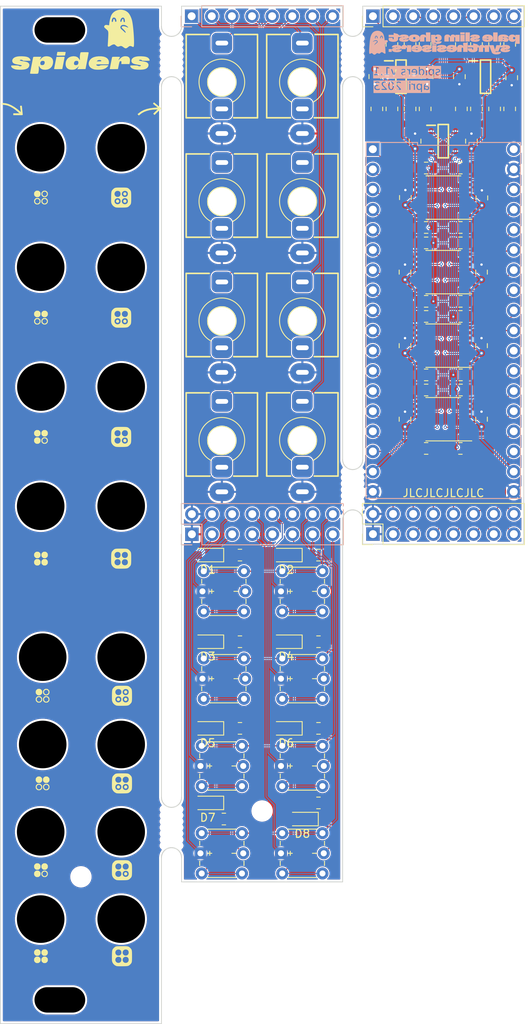
<source format=kicad_pcb>
(kicad_pcb (version 20221018) (generator pcbnew)
  (layers (0 "F.Cu" signal) (31 "B.Cu" signal) (34 "B.Paste" user) (35 "F.Paste" user) (36 "B.SilkS" user "B.Silkscreen") (37 "F.SilkS" user "F.Silkscreen") (38 "B.Mask" user) (39 "F.Mask" user) (44 "Edge.Cuts" user))
  (net 0 "")
  (net 1 "+12V")
  (net 2 "GND")
  (net 3 "-12V")
  (net 4 "Column 1")
  (net 5 "Column 2")
  (net 6 "Input 4")
  (net 8 "Input 3")
  (net 10 "Input 2")
  (net 12 "Input 1")
  (net 18 "Net-(R1-Pad1)")
  (net 19 "Net-(D1-A)")
  (net 20 "Net-(R2-Pad2)")
  (net 21 "Net-(D2-A)")
  (net 22 "Net-(R3-Pad2)")
  (net 23 "Net-(R4-Pad1)")
  (net 24 "Net-(R7-Pad1)")
  (net 25 "Net-(R8-Pad1)")
  (net 26 "Net-(R9-Pad1)")
  (net 27 "Net-(D3-A)")
  (net 28 "Net-(R10-Pad2)")
  (net 29 "Net-(D4-A)")
  (net 30 "Net-(R11-Pad2)")
  (net 31 "Net-(R12-Pad1)")
  (net 32 "Net-(R15-Pad1)")
  (net 33 "Net-(R16-Pad1)")
  (net 34 "Net-(R17-Pad1)")
  (net 35 "Net-(D5-A)")
  (net 36 "Net-(R18-Pad2)")
  (net 37 "Net-(D6-A)")
  (net 38 "Net-(R19-Pad2)")
  (net 39 "Net-(R20-Pad1)")
  (net 40 "Net-(R23-Pad1)")
  (net 41 "Net-(R24-Pad1)")
  (net 42 "Net-(R25-Pad1)")
  (net 43 "Net-(D7-A)")
  (net 44 "Net-(R26-Pad2)")
  (net 45 "Net-(D8-A)")
  (net 46 "Net-(R27-Pad2)")
  (net 47 "Net-(R28-Pad1)")
  (net 48 "Net-(R31-Pad1)")
  (net 49 "Net-(R32-Pad1)")
  (net 50 "Net-(U3B--)")
  (net 51 "Net-(U3A--)")
  (net 52 "Net-(U3C--)")
  (net 53 "Net-(U3D--)")
  (net 54 "Net-(U5B--)")
  (net 55 "Net-(U5A--)")
  (net 56 "Net-(U5C--)")
  (net 57 "Net-(U5D--)")
  (net 58 "Row 1")
  (net 59 "Row 2")
  (net 60 "Row 3")
  (net 61 "Row 4")
  (net 62 "Control 1:1")
  (net 63 "Control 2:1")
  (net 64 "Control 3:1")
  (net 65 "Net-(SW1-K)")
  (net 66 "Control 4:1")
  (net 67 "Control 1:2")
  (net 68 "Control 2:2")
  (net 69 "Control 3:2")
  (net 70 "Net-(SW2-K)")
  (net 71 "Control 4:2")
  (net 72 "Control 1:3")
  (net 73 "Control 2:3")
  (net 74 "Control 3:4")
  (net 75 "Net-(SW3-K)")
  (net 76 "Control 4:4")
  (net 77 "Control 1:4")
  (net 78 "Control 2:4")
  (net 79 "Net-(SW4-K)")
  (net 80 "LED 1:1")
  (net 81 "LED 1:2")
  (net 82 "LED 2:1")
  (net 83 "LED 2:2")
  (net 84 "LED 3:1")
  (net 85 "LED 3:2")
  (net 86 "LED 4:1")
  (net 87 "LED 4:2")
  (net 88 "Net-(SW5-K)")
  (net 89 "GND1")
  (net 90 "Input 4 Front")
  (net 91 "Input 3 Front")
  (net 92 "Input 2 Front")
  (net 93 "Input 1 Front")
  (net 94 "Output 1 Front")
  (net 95 "Output 2 Front")
  (net 96 "Output 3 Front")
  (net 97 "Output 4 Front")
  (net 98 "Output 4 Back")
  (net 99 "Output 3 Back")
  (net 100 "Output 2 Back")
  (net 101 "Output 1 Back")
  (net 102 "LED 3:1 Back")
  (net 103 "LED 1:1 Back")
  (net 104 "LED 4:1 Back")
  (net 105 "LED 2:1 Back")
  (net 106 "LED 4:2 Back")
  (net 107 "LED 2:2 Back")
  (net 108 "LED 3:2 Back")
  (net 109 "LED 1:2 Back")
  (net 110 "Column 2 Back")
  (net 111 "Column 1 Back")
  (net 112 "Row 3 Back")
  (net 113 "Row 1 Back")
  (net 114 "Row 4 Back")
  (net 115 "Row 2 Back")
  (net 116 "Input 1 Back")
  (net 117 "Input 2 Back")
  (net 118 "Input 3 Back")
  (net 119 "Input 4 Back")
  (net 120 "Control 4:3")
  (net 121 "Control 3:3")
  (net 122 "Net-(SW6-K)")
  (net 123 "Net-(SW7-K)")
  (net 124 "Net-(SW8-K)")
  (footprint "Pale Slim Ghost:Jack_3.5mm_QingPu_WQP-PJ398SM_Vertical" (layer "F.Cu") (at 71.1 64.412182)
    (fp_text reference "J7" hide)
    (fp_text value "AudioJack2_SwitchT" hide)
  )
  (footprint "Resistor_SMD:R_0805_2012Metric" (layer "F.Cu") (at 73.132 125.17 180)
    (fp_text reference "R40" hide)
    (fp_text value "R" hide)
  )
  (footprint "Package_SO:TSSOP-16_4.4x5mm_P0.65mm" (layer "F.Cu") (at 88.88 58.258 180)
    (fp_text reference "U4" hide)
    (fp_text value "TMUX8212" hide)
  )
  (footprint "Pale Slim Ghost:TSOT-23-14" (layer "F.Cu") (at 94.214 33.62)
    (fp_text reference "U5" hide)
    (fp_text value "TL074" hide)
  )
  (footprint "Resistor_SMD:R_0805_2012Metric" (layer "F.Cu") (at 91.166 37.684 -90)
    (fp_text reference "R18" hide)
    (fp_text value "100k" hide)
  )
  (footprint "Pale Slim Ghost:mousebite-2.54x5.08mm" (layer "F.Cu") (at 54.59 31.08 90)
    (fp_text reference "B2" hide)
    (fp_text value "Mousebite" hide)
    (fp_arc (start -3.81 -1.27) (mid -2.54 0) (end -3.81 1.27) (stroke (width 0.12)) (layer "Edge.Cuts"))
    (fp_arc (start 3.81 1.27) (mid 2.54 0) (end 3.81 -1.27) (stroke (width 0.12)) (layer "Edge.Cuts"))
  )
  (footprint "Capacitor_SMD:C_0805_2012Metric" (layer "F.Cu") (at 85.324 41.748 90)
    (fp_text reference "C1" hide)
    (fp_text value "100n" hide)
  )
  (footprint "Resistor_SMD:R_0805_2012Metric" (layer "F.Cu") (at 97.262 29.556 90)
    (fp_text reference "R27" hide)
    (fp_text value "100k" hide)
  )
  (footprint "Pale Slim Ghost:Jack_3.5mm_QingPu_WQP-PJ398SM_Vertical" (layer "F.Cu") (at 60.94 79.4756)
    (fp_text reference "J1" hide)
    (fp_text value "AudioJack2_SwitchT" hide)
  )
  (footprint "Pale Slim Ghost:hole 6mm (jack panel)" (layer "F.Cu") (at 38.08 139.8166)
    (fp_text reference "H9" hide)
    (fp_text value "MountingHole" hide)
  )
  (footprint "Pale Slim Ghost:hole 6mm (jack panel)" (layer "F.Cu") (at 48.24 72.708782)
    (fp_text reference "H16" hide)
    (fp_text value "MountingHole" hide)
  )
  (footprint "Resistor_SMD:R_0805_2012Metric" (layer "F.Cu") (at 86.721 63.846)
    (fp_text reference "R17" hide)
    (fp_text value "100k" hide)
  )
  (footprint "Pale Slim Ghost:eurorack panel mounting slot" (layer "F.Cu") (at 40.5 27.73)
    (fp_text reference "H19" hide)
    (fp_text value "MountingHole" hide)
  )
  (footprint "Pale Slim Ghost:hole 6mm (jack panel)" (layer "F.Cu") (at 48.24 42.5835)
    (fp_text reference "H12" hide)
    (fp_text value "MountingHole" hide)
  )
  (footprint "Pale Slim Ghost:PB01-109TL" (layer "F.Cu") (at 61.194 98.5)
    (fp_text reference "SW1" hide)
    (fp_text value "SW_Push_LED" hide)
  )
  (footprint "Diode_SMD:D_SOD-323_HandSoldering" (layer "F.Cu") (at 69.068 104.85 180)
    (fp_text reference "D4")
    (fp_text value "D")
  )
  (footprint "Capacitor_SMD:C_0805_2012Metric" (layer "F.Cu") (at 84.054 76.8 90)
    (fp_text reference "C13" hide)
    (fp_text value "100n" hide)
  )
  (footprint "Pale Slim Ghost:mousebite-2.54x5.08mm" (layer "F.Cu") (at 54.59 128.27 90)
    (fp_text reference "B1" hide)
    (fp_text value "Mousebite" hide)
    (fp_arc (start -3.81 -1.27) (mid -2.54 0) (end -3.81 1.27) (stroke (width 0.12)) (layer "Edge.Cuts"))
    (fp_arc (start 3.81 1.27) (mid 2.54 0) (end 3.81 -1.27) (stroke (width 0.12)) (layer "Edge.Cuts"))
  )
  (footprint "Connector_PinHeader_2.54mm:PinHeader_2x08_P2.54mm_Vertical" (layer "F.Cu") (at 80.005 91.283 90)
    (fp_text reference "J12" hide)
    (fp_text value "Conn_02x08_Odd_Even" hide)
  )
  (footprint "Pale Slim Ghost:TSOT-23-14" (layer "F.Cu") (at 83.546 33.62)
    (fp_text reference "U3" hide)
    (fp_text value "TL074" hide)
  )
  (footprint "Package_SO:TSSOP-16_4.4x5mm_P0.65mm" (layer "F.Cu") (at 88.901501 48.86 180)
    (fp_text reference "U2" hide)
    (fp_text value "TMUX8212" hide)
  )
  (footprint "Resistor_SMD:R_0805_2012Metric" (layer "F.Cu") (at 86.594 29.54 90)
    (fp_text reference "R11" hide)
    (fp_text value "100k" hide)
  )
  (footprint "Resistor_SMD:R_0805_2012Metric" (layer "F.Cu") (at 73.132 104.85 180)
    (fp_text reference "R36" hide)
    (fp_text value "R" hide)
  )
  (footprint "Diode_SMD:D_SOD-323_HandSoldering" (layer "F.Cu") (at 59.162 104.85 180)
    (fp_text reference "D3")
    (fp_text value "D")
  )
  (footprint "Pale Slim Ghost:hole 6mm (jack panel)" (layer "F.Cu") (at 38.08 128.809932)
    (fp_text reference "H7" hide)
    (fp_text value "MountingHole" hide)
  )
  (footprint "Pale Slim Ghost:Jack_3.5mm_QingPu_WQP-PJ398SM_Vertical" (layer "F.Cu") (at 71.1 34.30275)
    (fp_text reference "J5" hide)
    (fp_text value "AudioJack2_SwitchT" hide)
  )
  (footprint "Connector_PinHeader_2.54mm:PinHeader_1x08_P2.54mm_Vertical" (layer "F.Cu") (at 80.005 26 90)
    (fp_text reference "J9" hide)
    (fp_text value "Conn_01x08_Male" hide)
  )
  (footprint "Resistor_SMD:R_0805_2012Metric" (layer "F.Cu") (at 95.357 37.684 90)
    (fp_text reference "R29" hide)
    (fp_text value "100k" hide)
  )
  (footprint "Resistor_SMD:R_0805_2012Metric" (layer "F.Cu") (at 61.194 127.202 180)
    (fp_text reference "R39" hide)
    (fp_text value "R" hide)
  )
  (footprint "Pale Slim Ghost:hole 6mm (jack panel)" (layer "F.Cu") (at 38.11 72.744582)
    (fp_text reference "H15" hide)
    (fp_text value "MountingHole" hide)
  )
  (footprint "Resistor_SMD:R_0805_2012Metric" (layer "F.Cu") (at 91.0625 73.117 180)
    (fp_text reference "R31" hide)
    (fp_text value "100k" hide)
  )
  (footprint "Pale Slim Ghost:Jack_3.5mm_QingPu_WQP-PJ398SM_Vertical" (layer "F.Cu") (at 60.94 64.417982)
    (fp_text reference "J2" hide)
    (fp_text value "AudioJack2_SwitchT" hide)
  )
  (footprint "Resistor_SMD:R_0805_2012Metric" (layer "F.Cu") (at 86.721 73.117)
    (fp_text reference "R25" hide)
    (fp_text value "100k" hide)
  )
  (footprint "Resistor_SMD:R_0805_2012Metric" (layer "F.Cu") (at 91.039 52.629 180)
    (fp_text reference "R8" hide)
    (fp_text value "100k" hide)
  )
  (footprint "Resistor_SMD:R_0805_2012Metric" (layer "F.Cu") (at 86.721 45.136)
    (fp_text reference "R1" hide)
    (fp_text value "100k" hide)
  )
  (footprint "Pale Slim Ghost:hole 6mm (jack panel)" (layer "F.Cu") (at 48.24 117.803266)
    (fp_text reference "H6" hide)
    (fp_text value "MountingHole" hide)
  )
  (footprint "MountingHole:MountingHole_2.2mm_M2" (layer "F.Cu") (at 66.02 126.186)
    (fp_text reference "H1" hide)
    (fp_text value "MountingHole" hide)
  )
  (footprint "Pale Slim Ghost:mousebite-2.54x5.08mm" (layer "F.Cu") (at 77.45 85.69 90)
    (fp_text reference "B4" hide)
    (fp_text value "Mousebite" hide)
    (fp_arc (start -3.81 -1.27) (mid -2.54 0) (end -3.81 1.27) (stroke (width 0.12)) (layer "Edge.Cuts"))
    (fp_arc (start 3.81 1.27) (mid 2.54 0) (end 3.81 -1.27) (stroke (width 0.12)) (layer "Edge.Cuts"))
  )
  (footprint "Pale Slim Ghost:eurorack panel mounting slot" (layer "F.Cu") (at 40.5 150)
    (fp_text reference "H20" hide)
    (fp_text value "MountingHole" hide)
  )
  (footprint "Resistor_SMD:R_0805_2012Metric" (layer "F.Cu") (at 95.357 29.556 90)
    (fp_text reference "R30" hide)
    (fp_text value "1k" hide)
  )
  (footprint "Pale Slim Ghost:hole 6mm (jack panel)" (layer "F.Cu") (at 38.334 117.803266)
    (fp_text reference "H5" hide)
    (fp_text value "MountingHole" hide)
  )
  (footprint "Pale Slim Ghost:PB01-109TL" (layer "F.Cu") (at 61.194 109.506666)
    (fp_text reference "SW3" hide)
    (fp_text value "SW_Push_LED" hide)
  )
  (footprint "Diode_SMD:D_SOD-323_HandSoldering" (layer "F.Cu") (at 69.068 93.928 180)
    (fp_text reference "D2")
    (fp_text value "D")
  )
  (footprint "Resistor_SMD:R_0805_2012Metric" (layer "F.Cu") (at 63.226 104.85 180)
    (fp_text reference "R35" hide)
    (fp_text value "R" hide)
  )
  (footprint "Resistor_SMD:R_0805_2012Metric" (layer "F.Cu") (at 91.039 54.575 180)
    (fp_text reference "R15" hide)
    (fp_text value "100k" hide)
  )
  (footprint "Resistor_SMD:R_0805_2012Metric" (layer "F.Cu") (at 91.039 63.846 180)
    (fp_text reference "R23" hide)
    (fp_text value "100k" hide)
  )
  (footprint "MountingHole:MountingHole_2.2mm_M2" (layer "F.Cu") (at 43.16 134.4826)
    (fp_text reference "H2" hide)
    (fp_text value "MountingHole")
  )
  (footprint "Pale Slim Ghost:hole 6mm (jack panel)" (layer "F.Cu") (at 38.08 87.7722)
    (fp_text reference "H17" hide)
    (fp_text value "MountingHole" hide)
  )
  (footprint "Resistor_SMD:R_0805_2012Metric" (layer "F.Cu") (at 86.721 80.483)
    (fp_text reference "R28" hide)
    (fp_text value "100k" hide)
  )
  (footprint "Capacitor_SMD:C_0805_2012Metric" (layer "F.Cu") (at 90.912 33.62 -90)
    (fp_text reference "C3" hide)
    (fp_text value "100n" hide)
  )
  (footprint "Capacitor_SMD:C_0805_2012Metric" (layer "F.Cu") (at 84.097002 48.86 90)
    (fp_text reference "C7" hide)
    (fp_text value "100n" hide)
  )
  (footprint "LOGO" (layer "F.Cu") (at 43.18 88.9)
    (fp_text reference "G***" hide)
    (fp_text value "LOGO" hide)
  )
  (footprint "Capacitor_SMD:C_0805_2012Metric" (layer "F.Cu") (at 93.706 58.258 -90)
    (fp_text reference "C10" hide)
    (fp_text value "100n" hide)
  )
  (footprint "Pale Slim Ghost:TSOT-23-14" (layer "F.Cu") (at 88.88 41.748)
    (fp_text reference "U1" hide)
    (fp_text value "TL074" hide)
  )
  (footprint "Pale Slim Ghost:hole 6mm (jack panel)" (layer "F.Cu") (at 48.24 57.654066)
    (fp_text reference "H14" hide)
    (fp_text value "MountingHole" hide)
  )
  (footprint "Resistor_SMD:R_0805_2012Metric" (layer "F.Cu") (at 73.132 115.772 180)
    (fp_text reference "R38" hide)
    (fp_text value "R" hide)
  )
  (footprint "Diode_SMD:D_SOD-323_HandSoldering" (layer "F.Cu") (at 69.068 115.772 180)
    (fp_text reference "D6")
    (fp_text value "D")
  )
  (footprint "Pale Slim Ghost:PB01-109TL" (layer "F.Cu") (at 71.1 109.506666)
    (fp_text reference "SW4" hide)
    (fp_text value "SW_Push_LED" hide)
  )
  (footprint "Resistor_SMD:R_0805_2012Metric" (layer "F.Cu") (at 86.721 61.941)
    (fp_text reference "R12" hide)
    (fp_text value "100k" hide)
  )
  (footprint "Resistor_SMD:R_0805_2012Metric" (layer "F.Cu") (at 91.039 61.941 180)
    (fp_text reference "R16" hide)
    (fp_text value "100k" hide)
  )
  (footprint "Pale Slim Ghost:PB01-109TL" (layer "F.Cu") (at 71.1 131.52)
    (fp_text reference "SW8" hide)
    (fp_text value "SW_Push_LED" hide)
  )
  (footprint "Resistor_SMD:R_0805_2012Metric" (layer "F.Cu") (at 93.071 37.684 90)
    (fp_text reference "R21" hide)
    (fp_text value "100k" hide)
  )
  (footprint "Pale Slim Ghost:PB01-109TL" (layer "F.Cu") (at 71.1 120.513332)
    (fp_text reference "SW6" hide)
    (fp_text value "SW_Push_LED" hide)
  )
  (footprint "Capacitor_SMD:C_0805_2012Metric" (layer "F.Cu") (at 80.244 33.604 -90)
    (fp_text reference "C5" hide)
    (fp_text value "100n" hide)
  )
  (footprint "Resistor_SMD:R_0805_2012Metric" (layer "F.Cu") (at 93.071 29.556 90)
    (fp_text reference "R22" hide)
    (fp_text value "1k" hide)
  )
  (footprint "Pale Slim Ghost:PB01-109TL" (layer "F.Cu") (at 60.94 131.52)
    (fp_text reference "SW7" hide)
    (fp_text value "SW_Push_LED" hide)
  )
  (footprint "Resistor_SMD:R_0805_2012Metric" (layer "F.Cu") (at 82.403 29.556 90)
    (fp_text reference "R6" hide)
    (fp_text value "1k" hide)
  )
  (footprint "Pale Slim Ghost:hole 6mm (jack panel)" (layer "F.Cu") (at 48.24 139.8166)
    (fp_text reference "H10" hide)
    (fp_text value "MountingHole" hide)
  )
  (footprint "Resistor_SMD:R_0805_2012Metric" (layer "F.Cu") (at 91.166 29.556 90)
    (fp_text reference "R19" hide)
    (fp_text value "100k" hide)
  )
  (footprint "Capacitor_SMD:C_0805_2012Metric" (layer "F.Cu") (at 92.436 41.748 -90)
    (fp_text reference "C2" hide)
    (fp_text value "100n" hide)
  )
  (footprint "Pale Slim Ghost:hole 6mm (jack panel)" (layer "F.Cu") (at 48.24 128.809932)
    (fp_text reference "H8" hide)
    (fp_text value "MountingHole" hide)
  )
  (footprint "Capacitor_SMD:C_0805_2012Metric" (layer "F.Cu") (at 93.706 76.8 -90)
    (fp_text reference "C14" hide)
    (fp_text value "100n" hide)
  )
  (footprint "Capacitor_SMD:C_0805_2012Metric" (layer "F.Cu") (at 93.749002 48.901 -90)
    (fp_text reference "C8" hide)
    (fp_text value "100n" hide)
  )
  (footprint "Pale Slim Ghost:hole 6mm (jack panel)" (layer "F.Cu") (at 48.24 106.7966)
    (fp_text reference "H4" hide)
    (fp_text value "MountingHole" hide)
  )
  (footprint "Pale Slim Ghost:Jack_3.5mm_QingPu_WQP-PJ398SM_Vertical" (layer "F.Cu") (at 60.94 34.30275)
    (fp_text reference "J4" hide)
    (fp_text value "AudioJack2_SwitchT" hide)
  )
  (footprint "Pale Slim Ghost:mousebite-2.54x5.08mm" (layer "F.Cu") (at 77.45 31.08 90)
    (fp_text reference "B3" hide)
    (fp_text value "Mousebite" hide)
    (fp_arc (start -3.81 -1.27) (mid -2.54 0) (end -3.81 1.27) (stroke (width 0.12)) (layer "Edge.Cuts"))
    (fp_arc (start 3.81 1.27) (mid 2.54 0) (end 3.81 -1.27) (stroke (width 0.12)) (layer "Edge.Cuts"))
  )
  (footprint "Diode_SMD:D_SOD-323_HandSoldering" (layer "F.Cu") (at 59.162 93.928 180)
    (fp_text reference "D1")
    (fp_text value "D")
  )
  (footprint "Resistor_SMD:R_0805_2012Metric" (layer "F.Cu") (at 91.039 45.136 180)
    (fp_text reference "R7" hide)
    (fp_text value "100k" hide)
  )
  (footprint "Pale Slim Ghost:hole 6mm (jack panel)" (layer "F.Cu") (at 48.24 87.74765)
    (fp_text reference "H18" hide)
    (fp_text value "MountingHole" hide)
  )
  (footprint "Resistor_SMD:R_0805_2012Metric" (layer "F.Cu") (at 86.594 37.684 -90)
    (fp_text reference "R10" hide)
    (fp_text value "100k" hide)
  )
  (footprint "Resistor_SMD:R_0805_2012Metric" (layer "F.Cu") (at 63.226 115.772 180)
    (fp_text reference "R37" hide)
    (fp_text value "R" hide)
  )
  (footprint "Pale Slim Ghost:hole 6mm (jack panel)" (layer "F.Cu") (at 38.08 57.641116)
    (fp_text reference "H13" hide)
    (fp_text value "MountingHole" hide)
  )
  (footprint "Resistor_SMD:R_0805_2012Metric" (layer "F.Cu") (at 80.498 29.54 90)
    (fp_text reference "R3" hide)
    (fp_text value "100k" hide)
  )
  (footprint "Resistor_SMD:R_0805_2012Metric" (layer "F.Cu") (at 97.262 37.684 -90)
    (fp_text reference "R26" hide)
    (fp_text value "100k" hide)
  )
  (footprint "Resistor_SMD:R_0805_2012Metric" (layer "F.Cu") (at 86.721 54.575)
    (fp_text reference "R9" hide)
    (fp_text value "100k" hide)
  )
  (footprint "Pale Slim Ghost:PB01-109TL" (layer "F.Cu") (at 71.1 98.5)
    (fp_text reference "SW2" hide)
    (fp_text value "SW_Push_LED" hide)
  )
  (footprint "Pale Slim Ghost:Jack_3.5mm_QingPu_WQP-PJ398SM_Vertical" (layer "F.Cu") (at 60.94 49.360366)
    (fp_text reference "J3" hide)
    (fp_text value "AudioJack2_SwitchT" hide)
  )
  (footprint "Resistor_SMD:R_0805_2012Metric" (layer "F.Cu") (at 84.689 37.684 90)
    (fp_text reference "R13" hide)
    (fp_text value "100k" hide)
  )
  (footprint "Diode_SMD:D_SOD-323_HandSoldering" (layer "F.Cu") (at 71.1 127.202 180)
    (fp_text reference "D8")
    (fp_text value "D")
  )
  (footprint "Resistor_SMD:R_0805_2012Metric" (layer "F.Cu") (at 73.132 93.928 180)
    (fp_text reference "R34" hide)
    (fp_text value "R" hide)
  )
  (footprint "Resistor_SMD:R_0805_2012Metric" (layer "F.Cu") (at 86.721 52.629)
    (fp_text reference "R4" hide)
    (fp_text value "100k" hide)
  )
  (footprint "Resistor_SMD:R_0805_2012Metric" (layer "F.Cu") (at 91.0625 71.212 180)
    (fp_text reference "R24" hide)
    (fp_text value "100k" hide)
  )
  (footprint "Resistor_SMD:R_0805_2012Metric" (layer "F.Cu") (at 63.226 93.928 180)
    (fp_text reference "R33" hide)
    (fp_text value "R" hide)
  )
  (footprint "Capacitor_SMD:C_0805_2012Metric" (layer "F.Cu") (at 97.516 33.747 90)
    (fp_text reference "C4" hide)
    (fp_text value "100n" hide)
  )
  (footprint "Package_SO:TSSOP-16_4.4x5mm_P0.65mm" (layer "F.Cu") (at 88.88 67.529 180)
    (fp_text reference "U6" hide)
    (fp_text value "TMUX8212" hide)
  )
  (footprint "LOGO" (layer "F.Cu") (at 43.18 88.9)
    (fp_text reference "G***" hide)
    (fp_text value "LOGO" hide)
  )
  (footprint "Diode_SMD:D_SOD-323_HandSoldering" (layer "F.Cu") (at 59.162 125.17 180)
    (fp_text reference "D7")
    (fp_text value "D")
  )
  (footprint "Capacitor_SMD:C_0805_2012Metric" (layer "F.Cu") (at 86.848 33.604 90)
    (fp_text reference "C6" hide)
    (fp_text value "100n" hide)
  )
  (footprint "Package_SO:TSSOP-16_4.4x5mm_P0.65mm" (layer "F.Cu") (at 88.88 76.8 180)
    (fp_text reference "U8" hide)
    (fp_text value "TMUX8212" hide)
  )
  (footprint "Diode_SMD:D_SOD-323_HandSoldering" (layer "F.Cu") (at 59.162 115.772 180)
    (fp_text reference "D5")
    (fp_text value "D")
  )
  (footprint "Capacitor_SMD:C_0805_2012Metric" (layer "F.Cu") (at 84.054 67.529 90)
    (fp_text reference "C11" hide)
    (fp_text value "100n" hide)
  )
  (footprint "Pale Slim Ghost:hole 6mm (jack panel)" (layer "F.Cu") (at 38.334 106.7966)
    (fp_text reference "H3" hide)
    (fp_text value "MountingHole" hide)
  )
  (footprint "Resistor_SMD:R_0805_2012Metric" (layer "F.Cu") (at 86.721 71.212)
    (fp_text reference "R20" hide)
    (fp_text value "100k" hide)
  )
  (footprint "Resistor_SMD:R_0805_2012Metric" (layer "F.Cu") (at 84.689 29.556 90)
    (fp_text reference "R14" hide)
    (fp_text value "1k" hide)
  )
  (footprint "Capacitor_SMD:C_0805_2012Metric" (layer "F.Cu") (at 84.054 58.258 90)
    (fp_text reference "C9" hide)
    (fp_text value "100n" hide)
  )
  (footprint "Resistor_SMD:R_0805_2012Metric" (layer "F.Cu") (at 80.498 37.684 -90)
    (fp_text reference "R2" hide)
    (fp_text value "100k" hide)
  )
  (footprint "Pale Slim Ghost:hole 6mm (jack panel)" (layer "F.Cu") (at 38.08 42.5835)
    (fp_text reference "H11" hide)
    (fp_text value "MountingHole" hide)
  )
  (footprint "Pale Slim Ghost:Jack_3.5mm_QingPu_WQP-PJ398SM_Vertical" (layer "F.Cu") (at 71.1 79.4669)
    (fp_text reference "J8" hide)
    (fp_text value "AudioJack2_SwitchT" hide)
  )
  (footprint "Capacitor_SMD:C_0805_2012Metric" (layer "F.Cu") (at 93.706 67.529 -90)
    (fp_text reference "C12" hide)
    (fp_text value "100n" hide)
  )
  (footprint "Pale Slim Ghost:PB01-109TL" (layer "F.Cu") (at 60.94 120.513332)
    (fp_text reference "SW5" hide)
    (fp_text value "SW_Push_LED" hide)
  )
  (footprint "Resistor_SMD:R_0805_2012Metric" (layer "F.Cu") (at 82.403 37.684 90)
    (fp_text reference "R5" hide)
    (fp_text value "100k" hide)
  )
  (footprint "Resistor_SMD:R_0805_2012Metric" (layer "F.Cu") (at 91.039 80.483 180)
    (fp_text reference "R32" hide)
    (fp_text value "100k" hide)
  )
  (footprint "Pale Slim Ghost:Jack_3.5mm_QingPu_WQP-PJ398SM_Vertical" (layer "F.Cu") (at 71.1 49.357466)
    (fp_text reference "J6" hide)
    (fp_text value "AudioJack2_SwitchT" hide)
  )
  (footprint "Pale Slim Ghost:Chordata" (layer "B.Cu") (at 88.88 64.354 180)
    (fp_text reference "U10" hide)
    (fp_text value "Chordata" hide)
  )
  (footprint "Connector_PinSocket_2.54mm:PinSocket_1x08_P2.54mm_Vertical" (layer "B.Cu") (at 57.13 26 -90)
    (fp_text reference "J10" hide)
    (fp_text value "Conn_01x08_Female" hide)
  )
  (footprint "Connector_PinSocket_2.54mm:PinSocket_2x08_P2.54mm_Vertical" (layer "B.Cu") (at 57.16 91.303 -90)
    (fp_text reference "J11" hide)
    (fp_text value "Conn_02x08_Odd_Even" hide)
  )
  (gr_poly (pts (xy 96.619331 29.636636) (xy 96.555252 29.640178) (xy 96.494996 29.64605) (xy 96.438651 29.654227) (xy 96.386306 29.664683) (xy 96.338049 29.677392) (xy 96.293969 29.692328) (xy 96.254154 29.709467) (xy 96.218692 29.728783) (xy 96.187671 29.750249) (xy 96.16118 29.773841) (xy 96.149661 29.786426) (xy 96.139308 29.799533) (xy 96.130131 29.813158) (xy 96.122142 29.827299) (xy 96.115352 29.841952) (xy 96.109772 29.857114) (xy 96.105412 29.872782) (xy 96.102285 29.888952) (xy 96.1004 29.905621) (xy 96.099769 29.922787) (xy 96.099769 29.924375) (xy 96.583957 29.924375) (xy 96.583957 29.922787) (xy 96.584114 29.918969) (xy 96.58458 29.915254) (xy 96.58535 29.911644) (xy 96.586416 29.90814) (xy 96.587771 29.904743) (xy 96.589409 29.901454) (xy 96.591323 29.898274) (xy 96.593507 29.895205) (xy 96.595953 29.892247) (xy 96.598656 29.889402) (xy 96.601607 29.886671) (xy 96.604802 29.884055) (xy 96.608233 29.881555) (xy 96.611893 29.879173) (xy 96.615775 29.876909) (xy 96.619874 29.874766) (xy 96.624182 29.872743) (xy 96.628693 29.870842) (xy 96.633399 29.869064) (xy 96.638295 29.867411) (xy 96.643373 29.865883) (xy 96.648627 29.864482) (xy 96.65405 29.863209) (xy 96.659636 29.862066) (xy 96.665378 29.861052) (xy 96.671268 29.86017) (xy 96.677301 29.85942) (xy 96.68347 29.858804) (xy 96.689768 29.858323) (xy 96.696188 29.857977) (xy 96.702724 29.85777) (xy 96.709369 29.8577) (xy 96.725499 29.857932) (xy 96.740474 29.858667) (xy 96.747495 29.859241) (xy 96.754185 29.85996) (xy 96.760531 29.860833) (xy 96.766519 29.861867) (xy 96.772135 29.863068) (xy 96.777365 29.864444) (xy 96.782195 29.866001) (xy 96.786611 29.867746) (xy 96.790599 29.869686) (xy 96.794146 29.871829) (xy 96.797236 29.874181) (xy 96.799857 29.87675) (xy 96.80101 29.877959) (xy 96.802089 29.879202) (xy 96.803094 29.880479) (xy 96.804024 29.881785) (xy 96.80488 29.88312) (xy 96.805661 29.88448) (xy 96.806368 29.885863) (xy 96.807001 29.887267) (xy 96.807559 29.88869) (xy 96.808042 29.890129) (xy 96.808452 29.891582) (xy 96.808787 29.893047) (xy 96.809047 29.894521) (xy 96.809233 29.896001) (xy 96.809345 29.897487) (xy 96.809382 29.898975) (xy 96.809316 29.90131) (xy 96.809112 29.903556) (xy 96.808763 29.905716) (xy 96.808263 29.907793) (xy 96.807603 29.909791) (xy 96.806776 29.911714) (xy 96.805776 29.913564) (xy 96.804595 29.915346) (xy 96.803225 29.917063) (xy 96.801659 29.918718) (xy 96.799891 29.920315) (xy 96.797913 29.921857) (xy 96.795717 29.923348) (xy 96.793296 29.924792) (xy 96.790644 29.926191) (xy 96.787752 29.92755) (xy 96.784614 29.928871) (xy 96.781222 29.930159) (xy 96.777569 29.931417) (xy 96.773648 29.932647) (xy 96.769451 29.933855) (xy 96.764971 29.935043) (xy 96.760201 29.936214) (xy 96.755134 29.937373) (xy 96.744079 29.939665) (xy 96.731746 29.941949) (xy 96.718079 29.944251) (xy 96.703019 29.9466) (xy 96.447432 29.97835) (xy 96.405475 29.985335) (xy 96.366494 29.993227) (xy 96.330453 30.002076) (xy 96.297314 30.011936) (xy 96.26704 30.022855) (xy 96.239594 30.034886) (xy 96.214938 30.04808) (xy 96.193035 30.062488) (xy 96.183105 30.070163) (xy 96.173849 30.07816) (xy 96.165262 30.086487) (xy 96.157341 30.095149) (xy 96.15008 30.104153) (xy 96.143475 30.113505) (xy 96.137521 30.123212) (xy 96.132214 30.13328) (xy 96.127548 30.143715) (xy 96.12352 30.154524) (xy 96.120124 30.165714) (xy 96.117356 30.17729) (xy 96.115211 30.189259) (xy 96.113685 30.201627) (xy 96.112469 30.227587) (xy 96.112711 30.239327) (xy 96.113437 30.250739) (xy 96.114646 30.261831) (xy 96.116339 30.272608) (xy 96.118516 30.283078) (xy 96.121176 30.293248) (xy 96.12432 30.303126) (xy 96.127948 30.312717) (xy 96.132059 30.322029) (xy 96.136654 30.33107) (xy 96.141733 30.339845) (xy 96.147295 30.348362) (xy 96.153341 30.356627) (xy 96.159871 30.364649) (xy 96.166885 30.372433) (xy 96.174382 30.379988) (xy 96.182864 30.388057) (xy 96.191936 30.395892) (xy 96.211821 30.410854) (xy 96.233991 30.424863) (xy 96.258395 30.437906) (xy 96.284986 30.449973) (xy 96.313713 30.461052) (xy 96.344529 30.471131) (xy 96.377383 30.480198) (xy 96.412229 30.488242) (xy 96.449016 30.495252) (xy 96.487697 30.501214) (xy 96.528221 30.506119) (xy 96.57054 30.509954) (xy 96.614606 30.512708) (xy 96.66037 30.514369) (xy 96.707782 30.514925) (xy 96.776713 30.513757) (xy 96.841771 30.510274) (xy 96.902875 30.504502) (xy 96.959946 30.49647) (xy 97.012907 30.486206) (xy 97.061677 30.473737) (xy 97.106177 30.459091) (xy 97.146329 30.442297) (xy 97.182053 30.423382) (xy 97.213271 30.402374) (xy 97.239902 30.379301) (xy 97.251474 30.366998) (xy 97.261869 30.354191) (xy 97.271078 30.34088) (xy 97.279092 30.327071) (xy 97.2859 30.312767) (xy 97.291492 30.297971) (xy 97.295859 30.282686) (xy 97.29899 30.266917) (xy 97.300876 30.250666) (xy 97.301507 30.233937) (xy 97.301507 30.23235) (xy 96.820494 30.23235) (xy 96.820494 30.233937) (xy 96.820351 30.237314) (xy 96.819925 30.240596) (xy 96.81922 30.243784) (xy 96.818243 30.246876) (xy 96.816999 30.249872) (xy 96.815492 30.25277) (xy 96.813729 30.25557) (xy 96.811714 30.258271) (xy 96.809452 30.260872) (xy 96.806949 30.263372) (xy 96.80421 30.26577) (xy 96.80124 30.268065) (xy 96.798044 30.270258) (xy 96.794629 30.272345) (xy 96.790998 30.274328) (xy 96.787157 30.276205) (xy 96.783112 30.277974) (xy 96.778867 30.279636) (xy 96.774428 30.281189) (xy 96.7698 30.282632) (xy 96.764988 30.283965) (xy 96.759998 30.285186) (xy 96.754835 30.286296) (xy 96.749503 30.287292) (xy 96.744009 30.288175) (xy 96.738358 30.288942) (xy 96.732554 30.289594) (xy 96.726603 30.290129) (xy 96.72051 30.290547) (xy 96.71428 30.290847) (xy 96.707919 30.291027) (xy 96.701432 30.291087) (xy 96.684711 30.290858) (xy 96.669161 30.290145) (xy 96.661867 30.289595) (xy 96.654914 30.288911) (xy 96.648319 30.288087) (xy 96.642099 30.287119) (xy 96.63627 30.286002) (xy 96.630847 30.284731) (xy 96.625848 30.283303) (xy 96.621288 30.281711) (xy 96.617184 30.279953) (xy 96.613552 30.278022) (xy 96.610408 30.275914) (xy 96.607769 30.273625) (xy 96.606616 30.272415) (xy 96.605537 30.271166) (xy 96.604532 30.269875) (xy 96.603602 30.26854) (xy 96.602746 30.267158) (xy 96.601965 30.265728) (xy 96.601258 30.264246) (xy 96.600626 30.262711) (xy 96.600068 30.26112) (xy 96.599584 30.259471) (xy 96.599175 30.257761) (xy 96.59884 30.255989) (xy 96.598579 30.254151) (xy 96.598393 30.252246) (xy 96.598282 30.250272) (xy 96.598244 30.248225) (xy 96.598324 30.245736) (xy 96.598566 30.243329) (xy 96.598974 30.241001) (xy 96.599553 30.238749) (xy 96.600306 30.236572) (xy 96.601237 30.234468) (xy 96.602351 30.232432) (xy 96.603652 30.230465) (xy 96.605143 30.228562) (xy 96.606829 30.226722) (xy 96.608714 30.224943) (xy 96.610802 30.223222) (xy 96.613096 30.221556) (xy 96.615602 30.219944) (xy 96.618323 30.218384) (xy 96.621263 30.216872) (xy 96.624426 30.215406) (xy 96.627817 30.213985) (xy 96.631439 30.212606) (xy 96.635296 30.211266) (xy 96.639393 30.209963) (xy 96.643734 30.208696) (xy 96.648322 30.20746) (xy 96.653162 30.206255) (xy 96.658258 30.205078) (xy 96.663613 30.203927) (xy 96.67512 30.201691) (xy 96.687716 30.19953) (xy 96.701432 30.197425) (xy 96.995119 30.15615) (xy 97.030578 30.150196) (xy 97.063732 30.14305) (xy 97.094584 30.134708) (xy 97.123136 30.125169) (xy 97.149391 30.11443) (xy 97.17335 30.102488) (xy 97.195017 30.089342) (xy 97.214393 30.074989) (xy 97.223223 30.067359) (xy 97.231481 30.059427) (xy 97.239167 30.051191) (xy 97.246282 30.042653) (xy 97.252827 30.033811) (xy 97.258801 30.024665) (xy 97.264204 30.015216) (xy 97.269038 30.005461) (xy 97.273301 29.995403) (xy 97.276996 29.985039) (xy 97.280121 29.97437) (xy 97.282677 29.963396) (xy 97.284665 29.952116) (xy 97.286084 29.940529) (xy 97.287219 29.916437) (xy 97.286978 29.905815) (xy 97.286252 29.895381) (xy 97.285043 29.885138) (xy 97.28335 29.875088) (xy 97.281173 29.865233) (xy 97.278513 29.855576) (xy 97.275369 29.846119) (xy 97.271741 29.836864) (xy 97.26763 29.827814) (xy 97.263035 29.818971) (xy 97.257956 29.810337) (xy 97.252394 29.801914) (xy 97.246347 29.793706) (xy 97.239818 29.785714) (xy 97.232804 29.77794) (xy 97.225307 29.770387) (xy 97.21682 29.762318) (xy 97.207735 29.754483) (xy 97.187793 29.739521) (xy 97.16553 29.725512) (xy 97.140996 29.712468) (xy 97.114238 29.700401) (xy 97.085306 29.689323) (xy 97.054249 29.679244) (xy 97.021115 29.670177) (xy 96.985953 29.662132) (xy 96.948812 29.655123) (xy 96.909741 29.64916) (xy 96.868789 29.644256) (xy 96.826005 29.640421) (xy 96.781436 29.637667) (xy 96.735133 29.636006) (xy 96.687144 29.63545)) (stroke (width 0.039687)) (fill solid) (layer "B.SilkS"))
  (gr_poly (pts (xy 94.396225 28.326013) (xy 94.326786 28.331514) (xy 94.261227 28.340657) (xy 94.199681 28.35342) (xy 94.142284 28.369783) (xy 94.08917 28.389724) (xy 94.040474 28.413224) (xy 94.017826 28.426302) (xy 93.996332 28.440261) (xy 93.976011 28.455099) (xy 93.956878 28.470814) (xy 93.938951 28.487402) (xy 93.922247 28.504862) (xy 93.906782 28.52319) (xy 93.892573 28.542384) (xy 93.879638 28.562441) (xy 93.867993 28.583359) (xy 93.857654 28.605135) (xy 93.84864 28.627767) (xy 93.840965 28.651251) (xy 93.834649 28.675586) (xy 93.829707 28.700768) (xy 93.826156 28.726796) (xy 93.824013 28.753666) (xy 93.823295 28.781375) (xy 93.823295 28.846463) (xy 94.634507 28.846463) (xy 94.633559 28.851764) (xy 94.632501 28.856955) (xy 94.631336 28.862034) (xy 94.630067 28.867001) (xy 94.628695 28.871856) (xy 94.627224 28.8766) (xy 94.625655 28.881232) (xy 94.62399 28.885753) (xy 94.622232 28.890162) (xy 94.620384 28.89446) (xy 94.618447 28.898645) (xy 94.616424 28.902719) (xy 94.614318 28.906682) (xy 94.61213 28.910533) (xy 94.609863 28.914272) (xy 94.60752 28.9179) (xy 94.604943 28.921267) (xy 94.602272 28.924523) (xy 94.599505 28.927668) (xy 94.596643 28.930702) (xy 94.593682 28.933626) (xy 94.590623 28.93644) (xy 94.587464 28.939143) (xy 94.584203 28.941737) (xy 94.58084 28.944222) (xy 94.577374 28.946598) (xy 94.573803 28.948865) (xy 94.570126 28.951024) (xy 94.566343 28.953074) (xy 94.562451 28.955017) (xy 94.55845 28.956852) (xy 94.554338 28.95858) (xy 94.545779 28.961715) (xy 94.536764 28.964424) (xy 94.527284 28.966711) (xy 94.51733 28.968576) (xy 94.506891 28.970023) (xy 94.49596 28.971053) (xy 94.484527 28.97167) (xy 94.472582 28.971875) (xy 94.460619 28.971616) (xy 94.449135 28.970846) (xy 94.438126 28.969573) (xy 94.427586 28.967807) (xy 94.417512 28.965558) (xy 94.407898 28.962834) (xy 94.398739 28.959645) (xy 94.390032 28.956) (xy 94.381771 28.951909) (xy 94.373952 28.94738) (xy 94.366571 28.942424) (xy 94.359622 28.937049) (xy 94.3531 28.931265) (xy 94.347002 28.925081) (xy 94.341323 28.918506) (xy 94.336057 28.91155) (xy 93.818532 28.91155) (xy 93.823143 28.92832) (xy 93.828929 28.94469) (xy 93.835873 28.960652) (xy 93.84396 28.976197) (xy 93.853174 28.991317) (xy 93.863498 29.006002) (xy 93.874917 29.020245) (xy 93.887415 29.034036) (xy 93.900975 29.047366) (xy 93.915582 29.060227) (xy 93.93122 29.07261) (xy 93.947873 29.084507) (xy 93.965525 29.095908) (xy 93.984159 29.106806) (xy 94.00376 29.11719) (xy 94.024312 29.127053) (xy 94.045799 29.136386) (xy 94.068204 29.14518) (xy 94.091513 29.153426) (xy 94.115708 29.161116) (xy 94.140774 29.168241) (xy 94.166695 29.174792) (xy 94.193455 29.180761) (xy 94.221038 29.186138) (xy 94.249428 29.190915) (xy 94.278608 29.195084) (xy 94.308564 29.198635) (xy 94.339279 29.20156) (xy 94.370736 29.203851) (xy 94.402921 29.205497) (xy 94.435816 29.206492) (xy 94.469407 29.206825) (xy 94.52137 29.205917) (xy 94.571829 29.203207) (xy 94.620692 29.198715) (xy 94.667869 29.192463) (xy 94.71327 29.184472) (xy 94.756803 29.174762) (xy 94.798379 29.163354) (xy 94.837905 29.15027) (xy 94.875293 29.135531) (xy 94.91045 29.119156) (xy 94.943286 29.101167) (xy 94.973711 29.081586) (xy 95.001634 29.060433) (xy 95.026964 29.037728) (xy 95.04961 29.013494) (xy 95.069482 28.98775) (xy 95.077015 28.976272) (xy 95.084129 28.964461) (xy 95.090816 28.952321) (xy 95.097065 28.939852) (xy 95.102868 28.927058) (xy 95.108214 28.913941) (xy 95.113096 28.900502) (xy 95.117504 28.886745) (xy 95.121428 28.872672) (xy 95.124858 28.858285) (xy 95.127787 28.843586) (xy 95.130204 28.828578) (xy 95.1321 28.813263) (xy 95.133466 28.797644) (xy 95.134292 28.781722) (xy 95.134569 28.7655) (xy 95.134292 28.749558) (xy 95.133466 28.733883) (xy 95.1321 28.718483) (xy 95.130204 28.703364) (xy 95.127787 28.688534) (xy 95.124858 28.673999) (xy 95.124337 28.671838) (xy 94.632919 28.671838) (xy 94.315419 28.671838) (xy 94.315712 28.665355) (xy 94.316294 28.659007) (xy 94.317165 28.652799) (xy 94.318325 28.646735) (xy 94.319774 28.64082) (xy 94.321513 28.635058) (xy 94.323543 28.629455) (xy 94.325862 28.624014) (xy 94.328473 28.618741) (xy 94.331374 28.61364) (xy 94.334567 28.608715) (xy 94.338051 28.603972) (xy 94.341827 28.599415) (xy 94.345895 28.595048) (xy 94.350255 28.590877) (xy 94.354909 28.586906) (xy 94.359855 28.58314) (xy 94.365094 28.579583) (xy 94.370628 28.576239) (xy 94.376455 28.573115) (xy 94.382576 28.570213) (xy 94.388991 28.56754) (xy 94.395702 28.565099) (xy 94.402707 28.562895) (xy 94.410008 28.560933) (xy 94.417604 28.559218) (xy 94.425497 28.557754) (xy 94.433685 28.556545) (xy 94.44217 28.555597) (xy 94.450952 28.554914) (xy 94.460031 28.554501) (xy 94.469407 28.554362) (xy 94.48219 28.554568) (xy 94.494357 28.55519) (xy 94.505925 28.556236) (xy 94.516908 28.557711) (xy 94.527324 28.559624) (xy 94.537189 28.561981) (xy 94.546519 28.564789) (xy 94.555331 28.568055) (xy 94.56364 28.571786) (xy 94.571463 28.575989) (xy 94.578816 28.580671) (xy 94.585716 28.58584) (xy 94.592179 28.591501) (xy 94.598221 28.597662) (xy 94.603858 28.60433) (xy 94.609107 28.611512) (xy 94.611154 28.614806) (xy 94.613125 28.618142) (xy 94.615023 28.621524) (xy 94.616846 28.624957) (xy 94.618595 28.628446) (xy 94.620269 28.631995) (xy 94.621869 28.63561) (xy 94.623395 28.639294) (xy 94.624846 28.643052) (xy 94.626222 28.64689) (xy 94.627525 28.650812) (xy 94.628752 28.654822) (xy 94.629906 28.658924) (xy 94.630985 28.663125) (xy 94.631989 28.667428) (xy 94.632919 28.671838) (xy 95.124337 28.671838) (xy 95.121428 28.659766) (xy 95.117504 28.645842) (xy 95.113096 28.632235) (xy 95.108214 28.618951) (xy 95.102868 28.605997) (xy 95.097065 28.59338) (xy 95.090816 28.581108) (xy 95.084129 28.569186) (xy 95.077015 28.557623) (xy 95.069482 28.546425) (xy 95.059944 28.533217) (xy 95.049784 28.520384) (xy 95.039007 28.507929) (xy 95.027615 28.495854) (xy 95.01561 28.484164) (xy 95.002994 28.47286) (xy 94.989771 28.461945) (xy 94.975944 28.451423) (xy 94.961514 28.441296) (xy 94.946484 28.431568) (xy 94.930857 28.42224) (xy 94.914636 28.413317) (xy 94.897823 28.4048) (xy 94.88042 28.396694) (xy 94.843859 28.381722) (xy 94.804971 28.368424) (xy 94.76378 28.356824) (xy 94.720304 28.346945) (xy 94.674567 28.33881) (xy 94.626587 28.332442) (xy 94.576387 28.327865) (xy 94.523986 28.325101) (xy 94.469407 28.324175)) (stroke (width 0.039687)) (fill solid) (layer "B.SilkS"))
  (gr_poly (pts (xy 85.46495 29.635701) (xy 85.395512 29.641202) (xy 85.329952 29.650344) (xy 85.268406 29.663107) (xy 85.211009 29.67947) (xy 85.157895 29.699412) (xy 85.1092 29.722912) (xy 85.086551 29.735989) (xy 85.065057 29.749948) (xy 85.044736 29.764787) (xy 85.025603 29.780501) (xy 85.007676 29.79709) (xy 84.990972 29.814549) (xy 84.975507 29.832877) (xy 84.961299 29.852071) (xy 84.948363 29.872129) (xy 84.936718 29.893047) (xy 84.926379 29.914823) (xy 84.917365 29.937454) (xy 84.909691 29.960939) (xy 84.903374 29.985274) (xy 84.898432 30.010456) (xy 84.894881 30.036483) (xy 84.892738 30.063353) (xy 84.89202 30.091062) (xy 84.89202 30.15615) (xy 85.703232 30.15615) (xy 85.702284 30.161452) (xy 85.701226 30.166642) (xy 85.700061 30.171721) (xy 85.698792 30.176688) (xy 85.697421 30.181544) (xy 85.695949 30.186288) (xy 85.69438 30.19092) (xy 85.692715 30.195441) (xy 85.690958 30.19985) (xy 85.68911 30.204147) (xy 85.687173 30.208333) (xy 85.68515 30.212407) (xy 85.683044 30.216369) (xy 85.680856 30.22022) (xy 85.678589 30.22396) (xy 85.676246 30.227587) (xy 85.673669 30.230955) (xy 85.670998 30.234211) (xy 85.668232 30.237356) (xy 85.665369 30.24039) (xy 85.662408 30.243314) (xy 85.659349 30.246127) (xy 85.65619 30.248831) (xy 85.652929 30.251425) (xy 85.649566 30.25391) (xy 85.6461 30.256285) (xy 85.642529 30.258552) (xy 85.638852 30.260711) (xy 85.635069 30.262762) (xy 85.631177 30.264704) (xy 85.627176 30.266539) (xy 85.623064 30.268267) (xy 85.614505 30.271402) (xy 85.60549 30.274112) (xy 85.59601 30.276398) (xy 85.586055 30.278263) (xy 85.575617 30.27971) (xy 85.564686 30.280741) (xy 85.553253 30.281357) (xy 85.541308 30.281562) (xy 85.529345 30.281303) (xy 85.517861 30.280533) (xy 85.506852 30.27926) (xy 85.496312 30.277494) (xy 85.486238 30.275245) (xy 85.476623 30.272521) (xy 85.467465 30.269332) (xy 85.458758 30.265687) (xy 85.450497 30.261596) (xy 85.442678 30.257068) (xy 85.435296 30.252111) (xy 85.428347 30.246737) (xy 85.421826 30.240952) (xy 85.415728 30.234768) (xy 85.410048 30.228194) (xy 85.404783 30.221237) (xy 84.887258 30.221237) (xy 84.891869 30.238007) (xy 84.897654 30.254377) (xy 84.904599 30.270339) (xy 84.912685 30.285885) (xy 84.921899 30.301004) (xy 84.932223 30.31569) (xy 84.943642 30.329932) (xy 84.95614 30.343723) (xy 84.9697 30.357053) (xy 84.984308 30.369914) (xy 84.999946 30.382298) (xy 85.016598 30.394194) (xy 85.03425 30.405596) (xy 85.052884 30.416493) (xy 85.072485 30.426878) (xy 85.093037 30.436741) (xy 85.114524 30.446073) (xy 85.136929 30.454867) (xy 85.160238 30.463114) (xy 85.184433 30.470804) (xy 85.209499 30.477928) (xy 85.23542 30.48448) (xy 85.26218 30.490448) (xy 85.289763 30.495825) (xy 85.318153 30.500603) (xy 85.347334 30.504771) (xy 85.377289 30.508323) (xy 85.408004 30.511248) (xy 85.439462 30.513538) (xy 85.471646 30.515185) (xy 85.504542 30.516179) (xy 85.538133 30.516512) (xy 85.590096 30.515604) (xy 85.640554 30.512894) (xy 85.689418 30.508402) (xy 85.736595 30.50215) (xy 85.781996 30.494159) (xy 85.825529 30.484449) (xy 85.867105 30.473042) (xy 85.906631 30.459958) (xy 85.944019 30.445218) (xy 85.979176 30.428843) (xy 86.012012 30.410855) (xy 86.042437 30.391274) (xy 86.070359 30.37012) (xy 86.095689 30.347416) (xy 86.118335 30.323181) (xy 86.138207 30.297438) (xy 86.14574 30.28596) (xy 86.152854 30.274149) (xy 86.159541 30.262008) (xy 86.16579 30.24954) (xy 86.171593 30.236745) (xy 86.17694 30.223628) (xy 86.181822 30.21019) (xy 86.186229 30.196433) (xy 86.190153 30.18236) (xy 86.193584 30.167972) (xy 86.196513 30.153274) (xy 86.19893 30.138266) (xy 86.200826 30.122951) (xy 86.202191 30.107331) (xy 86.203018 30.091409) (xy 86.203295 30.075187) (xy 86.203018 30.059245) (xy 86.202191 30.043571) (xy 86.200826 30.028171) (xy 86.19893 30.013052) (xy 86.196513 29.998221) (xy 86.193584 29.983686) (xy 86.193063 29.981525) (xy 85.701645 29.981525) (xy 85.384144 29.981525) (xy 85.384437 29.975042) (xy 85.385019 29.968695) (xy 85.38589 29.962487) (xy 85.38705 29.956423) (xy 85.388499 29.950507) (xy 85.390238 29.944746) (xy 85.392268 29.939142) (xy 85.394588 29.933701) (xy 85.397198 29.928428) (xy 85.400099 29.923327) (xy 85.403292 29.918402) (xy 85.406776 29.913659) (xy 85.410552 29.909102) (xy 85.41462 29.904736) (xy 85.418981 29.900565) (xy 85.423634 29.896594) (xy 85.42858 29.892827) (xy 85.43382 29.88927) (xy 85.439353 29.885927) (xy 85.44518 29.882802) (xy 85.451301 29.879901) (xy 85.457717 29.877227) (xy 85.464427 29.874787) (xy 85.471433 29.872583) (xy 85.478733 29.870621) (xy 85.48633 29.868905) (xy 85.494222 29.867441) (xy 85.502411 29.866233) (xy 85.510896 29.865285) (xy 85.519677 29.864602) (xy 85.528756 29.864189) (xy 85.538133 29.86405) (xy 85.550916 29.864256) (xy 85.563083 29.864878) (xy 85.57465 29.865923) (xy 85.585634 29.867399) (xy 85.59605 29.869311) (xy 85.605914 29.871668) (xy 85.615244 29.874476) (xy 85.624056 29.877742) (xy 85.632365 29.881473) (xy 85.640188 29.885677) (xy 85.647542 29.890359) (xy 85.654442 29.895527) (xy 85.660904 29.901188) (xy 85.666946 29.90735) (xy 85.672584 29.914018) (xy 85.677833 29.9212) (xy 85.679879 29.924494) (xy 85.681851 29.927829) (xy 85.683749 29.931211) (xy 85.685572 29.934644) (xy 85.687321 29.938133) (xy 85.688995 29.941682) (xy 85.690595 29.945297) (xy 85.69212 29.948981) (xy 85.693571 29.95274) (xy 85.694948 29.956578) (xy 85.69625 29.960499) (xy 85.697478 29.964509) (xy 85.698631 29.968612) (xy 85.69971 29.972812) (xy 85.700715 29.977115) (xy 85.701645 29.981525) (xy 86.193063 29.981525) (xy 86.190153 29.969453) (xy 86.186229 29.95553) (xy 86.181822 29.941922) (xy 86.17694 29.928638) (xy 86.171593 29.915684) (xy 86.16579 29.903068) (xy 86.159541 29.890795) (xy 86.152854 29.878874) (xy 86.14574 29.867311) (xy 86.138207 29.856112) (xy 86.128669 29.842904) (xy 86.11851 29.830071) (xy 86.107733 29.817616) (xy 86.09634 29.805542) (xy 86.084335 29.793851) (xy 86.07172 29.782547) (xy 86.058497 29.771633) (xy 86.044669 29.76111) (xy 86.030239 29.750984) (xy 86.015209 29.741255) (xy 85.999583 29.731928) (xy 85.983362 29.723004) (xy 85.966548 29.714488) (xy 85.949146 29.706381) (xy 85.912585 29.691409) (xy 85.873697 29.678112) (xy 85.832506 29.666512) (xy 85.78903 29.656632) (xy 85.743293 29.648497) (xy 85.695313 29.642129) (xy 85.645112 29.637552) (xy 85.592712 29.634789) (xy 85.538133 29.633863)) (stroke (width 0.039687)) (fill solid) (layer "B.SilkS"))
  (gr_poly (pts (xy 87.484408 29.58465) (xy 88.01622 29.58465) (xy 88.01622 29.484466) (xy 87.942057 29.482867) (xy 87.903051 29.480651) (xy 87.865404 29.477543) (xy 87.829115 29.473543) (xy 87.794179 29.468648) (xy 87.760596 29.462855) (xy 87.728361 29.456162) (xy 87.697473 29.448566) (xy 87.667929 29.440067) (xy 87.639726 29.43066) (xy 87.612861 29.420344) (xy 87.587333 29.409116) (xy 87.563138 29.396975) (xy 87.540273 29.383917) (xy 87.518737 29.369941) (xy 87.506353 29.360812) (xy 87.484408 29.360812)) (stroke (width 0.039687)) (fill solid) (layer "B.SilkS"))
  (gr_poly (pts (xy 82.637771 28.360688) (xy 82.008382 28.360688) (xy 82.008382 28.614688) (xy 82.637771 28.614688) (xy 82.637771 28.846463) (xy 82.637683 28.851304) (xy 82.637421 28.856005) (xy 82.636987 28.860565) (xy 82.636385 28.864982) (xy 82.635616 28.869257) (xy 82.634683 28.873388) (xy 82.63359 28.877374) (xy 82.632338 28.881214) (xy 82.630931 28.884908) (xy 82.62937 28.888454) (xy 82.627658 28.891852) (xy 82.625799 28.895101) (xy 82.623794 28.8982) (xy 82.621647 28.901149) (xy 82.619359 28.903945) (xy 82.616934 28.906589) (xy 82.614374 28.909079) (xy 82.611682 28.911416) (xy 82.60886 28.913596) (xy 82.605912 28.915621) (xy 82.602838 28.917489) (xy 82.599643 28.919199) (xy 82.596329 28.92075) (xy 82.592898 28.922142) (xy 82.589354 28.923373) (xy 82.585698 28.924443) (xy 82.581933 28.92535) (xy 82.578062 28.926095) (xy 82.574088 28.926676) (xy 82.570013 28.927091) (xy 82.565839 28.927341) (xy 82.56157 28.927425) (xy 82.557004 28.927337) (xy 82.552533 28.927074) (xy 82.548162 28.926638) (xy 82.543894 28.92603) (xy 82.539731 28.925252) (xy 82.535678 28.924307) (xy 82.531736 28.923195) (xy 82.52791 28.921918) (xy 82.524203 28.920479) (xy 82.520618 28.918879) (xy 82.517157 28.91712) (xy 82.513825 28.915203) (xy 82.510624 28.91313) (xy 82.507557 28.910903) (xy 82.504628 28.908524) (xy 82.501841 28.905994) (xy 82.499197 28.903315) (xy 82.496701 28.900489) (xy 82.494356 28.897518) (xy 82.492164 28.894404) (xy 82.490129 28.891147) (xy 82.488254 28.887751) (xy 82.486543 28.884216) (xy 82.484998 28.880544) (xy 82.483623 28.876738) (xy 82.482421 28.872798) (xy 82.481396 28.868727) (xy 82.480549 28.864527) (xy 82.479885 28.860198) (xy 82.479407 28.855743) (xy 82.479118 28.851164) (xy 82.47902 28.846463) (xy 82.47902 28.7401) (xy 82.008382 28.7401) (xy 82.008382 29.000194) (xy 82.016439 29.012183) (xy 82.025193 29.02386) (xy 82.034636 29.03522) (xy 82.04476 29.046261) (xy 82.055557 29.056975) (xy 82.06702 29.067361) (xy 82.07914 29.077411) (xy 82.09191 29.087124) (xy 82.105321 29.096492) (xy 82.119366 29.105513) (xy 82.134037 29.114182) (xy 82.149326 29.122494) (xy 82.165225 29.130444) (xy 82.181726 29.138028) (xy 82.216502 29.152082) (xy 82.253592 29.164617) (xy 82.292932 29.175598) (xy 82.334459 29.184989) (xy 82.37811 29.192753) (xy 82.423821 29.198856) (xy 82.471529 29.203259) (xy 82.52117 29.205928) (xy 82.572682 29.206825) (xy 82.642363 29.205362) (xy 82.707902 29.201002) (xy 82.769251 29.193786) (xy 82.82636 29.183757) (xy 82.879182 29.170955) (xy 82.927666 29.155424) (xy 82.971764 29.137204) (xy 83.011428 29.116338) (xy 83.046609 29.092867) (xy 83.062502 29.080168) (xy 83.077257 29.066834) (xy 83.090866 29.052869) (xy 83.103324 29.038279) (xy 83.114624 29.02307) (xy 83.124761 29.007246) (xy 83.133728 28.990813) (xy 83.141519 28.973776) (xy 83.148128 28.956141) (xy 83.15355 28.937911) (xy 83.157777 28.919093) (xy 83.160804 28.899693) (xy 83.162625 28.879714) (xy 83.163233 28.859163) (xy 83.163233 28.614688) (xy 83.315633 28.614688) (xy 83.315633 28.6131) (xy 83.316263 28.595934) (xy 83.318148 28.579264) (xy 83.321276 28.563094) (xy 83.325635 28.547427) (xy 83.328332 28.540099) (xy 83.328332 28.360688) (xy 83.163233 28.360688) (xy 83.163233 28.267025) (xy 82.637771 28.125738)) (stroke (width 0.039687)) (fill solid) (layer "B.SilkS"))
  (gr_poly (pts (xy 92.804568 28.326949) (xy 92.740489 28.330491) (xy 92.680233 28.336363) (xy 92.623889 28.34454) (xy 92.571544 28.354995) (xy 92.523287 28.367704) (xy 92.479207 28.382641) (xy 92.439391 28.39978) (xy 92.403929 28.419095) (xy 92.372909 28.440562) (xy 92.346418 28.464154) (xy 92.334899 28.476739) (xy 92.324546 28.489846) (xy 92.315369 28.503471) (xy 92.30738 28.517612) (xy 92.30059 28.532265) (xy 92.29501 28.547427) (xy 92.29065 28.563094) (xy 92.287523 28.579264) (xy 92.285638 28.595934) (xy 92.285007 28.6131) (xy 92.285007 28.614688) (xy 92.769195 28.614688) (xy 92.769195 28.6131) (xy 92.769352 28.609282) (xy 92.769818 28.605567) (xy 92.770588 28.601957) (xy 92.771653 28.598453) (xy 92.773009 28.595056) (xy 92.774647 28.591766) (xy 92.776561 28.588587) (xy 92.778745 28.585517) (xy 92.781191 28.582559) (xy 92.783894 28.579714) (xy 92.786845 28.576983) (xy 92.79004 28.574367) (xy 92.793471 28.571868) (xy 92.797131 28.569486) (xy 92.801013 28.567222) (xy 92.805112 28.565078) (xy 92.80942 28.563055) (xy 92.813931 28.561154) (xy 92.818637 28.559377) (xy 92.823533 28.557724) (xy 92.828611 28.556196) (xy 92.833865 28.554795) (xy 92.839288 28.553522) (xy 92.844874 28.552378) (xy 92.850616 28.551364) (xy 92.856506 28.550482) (xy 92.862539 28.549732) (xy 92.868708 28.549116) (xy 92.875006 28.548635) (xy 92.881426 28.54829) (xy 92.887962 28.548082) (xy 92.894607 28.548012) (xy 92.910737 28.548245) (xy 92.925712 28.54898) (xy 92.932733 28.549553) (xy 92.939423 28.550273) (xy 92.945769 28.551146) (xy 92.951757 28.55218) (xy 92.957373 28.553381) (xy 92.962603 28.554756) (xy 92.967433 28.556313) (xy 92.971849 28.558058) (xy 92.975837 28.559999) (xy 92.979383 28.562142) (xy 92.982474 28.564494) (xy 92.985094 28.567063) (xy 92.986248 28.568271) (xy 92.987327 28.569515) (xy 92.988332 28.570791) (xy 92.989262 28.572098) (xy 92.990118 28.573432) (xy 92.990899 28.574792) (xy 92.991606 28.576176) (xy 92.992238 28.57758) (xy 92.992797 28.579002) (xy 92.99328 28.580442) (xy 92.99369 28.581895) (xy 92.994025 28.583359) (xy 92.994285 28.584833) (xy 92.994471 28.586314) (xy 92.994583 28.5878) (xy 92.99462 28.589288) (xy 92.994554 28.591623) (xy 92.99435 28.593869) (xy 92.994001 28.596028) (xy 92.993501 28.598106) (xy 92.992841 28.600104) (xy 92.992014 28.602026) (xy 92.991014 28.603877) (xy 92.989833 28.605659) (xy 92.988463 28.607375) (xy 92.986897 28.60903) (xy 92.985129 28.610627) (xy 92.983151 28.61217) (xy 92.980955 28.613661) (xy 92.978534 28.615105) (xy 92.975882 28.616504) (xy 92.97299 28.617863) (xy 92.969852 28.619184) (xy 92.96646 28.620472) (xy 92.962807 28.621729) (xy 92.958886 28.62296) (xy 92.954689 28.624167) (xy 92.950209 28.625355) (xy 92.945439 28.626526) (xy 92.940372 28.627685) (xy 92.929316 28.629978) (xy 92.916984 28.632262) (xy 92.903317 28.634564) (xy 92.888257 28.636912) (xy 92.63267 28.668663) (xy 92.590712 28.675647) (xy 92.551732 28.683539) (xy 92.515691 28.692389) (xy 92.482552 28.702248) (xy 92.452278 28.713168) (xy 92.424831 28.725199) (xy 92.400175 28.738392) (xy 92.378273 28.7528) (xy 92.368342 28.760475) (xy 92.359086 28.768473) (xy 92.3505 28.776799) (xy 92.342579 28.785462) (xy 92.335318 28.794466) (xy 92.328713 28.803818) (xy 92.322759 28.813525) (xy 92.317452 28.823593) (xy 92.312786 28.834028) (xy 92.308758 28.844837) (xy 92.305362 28.856026) (xy 92.302594 28.867602) (xy 92.300449 28.879571) (xy 92.298923 28.89194) (xy 92.297707 28.9179) (xy 92.297949 28.92964) (xy 92.298675 28.941052) (xy 92.299884 28.952143) (xy 92.301577 28.96292) (xy 92.303753 28.973391) (xy 92.306414 28.983561) (xy 92.309558 28.993438) (xy 92.313185 29.00303) (xy 92.317297 29.012342) (xy 92.321892 29.021382) (xy 92.326971 29.030157) (xy 92.332533 29.038674) (xy 92.338579 29.04694) (xy 92.345109 29.054961) (xy 92.352123 29.062746) (xy 92.35962 29.0703) (xy 92.368102 29.078369) (xy 92.377173 29.086204) (xy 92.397059 29.101166) (xy 92.419229 29.115175) (xy 92.443633 29.128219) (xy 92.470223 29.140286) (xy 92.498951 29.151365) (xy 92.529766 29.161444) (xy 92.562621 29.170511) (xy 92.597467 29.178555) (xy 92.634254 29.185564) (xy 92.672934 29.191527) (xy 92.713459 29.196432) (xy 92.755778 29.200267) (xy 92.799844 29.203021) (xy 92.845608 29.204681) (xy 92.89302 29.205237) (xy 92.961951 29.20407) (xy 93.027008 29.200587) (xy 93.088112 29.194815) (xy 93.145184 29.186783) (xy 93.198144 29.176518) (xy 93.246914 29.164049) (xy 93.291415 29.149404) (xy 93.331566 29.132609) (xy 93.367291 29.113694) (xy 93.398508 29.092686) (xy 93.42514 29.069613) (xy 93.436711 29.057311) (xy 93.447107 29.044503) (xy 93.456316 29.031193) (xy 93.46433 29.017384) (xy 93.471137 29.003079) (xy 93.47673 28.988283) (xy 93.481096 28.972999) (xy 93.484228 28.957229) (xy 93.486114 28.940979) (xy 93.486744 28.92425) (xy 93.486744 28.922662) (xy 93.005732 28.922662) (xy 93.005732 28.92425) (xy 93.005589 28.927626) (xy 93.005162 28.930909) (xy 93.004458 28.934097) (xy 93.003481 28.937189) (xy 93.002237 28.940184) (xy 93.00073 28.943083) (xy 92.998967 28.945882) (xy 92.996951 28.948583) (xy 92.994689 28.951184) (xy 92.992186 28.953684) (xy 92.989447 28.956082) (xy 92.986477 28.958378) (xy 92.983282 28.96057) (xy 92.979866 28.962658) (xy 92.976235 28.964641) (xy 92.972395 28.966517) (xy 92.968349 28.968287) (xy 92.964104 28.969948) (xy 92.959665 28.971501) (xy 92.955037 28.972945) (xy 92.950226 28.974278) (xy 92.945236 28.975499) (xy 92.940072 28.976609) (xy 92.934741 28.977605) (xy 92.929247 28.978487) (xy 92.923595 28.979255) (xy 92.917791 28.979907) (xy 92.91184 28.980442) (xy 92.905747 28.98086) (xy 92.899518 28.981159) (xy 92.893157 28.98134) (xy 92.886669 28.9814) (xy 92.869948 28.98117) (xy 92.854399 28.980457) (xy 92.847104 28.979908) (xy 92.840152 28.979223) (xy 92.833557 28.978399) (xy 92.827337 28.977431) (xy 92.821507 28.976314) (xy 92.816085 28.975044) (xy 92.811085 28.973615) (xy 92.806526 28.972024) (xy 92.802422 28.970265) (xy 92.79879 28.968334) (xy 92.795646 28.966226) (xy 92.793007 28.963937) (xy 92.791854 28.962728) (xy 92.790775 28.961479) (xy 92.78977 28.960188) (xy 92.78884 28.958852) (xy 92.787984 28.957471) (xy 92.787203 28.95604) (xy 92.786496 28.954559) (xy 92.785863 28.953023) (xy 92.785305 28.951432) (xy 92.784822 28.949783) (xy 92.784413 28.948074) (xy 92.784078 28.946301) (xy 92.783817 28.944464) (xy 92.783631 28.942559) (xy 92.78352 28.940584) (xy 92.783483 28.938538) (xy 92.783562 28.936049) (xy 92.783804 28.933642) (xy 92.784213 28.931314) (xy 92.784791 28.929062) (xy 92.785544 28.926885) (xy 92.786475 28.92478) (xy 92.787589 28.922745) (xy 92.78889 28.920777) (xy 92.790381 28.918875) (xy 92.792067 28.917035) (xy 92.793952 28.915256) (xy 92.79604 28.913534) (xy 92.798335 28.911869) (xy 92.80084 28.910257) (xy 92.803561 28.908696) (xy 92.806501 28.907184) (xy 92.809664 28.905719) (xy 92.813055 28.904298) (xy 92.816677 28.902918) (xy 92.820534 28.901579) (xy 92.824631 28.900276) (xy 92.828972 28.899008) (xy 92.83356 28.897773) (xy 92.8384 28.896568) (xy 92.843495 28.895391) (xy 92.848851 28.894239) (xy 92.860358 28.892004) (xy 92.872953 28.889843) (xy 92.886669 28.887738) (xy 93.180357 28.846463) (xy 93.215816 28.840509) (xy 93.24897 28.833363) (xy 93.279822 28.825021) (xy 93.308374 28.815481) (xy 93.334629 28.804742) (xy 93.358588 28.792801) (xy 93.380255 28.779655) (xy 93.399631 28.765302) (xy 93.40846 28.757672) (xy 93.416718 28.749739) (xy 93.424405 28.741504) (xy 93.43152 28.732966) (xy 93.438065 28.724124) (xy 93.444038 28.714978) (xy 93.449442 28.705528) (xy 93.454275 28.695774) (xy 93.458539 28.685715) (xy 93.462233 28.675352) (xy 93.465358 28.664683) (xy 93.467915 28.653708) (xy 93.469902 28.642428) (xy 93.471322 28.630842) (xy 93.472457 28.60675) (xy 93.472215 28.596128) (xy 93.47149 28.585694) (xy 93.47028 28.575451) (xy 93.468588 28.565401) (xy 93.466411 28.555546) (xy 93.463751 28.545889) (xy 93.460607 28.536431) (xy 93.456979 28.527177) (xy 93.452868 28.518126) (xy 93.448273 28.509283) (xy 93.443194 28.500649) (xy 93.437631 28.492227) (xy 93.431585 28.484018) (xy 93.425055 28.476026) (xy 93.418042 28.468253) (xy 93.410545 28.4607) (xy 93.402058 28.452631) (xy 93.392972 28.444796) (xy 93.37303 28.429834) (xy 93.350768 28.415825) (xy 93.326233 28.402781) (xy 93.299476 28.390714) (xy 93.270544 28.379635) (xy 93.239486 28.369556) (xy 93.206352 28.360489) (xy 93.17119 28.352445) (xy 93.13405 28.345436) (xy 93.094979 28.339473) (xy 93.054027 28.334568) (xy 93.011242 28.330733) (xy 92.966674 28.327979) (xy 92.920371 28.326319) (xy 92.872382 28.325763)) (stroke (width 0.039687)) (fill solid) (layer "B.SilkS"))
  (gr_poly (pts (xy 88.159883 28.325159) (xy 88.127125 28.328107) (xy 88.095748 28.333007) (xy 88.065755 28.339852) (xy 88.037147 28.348631) (xy 88.009929 28.359336) (xy 87.9841 28.371957) (xy 87.959665 28.386484) (xy 87.936625 28.40291) (xy 87.914983 28.421223) (xy 87.89474 28.441416) (xy 87.8759 28.463478) (xy 87.858464 28.487401) (xy 87.842435 28.513174) (xy 87.827816 28.54079) (xy 87.814607 28.570238) (xy 87.773332 28.570238) (xy 87.865408 28.360688) (xy 87.352645 28.360688) (xy 87.352645 29.0195) (xy 87.353287 29.048489) (xy 87.355216 29.076523) (xy 87.358433 29.103603) (xy 87.362942 29.129732) (xy 87.368745 29.154912) (xy 87.375845 29.179146) (xy 87.384244 29.202436) (xy 87.393945 29.224784) (xy 87.40495 29.246192) (xy 87.417263 29.266663) (xy 87.430885 29.2862) (xy 87.44582 29.304803) (xy 87.46207 29.322477) (xy 87.479638 29.339223) (xy 87.498526 29.355043) (xy 87.506353 29.360812) (xy 88.01622 29.360812) (xy 88.01622 29.484466) (xy 88.024158 29.484638) (xy 88.099133 29.483396) (xy 88.169293 29.479692) (xy 88.234658 29.473556) (xy 88.295248 29.465017) (xy 88.351085 29.454106) (xy 88.40219 29.440854) (xy 88.448584 29.42529) (xy 88.490287 29.407445) (xy 88.527321 29.387349) (xy 88.559706 29.365032) (xy 88.587464 29.340525) (xy 88.610615 29.313857) (xy 88.620469 29.299723) (xy 88.62918 29.285059) (xy 88.636749 29.269871) (xy 88.64318 29.254162) (xy 88.652637 29.221194) (xy 88.65757 29.186188) (xy 88.141633 29.186188) (xy 88.140939 29.189573) (xy 88.140049 29.192882) (xy 88.138961 29.196113) (xy 88.137673 29.199263) (xy 88.136184 29.20233) (xy 88.134492 29.205313) (xy 88.132596 29.208209) (xy 88.130495 29.211017) (xy 88.128187 29.213734) (xy 88.12567 29.216358) (xy 88.122944 29.218888) (xy 88.120006 29.22132) (xy 88.116855 29.223654) (xy 88.11349 29.225887) (xy 88.10991 29.228017) (xy 88.106112 29.230042) (xy 88.102096 29.23196) (xy 88.097859 29.23377) (xy 88.093402 29.235468) (xy 88.088721 29.237053) (xy 88.083816 29.238523) (xy 88.078685 29.239875) (xy 88.073326 29.241109) (xy 88.067739 29.242221) (xy 88.061922 29.243211) (xy 88.055873 29.244074) (xy 88.049591 29.244811) (xy 88.043074 29.245418) (xy 88.036321 29.245894) (xy 88.029331 29.246236) (xy 88.022101 29.246443) (xy 88.014632 29.246513) (xy 87.998971 29.246085) (xy 87.984153 29.244801) (xy 87.970199 29.242662) (xy 87.957134 29.239667) (xy 87.950942 29.237848) (xy 87.944981 29.235816) (xy 87.939253 29.233569) (xy 87.933762 29.231109) (xy 87.928511 29.228435) (xy 87.923502 29.225546) (xy 87.918738 29.222444) (xy 87.914222 29.219128) (xy 87.909958 29.215598) (xy 87.905948 29.211854) (xy 87.902194 29.207896) (xy 87.898701 29.203724) (xy 87.89547 29.199339) (xy 87.892505 29.194739) (xy 87.889809 29.189925) (xy 87.887384 29.184898) (xy 87.885233 29.179656) (xy 87.88336 29.174201) (xy 87.881767 29.168531) (xy 87.880457 29.162648) (xy 87.879434 29.15655) (xy 87.878699 29.150239) (xy 87.878256 29.143714) (xy 87.878107 29.136975) (xy 87.878107 29.087763) (xy 87.773332 28.875037) (xy 87.814607 28.875037) (xy 87.821035 28.889846) (xy 87.827816 28.904206) (xy 87.834949 28.918117) (xy 87.842435 28.931577) (xy 87.850274 28.944584) (xy 87.858464 28.957138) (xy 87.867006 28.969237) (xy 87.8759 28.980879) (xy 87.885145 28.992063) (xy 87.89474 29.002787) (xy 87.904686 29.013051) (xy 87.914983 29.022852) (xy 87.925629 29.032189) (xy 87.936625 29.04106) (xy 87.947971 29.049465) (xy 87.959665 29.057402) (xy 87.971708 29.064868) (xy 87.9841 29.071864) (xy 87.996841 29.078387) (xy 88.009929 29.084436) (xy 88.023364 29.090009) (xy 88.037147 29.095105) (xy 88.051278 29.099723) (xy 88.065755 29.103861) (xy 88.080578 29.107517) (xy 88.095748 29.110691) (xy 88.111263 29.11338) (xy 88.127125 29.115584) (xy 88.143331 29.117301) (xy 88.159883 29.118528) (xy 88.176779 29.119266) (xy 88.19402 29.119513) (xy 88.227517 29.118791) (xy 88.260109 29.116644) (xy 88.291748 29.113098) (xy 88.322384 29.108177) (xy 88.35197 29.101907) (xy 88.380455 29.094314) (xy 88.407792 29.085423) (xy 88.433931 29.075261) (xy 88.458824 29.063852) (xy 88.482421 29.051222) (xy 88.504675 29.037397) (xy 88.525535 29.022402) (xy 88.544954 29.006263) (xy 88.562881 28.989006) (xy 88.57927 28.970655) (xy 88.59407 28.951237) (xy 88.601864 28.939461) (xy 88.609173 28.927351) (xy 88.615993 28.914905) (xy 88.622322 28.902124) (xy 88.628159 28.889009) (xy 88.6335 28.875558) (xy 88.638343 28.861773) (xy 88.642687 28.847653) (xy 88.646528 28.833198) (xy 88.649865 28.818408) (xy 88.652694 28.803284) (xy 88.655015 28.787824) (xy 88.656824 28.77203) (xy 88.658119 28.755901) (xy 88.658897 28.739436) (xy 88.659157 28.722637) (xy 88.144807 28.722637) (xy 88.144714 28.728291) (xy 88.144435 28.733936) (xy 88.14397 28.739562) (xy 88.143319 28.74516) (xy 88.142482 28.750721) (xy 88.141459 28.756235) (xy 88.14025 28.761694) (xy 88.138855 28.767087) (xy 88.137273 28.772407) (xy 88.135506 28.777642) (xy 88.133553 28.782784) (xy 88.131413 28.787824) (xy 88.129088 28.792753) (xy 88.126577 28.79756) (xy 88.123879 28.802237) (xy 88.120995 28.806775) (xy 88.116048 28.813154) (xy 88.110736 28.81919) (xy 88.105065 28.824872) (xy 88.099043 28.830191) (xy 88.092677 28.835138) (xy 88.085974 28.839703) (xy 88.078941 28.843878) (xy 88.071584 28.847653) (xy 88.063912 28.851019) (xy 88.055929 28.853966) (xy 88.047645 28.856485) (xy 88.039065 28.858567) (xy 88.030198 28.860203) (xy 88.021048 28.861382) (xy 88.011624 28.862097) (xy 88.001933 28.862337) (xy 87.991963 28.862097) (xy 87.982294 28.861382) (xy 87.972932 28.860203) (xy 87.963882 28.858567) (xy 87.955149 28.856485) (xy 87.946736 28.853966) (xy 87.938649 28.851019) (xy 87.930892 28.847653) (xy 87.92347 28.843878) (xy 87.916387 28.839703) (xy 87.909649 28.835138) (xy 87.903259 28.830191) (xy 87.897223 28.824872) (xy 87.891546 28.81919) (xy 87.886231 28.813154) (xy 87.881283 28.806775) (xy 87.878399 28.802237) (xy 87.875702 28.79756) (xy 87.87319 28.792753) (xy 87.870865 28.787824) (xy 87.868725 28.782784) (xy 87.866772 28.777642) (xy 87.865005 28.772407) (xy 87.863423 28.767087) (xy 87.862028 28.761694) (xy 87.860819 28.756235) (xy 87.859796 28.750721) (xy 87.858958 28.74516) (xy 87.858307 28.739562) (xy 87.857842 28.733936) (xy 87.857563 28.728291) (xy 87.85747 28.722637) (xy 87.857563 28.716704) (xy 87.857842 28.710815) (xy 87.858307 28.704977) (xy 87.858958 28.699197) (xy 87.859796 28.693482) (xy 87.860819 28.68784) (xy 87.862028 28.682276) (xy 87.863423 28.676798) (xy 87.865005 28.671414) (xy 87.866772 28.666129) (xy 87.868725 28.660952) (xy 87.870865 28.655888) (xy 87.87319 28.650945) (xy 87.875702 28.64613) (xy 87.878399 28.641451) (xy 87.881283 28.636912) (xy 87.886231 28.630533) (xy 87.891546 28.624498) (xy 87.897223 28.618816) (xy 87.903259 28.613497) (xy 87.909649 28.60855) (xy 87.916387 28.603984) (xy 87.92347 28.599809) (xy 87.930892 28.596034) (xy 87.938649 28.592669) (xy 87.946736 28.589722) (xy 87.955149 28.587202) (xy 87.963882 28.58512) (xy 87.972932 28.583485) (xy 87.982294 28.582305) (xy 87.991963 28.58159) (xy 88.001933 28.58135) (xy 88.011624 28.58159) (xy 88.021048 28.582305) (xy 88.030198 28.583485) (xy 88.039065 28.58512) (xy 88.047645 28.587202) (xy 88.055929 28.589722) (xy 88.063912 28.592669) (xy 88.071584 28.596034) (xy 88.078941 28.599809) (xy 88.085974 28.603984) (xy 88.092677 28.60855) (xy 88.099043 28.613497) (xy 88.105065 28.618816) (xy 88.110736 28.624498) (xy 88.116048 28.630533) (xy 88.120995 28.636912) (xy 88.123879 28.641451) (xy 88.126577 28.64613) (xy 88.129088 28.650945) (xy 88.131413 28.655888) (xy 88.133553 28.660952) (xy 88.135506 28.666129) (xy 88.137273 28.671414) (xy 88.138855 28.676798) (xy 88.14025 28.682276) (xy 88.141459 28.68784) (xy 88.142482 28.693482) (xy 88.143319 28.699197) (xy 88.14397 28.704977) (xy 88.144435 28.710815) (xy 88.144714 28.716704) (xy 88.144807 28.722637) (xy 88.659157 28.722637) (xy 88.658897 28.705821) (xy 88.658119 28.689309) (xy 88.656824 28.673109) (xy 88.655015 28.657228) (xy 88.652694 28.641672) (xy 88.649865 28.626448) (xy 88.646528 28.611564) (xy 88.642687 28.597027) (xy 88.638343 28.582843) (xy 88.6335 28.569019) (xy 88.628159 28.555563) (xy 88.622322 28.542481) (xy 88.615993 28.529781) (xy 88.609173 28.517469) (xy 88.601864 28.505552) (xy 88.59407 28.494038) (xy 88.586872 28.484053) (xy 88.57927 28.47434) (xy 88.571271 28.464904) (xy 88.562881 28.455745) (xy 88.554107 28.446868) (xy 88.544954 28.438276) (xy 88.535428 28.42997) (xy 88.525535 28.421955) (xy 88.515282 28.414233) (xy 88.504675 28.406806) (xy 88.482421 28.392853) (xy 88.458824 28.380118) (xy 88.433931 28.368625) (xy 88.407792 28.358397) (xy 88.380455 28.349457) (xy 88.35197 28.341829) (xy 88.322384 28.335536) (xy 88.291748 28.3306) (xy 88.260109 28.327046) (xy 88.227517 28.324897) (xy 88.19402 28.324175)) (stroke (width 0.039687)) (fill solid) (layer "B.SilkS"))
  (gr_poly (pts (xy 82.928731 29.636636) (xy 82.864652 29.640178) (xy 82.804396 29.64605) (xy 82.748052 29.654227) (xy 82.695707 29.664683) (xy 82.64745 29.677392) (xy 82.60337 29.692328) (xy 82.563554 29.709467) (xy 82.528092 29.728783) (xy 82.497072 29.750249) (xy 82.470581 29.773841) (xy 82.459062 29.786426) (xy 82.448709 29.799533) (xy 82.439532 29.813158) (xy 82.431543 29.827299) (xy 82.424753 29.841952) (xy 82.419173 29.857114) (xy 82.414813 29.872782) (xy 82.411686 29.888952) (xy 82.409801 29.905621) (xy 82.40917 29.922787) (xy 82.40917 29.924375) (xy 82.893358 29.924375) (xy 82.893358 29.922787) (xy 82.893515 29.918969) (xy 82.893982 29.915254) (xy 82.894751 29.911644) (xy 82.895817 29.90814) (xy 82.897172 29.904743) (xy 82.89881 29.901454) (xy 82.900724 29.898274) (xy 82.902908 29.895205) (xy 82.905354 29.892247) (xy 82.908057 29.889402) (xy 82.911009 29.886671) (xy 82.914203 29.884055) (xy 82.917634 29.881555) (xy 82.921294 29.879173) (xy 82.925176 29.876909) (xy 82.929275 29.874766) (xy 82.933583 29.872743) (xy 82.938093 29.870842) (xy 82.9428 29.869064) (xy 82.947696 29.867411) (xy 82.952774 29.865883) (xy 82.958028 29.864482) (xy 82.963451 29.863209) (xy 82.969037 29.862066) (xy 82.974778 29.861052) (xy 82.980669 29.86017) (xy 82.986702 29.85942) (xy 82.992871 29.858804) (xy 82.999169 29.858323) (xy 83.00559 29.857977) (xy 83.012126 29.85777) (xy 83.018771 29.8577) (xy 83.0349 29.857932) (xy 83.049876 29.858667) (xy 83.056896 29.859241) (xy 83.063586 29.85996) (xy 83.069932 29.860833) (xy 83.07592 29.861867) (xy 83.081536 29.863068) (xy 83.086766 29.864444) (xy 83.091596 29.866001) (xy 83.096012 29.867746) (xy 83.1 29.869686) (xy 83.103547 29.871829) (xy 83.106637 29.874181) (xy 83.109258 29.87675) (xy 83.110411 29.877959) (xy 83.11149 29.879202) (xy 83.112495 29.880479) (xy 83.113425 29.881785) (xy 83.114281 29.88312) (xy 83.115062 29.88448) (xy 83.115769 29.885863) (xy 83.116401 29.887267) (xy 83.11696 29.88869) (xy 83.117443 29.890129) (xy 83.117853 29.891582) (xy 83.118187 29.893047) (xy 83.118448 29.894521) (xy 83.118634 29.896001) (xy 83.118746 29.897487) (xy 83.118783 29.898975) (xy 83.118717 29.90131) (xy 83.118513 29.903556) (xy 83.118164 29.905716) (xy 83.117664 29.907793) (xy 83.117004 29.909791) (xy 83.116177 29.911714) (xy 83.115177 29.913564) (xy 83.113996 29.915346) (xy 83.112626 29.917063) (xy 83.11106 29.918718) (xy 83.109292 29.920315) (xy 83.107314 29.921857) (xy 83.105118 29.923348) (xy 83.102697 29.924792) (xy 83.100045 29.926191) (xy 83.097153 29.92755) (xy 83.094015 29.928871) (xy 83.090623 29.930159) (xy 83.08697 29.931417) (xy 83.083048 29.932647) (xy 83.078852 29.933855) (xy 83.074372 29.935043) (xy 83.069602 29.936214) (xy 83.064535 29.937373) (xy 83.053479 29.939665) (xy 83.041147 29.941949) (xy 83.02748 29.944251) (xy 83.01242 29.9466) (xy 82.756833 29.97835) (xy 82.714876 29.985335) (xy 82.675895 29.993227) (xy 82.639854 30.002076) (xy 82.606715 30.011936) (xy 82.576441 30.022855) (xy 82.548994 30.034886) (xy 82.524339 30.04808) (xy 82.502436 30.062488) (xy 82.492506 30.070163) (xy 82.48325 30.07816) (xy 82.474664 30.086487) (xy 82.466742 30.095149) (xy 82.459482 30.104153) (xy 82.452877 30.113505) (xy 82.446923 30.123212) (xy 82.441615 30.13328) (xy 82.43695 30.143715) (xy 82.432921 30.154524) (xy 82.429525 30.165714) (xy 82.426757 30.17729) (xy 82.424613 30.189259) (xy 82.423086 30.201627) (xy 82.421871 30.227587) (xy 82.422113 30.239327) (xy 82.422838 30.250739) (xy 82.424047 30.261831) (xy 82.42574 30.272608) (xy 82.427917 30.283078) (xy 82.430577 30.293248) (xy 82.433721 30.303126) (xy 82.437349 30.312717) (xy 82.44146 30.322029) (xy 82.446055 30.33107) (xy 82.451134 30.339845) (xy 82.456696 30.348362) (xy 82.462742 30.356627) (xy 82.469272 30.364649) (xy 82.476285 30.372433) (xy 82.483782 30.379988) (xy 82.492265 30.388057) (xy 82.501336 30.395892) (xy 82.521222 30.410854) (xy 82.543392 30.424863) (xy 82.567796 30.437906) (xy 82.594386 30.449973) (xy 82.623113 30.461052) (xy 82.653929 30.471131) (xy 82.686784 30.480198) (xy 82.72163 30.488242) (xy 82.758417 30.495252) (xy 82.797097 30.501214) (xy 82.837622 30.506119) (xy 82.879941 30.509954) (xy 82.924007 30.512708) (xy 82.969771 30.514369) (xy 83.017183 30.514925) (xy 83.086115 30.513757) (xy 83.151172 30.510274) (xy 83.212276 30.504502) (xy 83.269347 30.49647) (xy 83.322308 30.486206) (xy 83.371078 30.473737) (xy 83.415578 30.459091) (xy 83.45573 30.442297) (xy 83.491454 30.423382) (xy 83.522671 30.402374) (xy 83.549303 30.379301) (xy 83.560874 30.366998) (xy 83.57127 30.354191) (xy 83.580479 30.34088) (xy 83.588493 30.327071) (xy 83.5953 30.312767) (xy 83.600893 30.297971) (xy 83.605259 30.282686) (xy 83.608391 30.266917) (xy 83.610277 30.250666) (xy 83.610907 30.233937) (xy 83.610907 30.23235) (xy 83.129895 30.23235) (xy 83.129895 30.233937) (xy 83.129752 30.237314) (xy 83.129325 30.240596) (xy 83.128621 30.243784) (xy 83.127644 30.246876) (xy 83.1264 30.249872) (xy 83.124893 30.25277) (xy 83.12313 30.25557) (xy 83.121114 30.258271) (xy 83.118853 30.260872) (xy 83.11635 30.263372) (xy 83.113611 30.26577) (xy 83.110641 30.268065) (xy 83.107445 30.270258) (xy 83.10403 30.272345) (xy 83.100399 30.274328) (xy 83.096558 30.276205) (xy 83.092513 30.277974) (xy 83.088268 30.279636) (xy 83.083829 30.281189) (xy 83.079201 30.282632) (xy 83.074389 30.283965) (xy 83.069399 30.285186) (xy 83.064236 30.286296) (xy 83.058905 30.287292) (xy 83.05341 30.288175) (xy 83.047759 30.288942) (xy 83.041955 30.289594) (xy 83.036004 30.290129) (xy 83.029911 30.290547) (xy 83.023681 30.290847) (xy 83.01732 30.291027) (xy 83.010833 30.291087) (xy 82.994111 30.290858) (xy 82.978562 30.290145) (xy 82.971267 30.289595) (xy 82.964314 30.288911) (xy 82.95772 30.288087) (xy 82.951499 30.287119) (xy 82.94567 30.286002) (xy 82.940247 30.284731) (xy 82.935248 30.283303) (xy 82.930688 30.281711) (xy 82.926584 30.279953) (xy 82.922952 30.278022) (xy 82.919809 30.275914) (xy 82.91717 30.273625) (xy 82.916017 30.272415) (xy 82.914938 30.271166) (xy 82.913933 30.269875) (xy 82.913003 30.26854) (xy 82.912147 30.267158) (xy 82.911366 30.265728) (xy 82.910659 30.264246) (xy 82.910027 30.262711) (xy 82.909469 30.26112) (xy 82.908985 30.259471) (xy 82.908575 30.257761) (xy 82.908241 30.255989) (xy 82.90798 30.254151) (xy 82.907794 30.252246) (xy 82.907682 30.250272) (xy 82.907645 30.248225) (xy 82.907725 30.245736) (xy 82.907967 30.243329) (xy 82.908375 30.241001) (xy 82.908954 30.238749) (xy 82.909707 30.236572) (xy 82.910638 30.234468) (xy 82.911752 30.232432) (xy 82.913053 30.230465) (xy 82.914544 30.228562) (xy 82.91623 30.226722) (xy 82.918115 30.224943) (xy 82.920203 30.223222) (xy 82.922497 30.221556) (xy 82.925003 30.219944) (xy 82.927724 30.218384) (xy 82.930664 30.216872) (xy 82.933827 30.215406) (xy 82.937218 30.213985) (xy 82.94084 30.212606) (xy 82.944697 30.211266) (xy 82.948794 30.209963) (xy 82.953135 30.208696) (xy 82.957723 30.20746) (xy 82.962563 30.206255) (xy 82.967659 30.205078) (xy 82.973014 30.203927) (xy 82.984521 30.201691) (xy 82.997117 30.19953) (xy 83.010833 30.197425) (xy 83.304521 30.15615) (xy 83.339979 30.150196) (xy 83.373133 30.14305) (xy 83.403985 30.134708) (xy 83.432538 30.125169) (xy 83.458792 30.11443) (xy 83.482752 30.102488) (xy 83.504418 30.089342) (xy 83.523794 30.074989) (xy 83.532624 30.067359) (xy 83.540882 30.059427) (xy 83.548568 30.051191) (xy 83.555684 30.042653) (xy 83.562228 30.033811) (xy 83.568202 30.024665) (xy 83.573605 30.015216) (xy 83.578439 30.005461) (xy 83.582703 29.995403) (xy 83.586397 29.985039) (xy 83.589522 29.97437) (xy 83.592078 29.963396) (xy 83.594066 29.952116) (xy 83.595485 29.940529) (xy 83.596621 29.916437) (xy 83.596379 29.905815) (xy 83.595653 29.895381) (xy 83.594444 29.885138) (xy 83.592751 29.875088) (xy 83.590574 29.865233) (xy 83.587914 29.855576) (xy 83.58477 29.846119) (xy 83.581142 29.836864) (xy 83.577031 29.827814) (xy 83.572436 29.818971) (xy 83.567357 29.810337) (xy 83.561795 29.801914) (xy 83.555748 29.793706) (xy 83.549219 29.785714) (xy 83.542205 29.77794) (xy 83.534708 29.770387) (xy 83.526221 29.762318) (xy 83.517136 29.754483) (xy 83.497194 29.739521) (xy 83.474932 29.725512) (xy 83.450397 29.712468) (xy 83.423639 29.700401) (xy 83.394707 29.689323) (xy 83.36365 29.679244) (xy 83.330516 29.670177) (xy 83.295354 29.662132) (xy 83.258213 29.655123) (xy 83.219142 29.64916) (xy 83.17819 29.644256) (xy 83.135406 29.640421) (xy 83.090837 29.637667) (xy 83.044534 29.636006) (xy 82.996545 29.63545)) (stroke (width 0.039687)) (fill solid) (layer "B.SilkS"))
  (gr_poly (pts (xy 87.487582 30.48) (xy 88.011457 30.48) (xy 88.011457 29.670375) (xy 87.487582 29.670375)) (stroke (width 0.039687)) (fill solid) (layer "B.SilkS"))
  (gr_poly (pts (xy 83.835194 28.326949) (xy 83.771115 28.330491) (xy 83.710859 28.336363) (xy 83.654514 28.34454) (xy 83.602169 28.354995) (xy 83.553913 28.367704) (xy 83.509832 28.382641) (xy 83.470017 28.39978) (xy 83.434555 28.419095) (xy 83.403534 28.440562) (xy 83.377044 28.464154) (xy 83.365525 28.476739) (xy 83.355171 28.489846) (xy 83.345995 28.503471) (xy 83.338006 28.517612) (xy 83.331216 28.532265) (xy 83.328332 28.540099) (xy 83.328332 28.614688) (xy 83.799821 28.614688) (xy 83.799821 28.6131) (xy 83.799978 28.609282) (xy 83.800444 28.605567) (xy 83.801214 28.601957) (xy 83.80228 28.598453) (xy 83.803635 28.595056) (xy 83.805273 28.591766) (xy 83.807187 28.588587) (xy 83.80937 28.585517) (xy 83.811817 28.582559) (xy 83.814519 28.579714) (xy 83.817471 28.576983) (xy 83.820666 28.574367) (xy 83.824096 28.571868) (xy 83.827756 28.569486) (xy 83.831639 28.567222) (xy 83.835738 28.565078) (xy 83.840045 28.563055) (xy 83.844556 28.561154) (xy 83.849262 28.559377) (xy 83.854158 28.557724) (xy 83.859236 28.556196) (xy 83.86449 28.554795) (xy 83.869914 28.553522) (xy 83.875499 28.552378) (xy 83.881241 28.551364) (xy 83.887132 28.550482) (xy 83.893165 28.549732) (xy 83.899334 28.549116) (xy 83.905632 28.548635) (xy 83.912052 28.54829) (xy 83.918588 28.548082) (xy 83.925233 28.548012) (xy 83.941362 28.548245) (xy 83.956338 28.54898) (xy 83.963359 28.549553) (xy 83.970049 28.550273) (xy 83.976395 28.551146) (xy 83.982383 28.55218) (xy 83.987999 28.553381) (xy 83.993229 28.554756) (xy 83.998059 28.556313) (xy 84.002475 28.558058) (xy 84.006463 28.559999) (xy 84.010009 28.562142) (xy 84.0131 28.564494) (xy 84.01572 28.567063) (xy 84.016874 28.568271) (xy 84.017953 28.569515) (xy 84.018958 28.570791) (xy 84.019888 28.572098) (xy 84.020744 28.573432) (xy 84.021525 28.574792) (xy 84.022232 28.576176) (xy 84.022864 28.57758) (xy 84.023422 28.579002) (xy 84.023906 28.580442) (xy 84.024315 28.581895) (xy 84.02465 28.583359) (xy 84.024911 28.584833) (xy 84.025097 28.586314) (xy 84.025208 28.5878) (xy 84.025245 28.589288) (xy 84.025179 28.591623) (xy 84.024975 28.593869) (xy 84.024627 28.596028) (xy 84.024126 28.598106) (xy 84.023466 28.600104) (xy 84.02264 28.602026) (xy 84.021639 28.603877) (xy 84.020458 28.605659) (xy 84.019088 28.607375) (xy 84.017523 28.60903) (xy 84.015755 28.610627) (xy 84.013776 28.61217) (xy 84.01158 28.613661) (xy 84.00916 28.615105) (xy 84.006507 28.616504) (xy 84.003615 28.617863) (xy 84.000477 28.619184) (xy 83.997085 28.620472) (xy 83.993432 28.621729) (xy 83.989511 28.62296) (xy 83.985314 28.624167) (xy 83.980834 28.625355) (xy 83.976064 28.626526) (xy 83.970997 28.627685) (xy 83.959942 28.629978) (xy 83.94761 28.632262) (xy 83.933943 28.634564) (xy 83.918883 28.636912) (xy 83.663295 28.668663) (xy 83.621338 28.675647) (xy 83.582357 28.683539) (xy 83.546316 28.692389) (xy 83.513177 28.702248) (xy 83.482903 28.713168) (xy 83.455457 28.725199) (xy 83.430801 28.738392) (xy 83.408898 28.7528) (xy 83.398968 28.760475) (xy 83.389712 28.768473) (xy 83.381125 28.776799) (xy 83.373204 28.785462) (xy 83.365943 28.794466) (xy 83.359338 28.803818) (xy 83.353384 28.813525) (xy 83.348077 28.823593) (xy 83.343411 28.834028) (xy 83.339383 28.844837) (xy 83.335987 28.856026) (xy 83.333219 28.867602) (xy 83.331074 28.879571) (xy 83.329548 28.89194) (xy 83.328332 28.9179) (xy 83.328574 28.92964) (xy 83.3293 28.941052) (xy 83.330509 28.952143) (xy 83.332202 28.96292) (xy 83.334378 28.973391) (xy 83.337039 28.983561) (xy 83.340183 28.993438) (xy 83.34381 29.00303) (xy 83.347922 29.012342) (xy 83.352517 29.021382) (xy 83.357595 29.030157) (xy 83.363158 29.038674) (xy 83.369204 29.04694) (xy 83.375734 29.054961) (xy 83.382747 29.062746) (xy 83.390245 29.0703) (xy 83.398727 29.078369) (xy 83.407799 29.086204) (xy 83.427685 29.101166) (xy 83.449854 29.115175) (xy 83.474259 29.128219) (xy 83.500849 29.140286) (xy 83.529576 29.151365) (xy 83.560392 29.161444) (xy 83.593247 29.170511) (xy 83.628092 29.178555) (xy 83.664879 29.185564) (xy 83.70356 29.191527) (xy 83.744084 29.196432) (xy 83.786403 29.200267) (xy 83.830469 29.203021) (xy 83.876233 29.204681) (xy 83.923645 29.205237) (xy 83.992576 29.20407) (xy 84.057634 29.200587) (xy 84.118738 29.194815) (xy 84.175809 29.186783) (xy 84.22877 29.176518) (xy 84.27754 29.164049) (xy 84.32204 29.149404) (xy 84.362192 29.132609) (xy 84.397916 29.113694) (xy 84.429134 29.092686) (xy 84.455765 29.069613) (xy 84.467337 29.057311) (xy 84.477732 29.044503) (xy 84.486942 29.031193) (xy 84.494955 29.017384) (xy 84.501763 29.003079) (xy 84.507355 28.988283) (xy 84.511722 28.972999) (xy 84.514853 28.957229) (xy 84.516739 28.940979) (xy 84.51737 28.92425) (xy 84.51737 28.922662) (xy 84.036358 28.922662) (xy 84.036358 28.92425) (xy 84.036214 28.927626) (xy 84.035788 28.930909) (xy 84.035084 28.934097) (xy 84.034107 28.937189) (xy 84.032862 28.940184) (xy 84.031356 28.943083) (xy 84.029592 28.945882) (xy 84.027577 28.948583) (xy 84.025315 28.951184) (xy 84.022812 28.953684) (xy 84.020073 28.956082) (xy 84.017103 28.958378) (xy 84.013908 28.96057) (xy 84.010492 28.962658) (xy 84.006861 28.964641) (xy 84.00302 28.966517) (xy 83.998975 28.968287) (xy 83.99473 28.969948) (xy 83.990291 28.971501) (xy 83.985663 28.972945) (xy 83.980852 28.974278) (xy 83.975862 28.975499) (xy 83.970698 28.976609) (xy 83.965367 28.977605) (xy 83.959873 28.978487) (xy 83.954221 28.979255) (xy 83.948417 28.979907) (xy 83.942466 28.980442) (xy 83.936373 28.98086) (xy 83.930144 28.981159) (xy 83.923783 28.98134) (xy 83.917296 28.9814) (xy 83.900574 28.98117) (xy 83.885024 28.980457) (xy 83.87773 28.979908) (xy 83.870777 28.979223) (xy 83.864182 28.978399) (xy 83.857962 28.977431) (xy 83.852133 28.976314) (xy 83.84671 28.975044) (xy 83.841711 28.973615) (xy 83.837151 28.972024) (xy 83.833047 28.970265) (xy 83.829416 28.968334) (xy 83.826272 28.966226) (xy 83.823634 28.963937) (xy 83.82248 28.962728) (xy 83.821401 28.961479) (xy 83.820396 28.960188) (xy 83.819466 28.958852) (xy 83.81861 28.957471) (xy 83.817829 28.95604) (xy 83.817122 28.954559) (xy 83.816489 28.953023) (xy 83.815931 28.951432) (xy 83.815447 28.949783) (xy 83.815038 28.948074) (xy 83.814703 28.946301) (xy 83.814443 28.944464) (xy 83.814256 28.942559) (xy 83.814145 28.940584) (xy 83.814108 28.938538) (xy 83.814187 28.936049) (xy 83.814429 28.933642) (xy 83.814838 28.931314) (xy 83.815416 28.929062) (xy 83.816169 28.926885) (xy 83.8171 28.92478) (xy 83.818214 28.922745) (xy 83.819515 28.920777) (xy 83.821006 28.918875) (xy 83.822692 28.917035) (xy 83.824577 28.915256) (xy 83.826665 28.913534) (xy 83.82896 28.911869) (xy 83.831466 28.910257) (xy 83.834186 28.908696) (xy 83.837126 28.907184) (xy 83.84029 28.905719) (xy 83.84368 28.904298) (xy 83.847302 28.902918) (xy 83.85116 28.901579) (xy 83.855257 28.900276) (xy 83.859597 28.899008) (xy 83.864185 28.897773) (xy 83.869025 28.896568) (xy 83.874121 28.895391) (xy 83.879477 28.894239) (xy 83.890984 28.892004) (xy 83.903579 28.889843) (xy 83.917296 28.887738) (xy 84.210982 28.846463) (xy 84.246441 28.840509) (xy 84.279595 28.833363) (xy 84.310447 28.825021) (xy 84.339 28.815481) (xy 84.365254 28.804742) (xy 84.389214 28.792801) (xy 84.41088 28.779655) (xy 84.430256 28.765302) (xy 84.439086 28.757672) (xy 84.447344 28.749739) (xy 84.455031 28.741504) (xy 84.462146 28.732966) (xy 84.46869 28.724124) (xy 84.474664 28.714978) (xy 84.480068 28.705528) (xy 84.484901 28.695774) (xy 84.489165 28.685715) (xy 84.492859 28.675352) (xy 84.495984 28.664683) (xy 84.498541 28.653708) (xy 84.500528 28.642428) (xy 84.501948 28.630842) (xy 84.503083 28.60675) (xy 84.502841 28.596128) (xy 84.502116 28.585694) (xy 84.500906 28.575451) (xy 84.499214 28.565401) (xy 84.497037 28.555546) (xy 84.494376 28.545889) (xy 84.491232 28.536431) (xy 84.487605 28.527177) (xy 84.483493 28.518126) (xy 84.478898 28.509283) (xy 84.473819 28.500649) (xy 84.468257 28.492227) (xy 84.462211 28.484018) (xy 84.455681 28.476026) (xy 84.448668 28.468253) (xy 84.441171 28.4607) (xy 84.432684 28.452631) (xy 84.423598 28.444796) (xy 84.403657 28.429834) (xy 84.381394 28.415825) (xy 84.356859 28.402781) (xy 84.330102 28.390714) (xy 84.30117 28.379635) (xy 84.270112 28.369556) (xy 84.236978 28.360489) (xy 84.201817 28.352445) (xy 84.164676 28.345436) (xy 84.125605 28.339473) (xy 84.084653 28.334568) (xy 84.041868 28.330733) (xy 83.9973 28.327979) (xy 83.950997 28.326319) (xy 83.903008 28.325763)) (stroke (width 0.039687)) (fill solid) (layer "B.SilkS"))
  (gr_poly (pts (xy 91.041995 28.274963) (xy 91.573807 28.274963) (xy 91.573807 28.051125) (xy 91.041995 28.051125)) (stroke (width 0.039687)) (fill solid) (layer "B.SilkS"))
  (gr_poly (pts (xy 96.382086 28.325504) (xy 96.309261 28.329524) (xy 96.24163 28.336282) (xy 96.179169 28.34583) (xy 96.121852 28.358214) (xy 96.069654 28.373484) (xy 96.022548 28.391688) (xy 95.980509 28.412877) (xy 95.961381 28.424605) (xy 95.943511 28.437097) (xy 95.926895 28.45036) (xy 95.91153 28.464399) (xy 95.897412 28.479221) (xy 95.884539 28.494831) (xy 95.872907 28.511236) (xy 95.862513 28.528442) (xy 95.853353 28.546454) (xy 95.845426 28.56528) (xy 95.838726 28.584925) (xy 95.833252 28.605395) (xy 95.829 28.626697) (xy 95.825967 28.648835) (xy 95.823544 28.69565) (xy 95.823544 29.170312) (xy 96.318844 29.170312) (xy 96.244232 28.96235) (xy 96.285507 28.96235) (xy 96.292086 28.978136) (xy 96.299031 28.99335) (xy 96.306355 29.007996) (xy 96.314073 29.02208) (xy 96.322196 29.035605) (xy 96.330738 29.048577) (xy 96.339712 29.061001) (xy 96.349131 29.07288) (xy 96.359008 29.084219) (xy 96.369357 29.095024) (xy 96.380189 29.105299) (xy 96.391519 29.115048) (xy 96.403359 29.124276) (xy 96.415723 29.132988) (xy 96.428624 29.141188) (xy 96.442074 29.148881) (xy 96.456087 29.156072) (xy 96.470676 29.162766) (xy 96.485854 29.168966) (xy 96.501633 29.174678) (xy 96.518028 29.179907) (xy 96.535051 29.184656) (xy 96.552715 29.188931) (xy 96.571034 29.192736) (xy 96.59002 29.196076) (xy 96.609686 29.198956) (xy 96.630046 29.20138) (xy 96.651112 29.203352) (xy 96.695418 29.205963) (xy 96.742707 29.206825) (xy 96.768939 29.206491) (xy 96.794065 29.205492) (xy 96.818093 29.203832) (xy 96.841033 29.201517) (xy 96.862893 29.19855) (xy 96.883684 29.194937) (xy 96.903415 29.190683) (xy 96.922094 29.185791) (xy 96.939732 29.180266) (xy 96.956337 29.174114) (xy 96.971919 29.167338) (xy 96.986487 29.159944) (xy 97.000051 29.151936) (xy 97.012619 29.143319) (xy 97.024201 29.134097) (xy 97.034807 29.124275) (xy 97.042025 29.116703) (xy 97.048794 29.108868) (xy 97.055111 29.100768) (xy 97.060976 29.092401) (xy 97.066384 29.083764) (xy 97.071335 29.074855) (xy 97.075825 29.065671) (xy 97.079852 29.056211) (xy 97.083414 29.046472) (xy 97.086509 29.036451) (xy 97.089134 29.026147) (xy 97.091287 29.015556) (xy 97.092966 29.004677) (xy 97.094168 28.993508) (xy 97.09489 28.982045) (xy 97.095132 28.970288) (xy 97.09489 28.959368) (xy 97.094165 28.948636) (xy 97.092955 28.938095) (xy 97.091729 28.9306) (xy 96.560144 28.9306) (xy 96.560089 28.933539) (xy 96.559921 28.936404) (xy 96.559642 28.939195) (xy 96.559251 28.941911) (xy 96.558749 28.944553) (xy 96.558135 28.94712) (xy 96.55741 28.949613) (xy 96.556573 28.952031) (xy 96.555624 28.954375) (xy 96.554563 28.956645) (xy 96.553391 28.95884) (xy 96.552108 28.960961) (xy 96.550712 28.963007) (xy 96.549206 28.964979) (xy 96.547587 28.966877) (xy 96.545857 28.9687) (xy 96.543347 28.971007) (xy 96.540586 28.973165) (xy 96.537583 28.975174) (xy 96.534348 28.977034) (xy 96.530889 28.978746) (xy 96.527216 28.980309) (xy 96.523339 28.981722) (xy 96.519266 28.982987) (xy 96.515008 28.984104) (xy 96.510572 28.985071) (xy 96.505969 28.98589) (xy 96.501209 28.986559) (xy 96.496299 28.98708) (xy 96.491249 28.987452) (xy 96.48607 28.987676) (xy 96.480769 28.98775) (xy 96.468934 28.987449) (xy 96.45782 28.986566) (xy 96.447404 28.985136) (xy 96.437665 28.983192) (xy 96.428579 28.980766) (xy 96.420124 28.977892) (xy 96.412277 28.974603) (xy 96.405016 28.970932) (xy 96.398317 28.966913) (xy 96.392159 28.962577) (xy 96.386517 28.957959) (xy 96.381371 28.953092) (xy 96.376696 28.948008) (xy 96.372471 28.942741) (xy 96.368673 28.937324) (xy 96.365279 28.931791) (xy 96.362266 28.926173) (xy 96.359612 28.920505) (xy 96.357294 28.91482) (xy 96.355289 28.90915) (xy 96.352128 28.89799) (xy 96.34995 28.887291) (xy 96.348571 28.877317) (xy 96.34781 28.868334) (xy 96.347419 28.8544) (xy 96.347419 28.849638) (xy 96.472832 28.86075) (xy 96.478954 28.86142) (xy 96.484822 28.862238) (xy 96.490444 28.863206) (xy 96.495826 28.864322) (xy 96.500976 28.865587) (xy 96.5059 28.867001) (xy 96.510605 28.868564) (xy 96.515099 28.870275) (xy 96.519388 28.872135) (xy 96.52348 28.874145) (xy 96.527381 28.876303) (xy 96.531098 28.878609) (xy 96.534639 28.881065) (xy 96.538009 28.88367) (xy 96.541217 28.886423) (xy 96.544269 28.889325) (xy 96.546279 28.891445) (xy 96.548142 28.893638) (xy 96.549861 28.8959) (xy 96.551438 28.89823) (xy 96.552875 28.900625) (xy 96.554176 28.903082) (xy 96.555341 28.9056) (xy 96.556374 28.908177) (xy 96.557277 28.910809) (xy 96.558052 28.913494) (xy 96.558701 28.916231) (xy 96.559227 28.919016) (xy 96.559632 28.921848) (xy 96.559918 28.924724) (xy 96.560088 28.927642) (xy 96.560144 28.9306) (xy 97.091729 28.9306) (xy 97.091262 28.927747) (xy 97.089086 28.917595) (xy 97.086425 28.90764) (xy 97.083281 28.897885) (xy 97.079654 28.888333) (xy 97.075542 28.878985) (xy 97.070947 28.869844) (xy 97.065869 28.860912) (xy 97.060306 28.852192) (xy 97.05426 28.843686) (xy 97.04773 28.835396) (xy 97.040717 28.827325) (xy 97.033219 28.819475) (xy 97.021743 28.808705) (xy 97.009348 28.798431) (xy 96.996046 28.788664) (xy 96.981849 28.779415) (xy 96.966768 28.770697) (xy 96.950815 28.76252) (xy 96.934002 28.754897) (xy 96.91634 28.747839) (xy 96.89784 28.741358) (xy 96.878516 28.735465) (xy 96.858377 28.730172) (xy 96.837436 28.72549) (xy 96.815704 28.721432) (xy 96.793194 28.718008) (xy 96.769916 28.715231) (xy 96.745882 28.713113) (xy 96.347419 28.687712) (xy 96.347419 28.667075) (xy 96.347549 28.661084) (xy 96.347936 28.655315) (xy 96.348576 28.649765) (xy 96.349466 28.644431) (xy 96.350602 28.639313) (xy 96.351982 28.634408) (xy 96.353601 28.629714) (xy 96.355456 28.625229) (xy 96.357544 28.620952) (xy 96.359861 28.616878) (xy 96.362403 28.613008) (xy 96.365167 28.609339) (xy 96.36815 28.605869) (xy 96.371348 28.602595) (xy 96.374758 28.599516) (xy 96.378376 28.59663) (xy 96.382198 28.593934) (xy 96.386222 28.591427) (xy 96.390443 28.589107) (xy 96.394858 28.586971) (xy 96.399464 28.585018) (xy 96.404258 28.583246) (xy 96.409235 28.581651) (xy 96.414392 28.580234) (xy 96.419726 28.57899) (xy 96.425233 28.57792) (xy 96.43091 28.577019) (xy 96.436754 28.576287) (xy 96.448925 28.575319) (xy 96.461719 28.575) (xy 96.472266 28.575214) (xy 96.48219 28.575841) (xy 96.491511 28.576854) (xy 96.500247 28.578228) (xy 96.508419 28.579938) (xy 96.516044 28.581959) (xy 96.523143 28.584265) (xy 96.529734 28.586832) (xy 96.535837 28.589633) (xy 96.54147 28.592644) (xy 96.546654 28.59584) (xy 96.551407 28.599194) (xy 96.555748 28.602682) (xy 96.559697 28.606278) (xy 96.563273 28.609958) (xy 96.566494 28.613695) (xy 96.569381 28.617465) (xy 96.571952 28.621243) (xy 96.576224 28.628718) (xy 96.579463 28.635918) (xy 96.581824 28.642642) (xy 96.583458 28.648687) (xy 96.584521 28.653851) (xy 96.585544 28.660725) (xy 97.111007 28.660725) (xy 97.107261 28.63259) (xy 97.102635 28.611981) (xy 97.095033 28.588047) (xy 97.089848 28.575076) (xy 97.083598 28.561564) (xy 97.076176 28.54761) (xy 97.067475 28.53331) (xy 97.057388 28.51876) (xy 97.045808 28.504059) (xy 97.032628 28.489304) (xy 97.017741 28.474591) (xy 97.001041 28.460017) (xy 96.982419 28.44568) (xy 96.96177 28.431677) (xy 96.938986 28.418104) (xy 96.913961 28.40506) (xy 96.886586 28.39264) (xy 96.856757 28.380942) (xy 96.824364 28.370064) (xy 96.789302 28.360101) (xy 96.751463 28.351152) (xy 96.710741 28.343314) (xy 96.667028 28.336683) (xy 96.620217 28.331356) (xy 96.570203 28.327431) (xy 96.516876 28.325005) (xy 96.460132 28.324175)) (stroke (width 0.039687)) (fill solid) (layer "B.SilkS"))
  (gr_poly (pts (xy 93.726893 29.635255) (xy 93.681179 29.639422) (xy 93.638539 29.646347) (xy 93.618376 29.650838) (xy 93.598986 29.656013) (xy 93.58037 29.661869) (xy 93.562529 29.668405) (xy 93.545467 29.675618) (xy 93.529182 29.683506) (xy 93.513678 29.692067) (xy 93.498956 29.7013) (xy 93.485017 29.711202) (xy 93.471862 29.72177) (xy 93.459493 29.733004) (xy 93.447912 29.744901) (xy 93.437119 29.757459) (xy 93.427117 29.770676) (xy 93.417907 29.78455) (xy 93.40949 29.799078) (xy 93.401868 29.81426) (xy 93.395042 29.830092) (xy 93.389013 29.846574) (xy 93.383784 29.863702) (xy 93.379355 29.881474) (xy 93.375728 29.89989) (xy 93.372905 29.918946) (xy 93.370886 29.93864) (xy 93.369674 29.958972) (xy 93.36927 29.979937) (xy 93.36927 30.48) (xy 93.893144 30.48) (xy 93.893144 30.051375) (xy 93.893572 30.038039) (xy 93.89485 30.025429) (xy 93.895807 30.019402) (xy 93.896974 30.013563) (xy 93.898353 30.007915) (xy 93.899941 30.00246) (xy 93.901738 29.9972) (xy 93.903745 29.992138) (xy 93.905959 29.987276) (xy 93.908381 29.982616) (xy 93.91101 29.978161) (xy 93.913845 29.973913) (xy 93.916886 29.969874) (xy 93.920132 29.966047) (xy 93.923583 29.962433) (xy 93.927238 29.959036) (xy 93.931096 29.955858) (xy 93.935157 29.9529) (xy 93.939421 29.950166) (xy 93.943886 29.947657) (xy 93.948553 29.945376) (xy 93.95342 29.943326) (xy 93.958487 29.941508) (xy 93.963753 29.939924) (xy 93.969219 29.938578) (xy 93.974882 29.937472) (xy 93.980743 29.936607) (xy 93.986802 29.935987) (xy 93.993056 29.935613) (xy 93.999507 29.935487) (xy 94.007125 29.93565) (xy 94.014501 29.936135) (xy 94.021636 29.936942) (xy 94.028529 29.938067) (xy 94.035179 29.939509) (xy 94.041588 29.941264) (xy 94.047755 29.943331) (xy 94.053681 29.945707) (xy 94.059364 29.94839) (xy 94.064805 29.951378) (xy 94.070005 29.954668) (xy 94.074963 29.958258) (xy 94.079679 29.962146) (xy 94.084153 29.966329) (xy 94.088385 29.970805) (xy 94.092376 29.975572) (xy 94.096124 29.980627) (xy 94.099631 29.985968) (xy 94.102896 29.991593) (xy 94.105919 29.997499) (xy 94.1087 30.003684) (xy 94.11124 30.010146) (xy 94.113537 30.016883) (xy 94.115593 30.023891) (xy 94.117407 30.03117) (xy 94.118979 30.038715) (xy 94.120309 30.046526) (xy 94.121397 30.0546) (xy 94.122244 30.062934) (xy 94.122848 30.071526) (xy 94.123211 30.080374) (xy 94.123332 30.089475) (xy 94.123332 30.48) (xy 94.647207 30.48) (xy 94.647207 29.670375) (xy 94.123332 29.670375) (xy 94.20747 29.879925) (xy 94.167782 29.879925) (xy 94.154135 29.850739) (xy 94.139343 29.823318) (xy 94.131498 29.810274) (xy 94.123343 29.797678) (xy 94.114869 29.785531) (xy 94.106068 29.773835) (xy 94.096932 29.762593) (xy 94.087454 29.751807) (xy 94.077624 29.741478) (xy 94.067435 29.731608) (xy 94.056878 29.722201) (xy 94.045946 29.713256) (xy 94.03463 29.704778) (xy 94.022923 29.696767) (xy 94.010815 29.689226) (xy 93.998299 29.682157) (xy 93.985367 29.675561) (xy 93.972011 29.669442) (xy 93.958222 29.6638) (xy 93.943993 29.658638) (xy 93.929314 29.653958) (xy 93.914179 29.649762) (xy 93.898578 29.646052) (xy 93.882505 29.642831) (xy 93.86595 29.640099) (xy 93.848905 29.637859) (xy 93.831363 29.636114) (xy 93.813315 29.634864) (xy 93.794753 29.634113) (xy 93.775669 29.633863)) (stroke (width 0.039687)) (fill solid) (layer "B.SilkS"))
  (gr_poly (pts (xy 86.709708 28.360688) (xy 86.793846 28.570238) (xy 86.754158 28.570238) (xy 86.74051 28.541051) (xy 86.725719 28.51363) (xy 86.717874 28.500586) (xy 86.709718 28.48799) (xy 86.701244 28.475843) (xy 86.692443 28.464148) (xy 86.683308 28.452906) (xy 86.673829 28.442119) (xy 86.663999 28.43179) (xy 86.65381 28.421921) (xy 86.643253 28.412513) (xy 86.632321 28.403569) (xy 86.621006 28.395091) (xy 86.609298 28.38708) (xy 86.59719 28.379539) (xy 86.584675 28.372469) (xy 86.571743 28.365874) (xy 86.558386 28.359754) (xy 86.544597 28.354112) (xy 86.530368 28.348951) (xy 86.515689 28.344271) (xy 86.500554 28.340075) (xy 86.484954 28.336365) (xy 86.46888 28.333143) (xy 86.452325 28.330411) (xy 86.435281 28.328172) (xy 86.417739 28.326426) (xy 86.399691 28.325177) (xy 86.381129 28.324426) (xy 86.362045 28.324175) (xy 86.313269 28.325568) (xy 86.267555 28.329734) (xy 86.224915 28.336659) (xy 86.204752 28.341151) (xy 86.185361 28.346326) (xy 86.166745 28.352182) (xy 86.148905 28.358717) (xy 86.131842 28.36593) (xy 86.115558 28.373819) (xy 86.100054 28.38238) (xy 86.085331 28.391612) (xy 86.071392 28.401514) (xy 86.058237 28.412083) (xy 86.045868 28.423317) (xy 86.034287 28.435214) (xy 86.023495 28.447771) (xy 86.013493 28.460988) (xy 86.004282 28.474862) (xy 85.995865 28.489391) (xy 85.988243 28.504572) (xy 85.981417 28.520405) (xy 85.975389 28.536886) (xy 85.970159 28.554014) (xy 85.96573 28.571787) (xy 85.962104 28.590202) (xy 85.95928 28.609258) (xy 85.957262 28.628953) (xy 85.956049 28.649284) (xy 85.955645 28.67025) (xy 85.955645 29.170312) (xy 86.47952 29.170312) (xy 86.47952 28.741688) (xy 86.479947 28.728352) (xy 86.481225 28.715742) (xy 86.482182 28.709715) (xy 86.48335 28.703876) (xy 86.484728 28.698228) (xy 86.486317 28.692773) (xy 86.488114 28.687513) (xy 86.49012 28.682451) (xy 86.492334 28.677589) (xy 86.494756 28.672929) (xy 86.497385 28.668474) (xy 86.50022 28.664226) (xy 86.503261 28.660187) (xy 86.506507 28.656359) (xy 86.509958 28.652746) (xy 86.513613 28.649349) (xy 86.517472 28.64617) (xy 86.521533 28.643213) (xy 86.525796 28.640479) (xy 86.530262 28.63797) (xy 86.534928 28.635689) (xy 86.539795 28.633638) (xy 86.544862 28.63182) (xy 86.550128 28.630237) (xy 86.555594 28.628891) (xy 86.561257 28.627784) (xy 86.567118 28.62692) (xy 86.573176 28.626299) (xy 86.579431 28.625925) (xy 86.585882 28.6258) (xy 86.5935 28.625962) (xy 86.600876 28.626448) (xy 86.608011 28.627255) (xy 86.614903 28.62838) (xy 86.621554 28.629821) (xy 86.627963 28.631576) (xy 86.63413 28.633643) (xy 86.640056 28.63602) (xy 86.645739 28.638703) (xy 86.651181 28.641691) (xy 86.65638 28.644981) (xy 86.661338 28.648571) (xy 86.666054 28.652458) (xy 86.670528 28.656642) (xy 86.674761 28.661118) (xy 86.678751 28.665884) (xy 86.6825 28.67094) (xy 86.686007 28.676281) (xy 86.689272 28.681906) (xy 86.692295 28.687812) (xy 86.695076 28.693997) (xy 86.697615 28.700459) (xy 86.699913 28.707195) (xy 86.701969 28.714204) (xy 86.703782 28.721482) (xy 86.705354 28.729028) (xy 86.706685 28.736839) (xy 86.707773 28.744912) (xy 86.708619 28.753246) (xy 86.709224 28.761838) (xy 86.709587 28.770686) (xy 86.709708 28.779788) (xy 86.709708 29.170312) (xy 87.233583 29.170312) (xy 87.233583 28.059063) (xy 86.709708 28.059063)) (stroke (width 0.039687)) (fill solid) (layer "B.SilkS"))
  (gr_poly (pts (xy 89.358747 28.325529) (xy 89.317982 28.329573) (xy 89.298581 28.332596) (xy 89.27984 28.336282) (xy 89.261762 28.340628) (xy 89.244349 28.345631) (xy 89.227607 28.351287) (xy 89.211537 28.357594) (xy 89.196145 28.364547) (xy 89.181432 28.372144) (xy 89.167404 28.380382) (xy 89.154062 28.389257) (xy 89.141411 28.398767) (xy 89.129454 28.408908) (xy 89.118195 28.419676) (xy 89.107637 28.43107) (xy 89.097784 28.443084) (xy 89.088638 28.455717) (xy 89.080205 28.468965) (xy 89.072486 28.482825) (xy 89.065486 28.497294) (xy 89.059208 28.512368) (xy 89.053655 28.528045) (xy 89.048832 28.54432) (xy 89.044741 28.561192) (xy 89.041386 28.578656) (xy 89.03877 28.596709) (xy 89.036898 28.615349) (xy 89.035772 28.634572) (xy 89.035396 28.654375) (xy 89.035396 29.170312) (xy 89.560857 29.170312) (xy 89.560857 28.7147) (xy 89.561154 28.703499) (xy 89.562042 28.693104) (xy 89.563515 28.683505) (xy 89.56447 28.679001) (xy 89.56557 28.67469) (xy 89.566814 28.670573) (xy 89.568202 28.666647) (xy 89.569732 28.662911) (xy 89.571405 28.659364) (xy 89.57322 28.656004) (xy 89.575176 28.65283) (xy 89.577273 28.64984) (xy 89.57951 28.647033) (xy 89.581887 28.644407) (xy 89.584402 28.641961) (xy 89.587056 28.639694) (xy 89.589848 28.637604) (xy 89.592776 28.635689) (xy 89.595842 28.633949) (xy 89.599043 28.632381) (xy 89.60238 28.630984) (xy 89.605852 28.629757) (xy 89.609458 28.628699) (xy 89.613198 28.627807) (xy 89.617071 28.627081) (xy 89.625214 28.626118) (xy 89.633883 28.6258) (xy 89.638593 28.625898) (xy 89.643199 28.62619) (xy 89.647697 28.626676) (xy 89.652083 28.627357) (xy 89.656355 28.62823) (xy 89.660511 28.629295) (xy 89.664547 28.630553) (xy 89.66846 28.632001) (xy 89.672248 28.633641) (xy 89.675907 28.63547) (xy 89.679435 28.637489) (xy 89.682828 28.639697) (xy 89.686085 28.642093) (xy 89.689201 28.644677) (xy 89.692174 28.647448) (xy 89.695001 28.650406) (xy 89.69768 28.65355) (xy 89.700206 28.65688) (xy 89.702578 28.660394) (xy 89.704793 28.664092) (xy 89.706847 28.667974) (xy 89.708738 28.67204) (xy 89.710462 28.676288) (xy 89.712017 28.680718) (xy 89.713401 28.685329) (xy 89.714609 28.690121) (xy 89.715639 28.695093) (xy 89.716488 28.700245) (xy 89.717154 28.705576) (xy 89.717633 28.711085) (xy 89.717923 28.716773) (xy 89.71802 28.722637) (xy 89.71802 29.170312) (xy 90.241895 29.170312) (xy 90.241895 28.7147) (xy 90.242192 28.703499) (xy 90.243079 28.693104) (xy 90.244553 28.683505) (xy 90.245508 28.679001) (xy 90.246608 28.67469) (xy 90.247852 28.670573) (xy 90.249239 28.666647) (xy 90.25077 28.662911) (xy 90.252443 28.659364) (xy 90.254258 28.656004) (xy 90.256214 28.65283) (xy 90.258311 28.64984) (xy 90.260548 28.647033) (xy 90.262924 28.644407) (xy 90.26544 28.641961) (xy 90.268094 28.639694) (xy 90.270885 28.637604) (xy 90.273814 28.635689) (xy 90.276879 28.633949) (xy 90.280081 28.632381) (xy 90.283418 28.630984) (xy 90.286889 28.629757) (xy 90.290495 28.628699) (xy 90.294235 28.627807) (xy 90.298108 28.627081) (xy 90.306251 28.626118) (xy 90.314919 28.6258) (xy 90.319914 28.625893) (xy 90.324777 28.626172) (xy 90.329506 28.626638) (xy 90.3341 28.627291) (xy 90.338556 28.628132) (xy 90.342874 28.629159) (xy 90.347051 28.630375) (xy 90.351085 28.631778) (xy 90.354975 28.63337) (xy 90.358719 28.63515) (xy 90.362316 28.63712) (xy 90.365763 28.639278) (xy 90.369059 28.641626) (xy 90.372202 28.644164) (xy 90.375191 28.646892) (xy 90.378023 28.649811) (xy 90.380697 28.65292) (xy 90.383211 28.65622) (xy 90.385563 28.659712) (xy 90.387753 28.663395) (xy 90.389777 28.667269) (xy 90.391634 28.671336) (xy 90.393322 28.675596) (xy 90.39484 28.680048) (xy 90.396187 28.684693) (xy 90.397359 28.689531) (xy 90.398356 28.694563) (xy 90.399175 28.699789) (xy 90.399815 28.705209) (xy 90.400275 28.710824) (xy 90.400552 28.716633) (xy 90.400645 28.722637) (xy 90.400645 29.170312) (xy 90.92452 29.170312) (xy 90.92452 28.360688) (xy 90.416519 28.360688) (xy 90.487957 28.570238) (xy 90.448269 28.570238) (xy 90.43603 28.539743) (xy 90.42944 28.525286) (xy 90.422538 28.511351) (xy 90.415325 28.497938) (xy 90.407803 28.485043) (xy 90.399974 28.472664) (xy 90.391839 28.460799) (xy 90.383399 28.449446) (xy 90.374656 28.438602) (xy 90.365611 28.428265) (xy 90.356266 28.418433) (xy 90.346622 28.409103) (xy 90.336681 28.400273) (xy 90.326444 28.39194) (xy 90.315912 28.384103) (xy 90.305087 28.376759) (xy 90.293971 28.369906) (xy 90.282565 28.36354) (xy 90.27087 28.357661) (xy 90.258888 28.352266) (xy 90.24662 28.347352) (xy 90.234068 28.342917) (xy 90.221233 28.338959) (xy 90.208116 28.335475) (xy 90.19472 28.332463) (xy 90.181045 28.329921) (xy 90.167093 28.327846) (xy 90.138364 28.32509) (xy 90.108545 28.324175) (xy 90.078684 28.32509) (xy 90.049891 28.327846) (xy 90.022265 28.332463) (xy 89.995907 28.338959) (xy 89.970916 28.347352) (xy 89.958964 28.352266) (xy 89.947392 28.357661) (xy 89.936212 28.36354) (xy 89.925436 28.369906) (xy 89.915076 28.376759) (xy 89.905146 28.384103) (xy 89.895658 28.39194) (xy 89.886625 28.400273) (xy 89.878058 28.409103) (xy 89.86997 28.418433) (xy 89.862375 28.428265) (xy 89.855283 28.438602) (xy 89.848709 28.449446) (xy 89.842663 28.460799) (xy 89.83716 28.472664) (xy 89.832211 28.485043) (xy 89.827829 28.497938) (xy 89.824026 28.511351) (xy 89.820815 28.525286) (xy 89.818208 28.539743) (xy 89.816218 28.554726) (xy 89.814857 28.570238) (xy 89.77517 28.570238) (xy 89.768865 28.554307) (xy 89.762155 28.538958) (xy 89.755049 28.524186) (xy 89.74755 28.509984) (xy 89.739666 28.496348) (xy 89.731401 28.483274) (xy 89.722761 28.470756) (xy 89.713754 28.45879) (xy 89.704383 28.44737) (xy 89.694656 28.436492) (xy 89.684577 28.42615) (xy 89.674153 28.41634) (xy 89.663389 28.407057) (xy 89.652292 28.398295) (xy 89.640867 28.39005) (xy 89.62912 28.382317) (xy 89.617056 28.375091) (xy 89.604683 28.368367) (xy 89.592004 28.36214) (xy 89.579027 28.356406) (xy 89.565756 28.351158) (xy 89.552199 28.346393) (xy 89.53836 28.342105) (xy 89.524246 28.338289) (xy 89.509861 28.334941) (xy 89.495213 28.332055) (xy 89.465148 28.327651) (xy 89.434097 28.325037) (xy 89.402107 28.324175)) (stroke (width 0.039687)) (fill solid) (layer "B.SilkS"))
  (gr_poly (pts (xy 83.898942 29.635069) (xy 83.880345 29.636574) (xy 83.862349 29.638678) (xy 83.844957 29.641378) (xy 83.82817 29.644672) (xy 83.811991 29.648559) (xy 83.796421 29.653037) (xy 83.781463 29.658102) (xy 83.767119 29.663754) (xy 83.75339 29.66999) (xy 83.740279 29.676809) (xy 83.727788 29.684207) (xy 83.715918 29.692184) (xy 83.704673 29.700737) (xy 83.694053 29.709864) (xy 83.684061 29.719563) (xy 83.674699 29.729832) (xy 83.665968 29.740669) (xy 83.657872 29.752072) (xy 83.650412 29.764039) (xy 83.64359 29.776568) (xy 83.637407 29.789657) (xy 83.631867 29.803303) (xy 83.626972 29.817506) (xy 83.622722 29.832262) (xy 83.61912 29.847569) (xy 83.616169 29.863427) (xy 83.61387 29.879832) (xy 83.612226 29.896782) (xy 83.611237 29.914277) (xy 83.610907 29.932312) (xy 83.610907 30.133925) (xy 84.134783 30.133925) (xy 84.134783 30.045025) (xy 84.135116 30.032337) (xy 84.136113 30.020468) (xy 84.137765 30.009418) (xy 84.140066 29.999186) (xy 84.141458 29.994377) (xy 84.143009 29.989772) (xy 84.144719 29.985373) (xy 84.146587 29.981178) (xy 84.148611 29.977187) (xy 84.150792 29.973401) (xy 84.153128 29.96982) (xy 84.155619 29.966444) (xy 84.158263 29.963272) (xy 84.161059 29.960305) (xy 84.164007 29.957542) (xy 84.167106 29.954984) (xy 84.170356 29.952631) (xy 84.173754 29.950482) (xy 84.1773 29.948538) (xy 84.180994 29.946798) (xy 84.184834 29.945264) (xy 84.18882 29.943934) (xy 84.192951 29.942808) (xy 84.197225 29.941887) (xy 84.201643 29.941171) (xy 84.206203 29.940659) (xy 84.210904 29.940352) (xy 84.215745 29.94025) (xy 84.221168 29.940375) (xy 84.226423 29.940749) (xy 84.23151 29.94137) (xy 84.236429 29.942234) (xy 84.241179 29.943341) (xy 84.245761 29.944687) (xy 84.250173 29.94627) (xy 84.254416 29.948088) (xy 84.258489 29.950139) (xy 84.262391 29.95242) (xy 84.266124 29.954929) (xy 84.269686 29.957663) (xy 84.273077 29.96062) (xy 84.276297 29.963799) (xy 84.279345 29.967196) (xy 84.282222 29.970809) (xy 84.284926 29.974637) (xy 84.287458 29.978676) (xy 84.289817 29.982924) (xy 84.292004 29.987379) (xy 84.294017 29.992039) (xy 84.295857 29.996901) (xy 84.297523 30.001963) (xy 84.299014 30.007223) (xy 84.300332 30.012678) (xy 84.301474 30.018326) (xy 84.302442 30.024165) (xy 84.303234 30.030192) (xy 84.303851 30.036405) (xy 84.304292 30.042802) (xy 84.304557 30.04938) (xy 84.304645 30.056137) (xy 84.304645 30.48) (xy 84.82852 30.48) (xy 84.82852 29.670375) (xy 84.31417 29.670375) (xy 84.40307 29.9212) (xy 84.363382 29.9212) (xy 84.342593 29.88344) (xy 84.321791 29.84869) (xy 84.300811 29.816869) (xy 84.279493 29.7879) (xy 84.257671 29.761702) (xy 84.246522 29.749618) (xy 84.235185 29.738197) (xy 84.223642 29.72743) (xy 84.211871 29.717306) (xy 84.199853 29.707816) (xy 84.187566 29.69895) (xy 84.174992 29.690698) (xy 84.162108 29.683049) (xy 84.148896 29.675995) (xy 84.135334 29.669525) (xy 84.121402 29.66363) (xy 84.107081 29.658299) (xy 84.092348 29.653523) (xy 84.077185 29.649291) (xy 84.061571 29.645594) (xy 84.045486 29.642422) (xy 84.011819 29.637614) (xy 83.976022 29.634787) (xy 83.937932 29.633863)) (stroke (width 0.039687)) (fill solid) (layer "B.SilkS"))
  (gr_poly (pts (xy 92.670769 29.670375) (xy 92.000845 29.670375) (xy 92.000845 29.924375) (xy 92.670769 29.924375) (xy 92.670769 30.15615) (xy 92.670681 30.160991) (xy 92.670419 30.165692) (xy 92.669986 30.170252) (xy 92.669383 30.17467) (xy 92.668615 30.178944) (xy 92.667682 30.183075) (xy 92.666589 30.187061) (xy 92.665337 30.190901) (xy 92.663929 30.194595) (xy 92.662369 30.198141) (xy 92.660657 30.20154) (xy 92.658798 30.204789) (xy 92.656793 30.207888) (xy 92.654646 30.210836) (xy 92.652358 30.213633) (xy 92.649933 30.216276) (xy 92.647374 30.218767) (xy 92.644681 30.221103) (xy 92.64186 30.223284) (xy 92.638911 30.225308) (xy 92.635838 30.227176) (xy 92.632643 30.228886) (xy 92.629329 30.230437) (xy 92.625898 30.231829) (xy 92.622353 30.23306) (xy 92.618697 30.23413) (xy 92.614932 30.235038) (xy 92.611061 30.235782) (xy 92.607087 30.236363) (xy 92.603012 30.236779) (xy 92.598838 30.237029) (xy 92.594569 30.237112) (xy 92.590003 30.237024) (xy 92.585532 30.236761) (xy 92.581161 30.236325) (xy 92.576893 30.235717) (xy 92.572731 30.23494) (xy 92.568677 30.233994) (xy 92.564736 30.232882) (xy 92.56091 30.231606) (xy 92.557202 30.230167) (xy 92.553617 30.228566) (xy 92.550156 30.226807) (xy 92.546824 30.22489) (xy 92.543623 30.222817) (xy 92.540556 30.22059) (xy 92.537628 30.218211) (xy 92.53484 30.215681) (xy 92.532197 30.213003) (xy 92.5297 30.210177) (xy 92.527355 30.207206) (xy 92.525163 30.204091) (xy 92.523128 30.200835) (xy 92.521254 30.197438) (xy 92.519542 30.193903) (xy 92.517998 30.190232) (xy 92.516623 30.186425) (xy 92.515421 30.182486) (xy 92.514395 30.178415) (xy 92.513548 30.174214) (xy 92.512884 30.169885) (xy 92.512406 30.165431) (xy 92.512117 30.160852) (xy 92.51202 30.15615) (xy 92.51202 30.049787) (xy 92.000845 30.049787) (xy 92.000845 30.16885) (xy 92.00153 30.188563) (xy 92.003574 30.20781) (xy 92.006957 30.226581) (xy 92.011663 30.244864) (xy 92.017671 30.262649) (xy 92.024965 30.279927) (xy 92.033526 30.296686) (xy 92.043335 30.312916) (xy 92.054374 30.328606) (xy 92.066626 30.343746) (xy 92.08007 30.358326) (xy 92.09469 30.372335) (xy 92.110467 30.385763) (xy 92.127382 30.398599) (xy 92.145418 30.410832) (xy 92.164556 30.422453) (xy 92.184777 30.433451) (xy 92.206064 30.443815) (xy 92.228397 30.453534) (xy 92.25176 30.462599) (xy 92.276132 30.470999) (xy 92.301497 30.478724) (xy 92.327836 30.485763) (xy 92.35513 30.492105) (xy 92.383361 30.49774) (xy 92.412511 30.502657) (xy 92.442562 30.506847) (xy 92.473495 30.510299) (xy 92.505292 30.513002) (xy 92.537934 30.514945) (xy 92.571404 30.516119) (xy 92.605682 30.516512) (xy 92.675363 30.51505) (xy 92.740902 30.51069) (xy 92.80225 30.503474) (xy 92.85936 30.493444) (xy 92.912181 30.480643) (xy 92.960665 30.465111) (xy 93.004764 30.446891) (xy 93.044427 30.426025) (xy 93.079608 30.402554) (xy 93.095501 30.389855) (xy 93.110256 30.376521) (xy 93.123865 30.362556) (xy 93.136323 30.347967) (xy 93.147623 30.332758) (xy 93.15776 30.316934) (xy 93.166727 30.300501) (xy 93.174518 30.283464) (xy 93.181128 30.265828) (xy 93.186549 30.247599) (xy 93.190776 30.228781) (xy 93.193803 30.20938) (xy 93.195624 30.189401) (xy 93.196232 30.16885) (xy 93.196232 29.924375) (xy 93.361332 29.924375) (xy 93.361332 29.670375) (xy 93.196232 29.670375) (xy 93.196232 29.576713) (xy 92.670769 29.435425)) (stroke (width 0.039687)) (fill solid) (layer "B.SilkS"))
  (gr_poly (pts (xy 85.164442 28.325155) (xy 85.110214 28.328072) (xy 85.058014 28.332892) (xy 85.007907 28.339579) (xy 84.959958 28.348098) (xy 84.914232 28.358415) (xy 84.870795 28.370494) (xy 84.82971 28.384302) (xy 84.791045 28.399802) (xy 84.754862 28.41696) (xy 84.721229 28.435741) (xy 84.690209 28.456111) (xy 84.661868 28.478034) (xy 84.636271 28.501476) (xy 84.613484 28.526401) (xy 84.59357 28.552775) (xy 84.586037 28.564216) (xy 84.578923 28.575915) (xy 84.572237 28.587869) (xy 84.565987 28.600078) (xy 84.560185 28.612537) (xy 84.554837 28.625245) (xy 84.549956 28.6382) (xy 84.545548 28.651398) (xy 84.541624 28.664839) (xy 84.538193 28.678519) (xy 84.535265 28.692437) (xy 84.532848 28.706589) (xy 84.530952 28.720974) (xy 84.529586 28.735589) (xy 84.52876 28.750432) (xy 84.528482 28.7655) (xy 84.52876 28.780586) (xy 84.529586 28.79548) (xy 84.530952 28.810173) (xy 84.532848 28.824659) (xy 84.535265 28.838932) (xy 84.538193 28.852983) (xy 84.541624 28.866807) (xy 84.545548 28.880395) (xy 84.549956 28.893742) (xy 84.554837 28.90684) (xy 84.560185 28.919682) (xy 84.565987 28.932262) (xy 84.572237 28.944572) (xy 84.578923 28.956605) (xy 84.586037 28.968354) (xy 84.59357 28.979812) (xy 84.603164 28.993174) (xy 84.613484 29.006169) (xy 84.624522 29.018793) (xy 84.636271 29.031043) (xy 84.648723 29.042916) (xy 84.661868 29.054407) (xy 84.6757 29.065512) (xy 84.690209 29.076228) (xy 84.705388 29.086551) (xy 84.721229 29.096478) (xy 84.737723 29.106004) (xy 84.754862 29.115125) (xy 84.791045 29.13214) (xy 84.82971 29.147492) (xy 84.870795 29.161151) (xy 84.914232 29.173088) (xy 84.959958 29.18327) (xy 85.007907 29.191669) (xy 85.058014 29.198255) (xy 85.110214 29.202996) (xy 85.164442 29.205863) (xy 85.220632 29.206825) (xy 85.276543 29.205863) (xy 85.330527 29.202996) (xy 85.382515 29.198255) (xy 85.43244 29.191669) (xy 85.480235 29.18327) (xy 85.525833 29.173088) (xy 85.569165 29.161151) (xy 85.610165 29.147492) (xy 85.648766 29.13214) (xy 85.684899 29.115125) (xy 85.718497 29.096478) (xy 85.749493 29.076228) (xy 85.77782 29.054407) (xy 85.80341 29.031043) (xy 85.826195 29.006169) (xy 85.846108 28.979812) (xy 85.853641 28.968354) (xy 85.860755 28.956605) (xy 85.867442 28.944572) (xy 85.873691 28.932262) (xy 85.879494 28.919682) (xy 85.884841 28.90684) (xy 85.889722 28.893742) (xy 85.89413 28.880395) (xy 85.898054 28.866807) (xy 85.901484 28.852983) (xy 85.904413 28.838932) (xy 85.90683 28.824659) (xy 85.908726 28.810173) (xy 85.910091 28.79548) (xy 85.910918 28.780586) (xy 85.911195 28.7655) (xy 85.379382 28.7655) (xy 85.379289 28.772551) (xy 85.379007 28.779422) (xy 85.378535 28.786115) (xy 85.37787 28.792636) (xy 85.377009 28.79899) (xy 85.37595 28.805181) (xy 85.374692 28.811214) (xy 85.373231 28.817094) (xy 85.371566 28.822824) (xy 85.369694 28.828411) (xy 85.367612 28.833858) (xy 85.365319 28.83917) (xy 85.362812 28.844352) (xy 85.360088 28.849408) (xy 85.357146 28.854343) (xy 85.353983 28.859163) (xy 85.351393 28.862832) (xy 85.348684 28.866398) (xy 85.345857 28.86986) (xy 85.342914 28.873217) (xy 85.339857 28.876469) (xy 85.336689 28.879614) (xy 85.333409 28.882651) (xy 85.330022 28.885579) (xy 85.326527 28.888399) (xy 85.322927 28.891108) (xy 85.319223 28.893706) (xy 85.315418 28.896193) (xy 85.307509 28.900826) (xy 85.299214 28.905002) (xy 85.290547 28.908712) (xy 85.281522 28.91195) (xy 85.272153 28.914709) (xy 85.262453 28.916982) (xy 85.252438 28.918762) (xy 85.242119 28.920042) (xy 85.231513 28.920816) (xy 85.220632 28.921075) (xy 85.209472 28.920816) (xy 85.198621 28.920042) (xy 85.188092 28.918762) (xy 85.177894 28.916982) (xy 85.168041 28.914709) (xy 85.158544 28.91195) (xy 85.149413 28.908712) (xy 85.140662 28.905002) (xy 85.132302 28.900826) (xy 85.124344 28.896193) (xy 85.1168 28.891108) (xy 85.109681 28.885579) (xy 85.103 28.879614) (xy 85.096767 28.873217) (xy 85.090995 28.866398) (xy 85.085695 28.859163) (xy 85.082532 28.854343) (xy 85.07959 28.849408) (xy 85.076866 28.844352) (xy 85.074359 28.83917) (xy 85.072066 28.833858) (xy 85.069984 28.828411) (xy 85.068112 28.822824) (xy 85.066446 28.817094) (xy 85.064986 28.811214) (xy 85.063727 28.805181) (xy 85.062669 28.79899) (xy 85.061808 28.792636) (xy 85.061142 28.786115) (xy 85.06067 28.779422) (xy 85.060388 28.772551) (xy 85.060295 28.7655) (xy 85.060388 28.75871) (xy 85.06067 28.752034) (xy 85.061142 28.745474) (xy 85.061808 28.739033) (xy 85.062669 28.732713) (xy 85.063727 28.726516) (xy 85.064986 28.720445) (xy 85.066446 28.714502) (xy 85.068112 28.708688) (xy 85.069984 28.703008) (xy 85.072066 28.697462) (xy 85.074359 28.692053) (xy 85.076866 28.686784) (xy 85.07959 28.681657) (xy 85.082532 28.676674) (xy 85.085695 28.671838) (xy 85.088285 28.668168) (xy 85.090995 28.664602) (xy 85.093823 28.66114) (xy 85.096767 28.657783) (xy 85.099827 28.654531) (xy 85.103 28.651386) (xy 85.106285 28.648349) (xy 85.109681 28.645421) (xy 85.113187 28.642601) (xy 85.1168 28.639892) (xy 85.120519 28.637294) (xy 85.124344 28.634807) (xy 85.128272 28.632434) (xy 85.132302 28.630174) (xy 85.140662 28.625998) (xy 85.149413 28.622288) (xy 85.158544 28.61905) (xy 85.168041 28.616291) (xy 85.177894 28.614018) (xy 85.188092 28.612238) (xy 85.198621 28.610958) (xy 85.209472 28.610184) (xy 85.220632 28.609925) (xy 85.231513 28.610184) (xy 85.242119 28.610958) (xy 85.252438 28.612238) (xy 85.262453 28.614018) (xy 85.272153 28.616291) (xy 85.281522 28.61905) (xy 85.290547 28.622288) (xy 85.299214 28.625998) (xy 85.307509 28.630174) (xy 85.315418 28.634807) (xy 85.322927 28.639892) (xy 85.330022 28.645421) (xy 85.336689 28.651386) (xy 85.342914 28.657783) (xy 85.348684 28.664602) (xy 85.353983 28.671838) (xy 85.357146 28.676674) (xy 85.360088 28.681657) (xy 85.362812 28.686784) (xy 85.365319 28.692053) (xy 85.367612 28.697462) (xy 85.369694 28.703008) (xy 85.371566 28.708688) (xy 85.373231 28.714502) (xy 85.374692 28.720445) (xy 85.37595 28.726516) (xy 85.377009 28.732713) (xy 85.37787 28.739033) (xy 85.378535 28.745474) (xy 85.379007 28.752034) (xy 85.379289 28.75871) (xy 85.379382 28.7655) (xy 85.911195 28.7655) (xy 85.910918 28.750432) (xy 85.910091 28.735589) (xy 85.908726 28.720974) (xy 85.90683 28.706589) (xy 85.904413 28.692437) (xy 85.901484 28.678519) (xy 85.898054 28.664839) (xy 85.89413 28.651398) (xy 85.889722 28.6382) (xy 85.884841 28.625245) (xy 85.879494 28.612537) (xy 85.873691 28.600078) (xy 85.867442 28.587869) (xy 85.860755 28.575915) (xy 85.853641 28.564216) (xy 85.846108 28.552775) (xy 85.836515 28.539409) (xy 85.826195 28.526401) (xy 85.815157 28.513755) (xy 85.80341 28.501476) (xy 85.790961 28.489567) (xy 85.77782 28.478034) (xy 85.763995 28.466881) (xy 85.749493 28.456111) (xy 85.734325 28.44573) (xy 85.718497 28.435741) (xy 85.702019 28.42615) (xy 85.684899 28.41696) (xy 85.648766 28.399802) (xy 85.610165 28.384302) (xy 85.569165 28.370494) (xy 85.525833 28.358415) (xy 85.480235 28.348098) (xy 85.43244 28.339579) (xy 85.382515 28.332892) (xy 85.330527 28.328072) (xy 85.276543 28.325155) (xy 85.220632 28.324175)) (stroke (width 0.039687)) (fill solid) (layer "B.SilkS"))
  (gr_poly (pts (xy 95.42032 30.224413) (xy 95.386982 30.224413) (xy 95.218707 29.670375) (xy 94.682132 29.670375) (xy 94.999632 30.500637) (xy 95.007084 30.51838) (xy 95.015156 30.53559) (xy 95.023856 30.552267) (xy 95.03319 30.568407) (xy 95.043164 30.584008) (xy 95.053786 30.59907) (xy 95.065061 30.613588) (xy 95.076998 30.627563) (xy 95.089602 30.640991) (xy 95.10288 30.65387) (xy 95.116838 30.666199) (xy 95.131484 30.677975) (xy 95.146825 30.689197) (xy 95.162866 30.699862) (xy 95.179615 30.709968) (xy 95.197077 30.719514) (xy 95.215261 30.728497) (xy 95.234172 30.736915) (xy 95.253818 30.744766) (xy 95.274204 30.752048) (xy 95.295339 30.75876) (xy 95.317227 30.764898) (xy 95.339876 30.770462) (xy 95.363294 30.775449) (xy 95.387485 30.779856) (xy 95.412458 30.783683) (xy 95.438218 30.786926) (xy 95.464773 30.789584) (xy 95.492129 30.791655) (xy 95.520292 30.793137) (xy 95.54927 30.794028) (xy 95.57907 30.794325) (xy 95.639725 30.793246) (xy 95.697748 30.790012) (xy 95.752961 30.784624) (xy 95.805189 30.777086) (xy 95.854254 30.767398) (xy 95.89998 30.755564) (xy 95.94219 30.741587) (xy 95.980707 30.725467) (xy 96.015355 30.707208) (xy 96.045956 30.686812) (xy 96.072334 30.664281) (xy 96.083884 30.652216) (xy 96.094313 30.639618) (xy 96.103597 30.626487) (xy 96.111715 30.612825) (xy 96.118644 30.59863) (xy 96.124364 30.583904) (xy 96.12885 30.568646) (xy 96.132082 30.552857) (xy 96.134038 30.536537) (xy 96.134695 30.519687) (xy 96.134695 30.503812) (xy 95.626695 30.503812) (xy 95.626695 30.51175) (xy 95.626621 30.514103) (xy 95.6264 30.516399) (xy 95.626034 30.518637) (xy 95.625526 30.520816) (xy 95.624877 30.522934) (xy 95.624089 30.524991) (xy 95.623165 30.526985) (xy 95.622106 30.528915) (xy 95.620914 30.53078) (xy 95.619592 30.532578) (xy 95.618142 30.534309) (xy 95.616565 30.535972) (xy 95.614864 30.537565) (xy 95.61304 30.539086) (xy 95.611096 30.540536) (xy 95.609034 30.541913) (xy 95.606855 30.543215) (xy 95.604562 30.544441) (xy 95.602157 30.545591) (xy 95.599642 30.546663) (xy 95.597019 30.547655) (xy 95.594289 30.548568) (xy 95.591456 30.549399) (xy 95.58852 30.550148) (xy 95.585485 30.550813) (xy 95.582351 30.551393) (xy 95.579122 30.551887) (xy 95.575798 30.552293) (xy 95.572383 30.552612) (xy 95.568878 30.552841) (xy 95.565285 30.552979) (xy 95.561607 30.553025) (xy 95.553125 30.552799) (xy 95.544947 30.552107) (xy 95.537082 30.550932) (xy 95.529534 30.549255) (xy 95.522313 30.547056) (xy 95.515424 30.544319) (xy 95.512106 30.542742) (xy 95.508874 30.541023) (xy 95.505729 30.53916) (xy 95.502671 30.53715) (xy 95.499702 30.534992) (xy 95.496821 30.532682) (xy 95.494031 30.530219) (xy 95.491332 30.5276) (xy 95.488725 30.524823) (xy 95.48621 30.521886) (xy 95.483789 30.518786) (xy 95.481463 30.51552) (xy 95.479232 30.512088) (xy 95.477097 30.508485) (xy 95.475059 30.50471) (xy 95.473119 30.500761) (xy 95.471278 30.496636) (xy 95.469537 30.492331) (xy 95.466357 30.483175) (xy 95.442545 30.406975) (xy 95.829894 30.406975) (xy 96.133107 29.670375) (xy 95.594944 29.670375)) (stroke (width 0.039687)) (fill solid) (layer "B.SilkS"))
  (gr_poly (pts (xy 86.733969 29.636636) (xy 86.66989 29.640178) (xy 86.609634 29.64605) (xy 86.553289 29.654227) (xy 86.500945 29.664683) (xy 86.452688 29.677392) (xy 86.408608 29.692328) (xy 86.368792 29.709467) (xy 86.33333 29.728783) (xy 86.302309 29.750249) (xy 86.275819 29.773841) (xy 86.2643 29.786426) (xy 86.253946 29.799533) (xy 86.24477 29.813158) (xy 86.236781 29.827299) (xy 86.22999 29.841952) (xy 86.22441 29.857114) (xy 86.22005 29.872782) (xy 86.216923 29.888952) (xy 86.215038 29.905621) (xy 86.214407 29.922787) (xy 86.214407 29.924375) (xy 86.698594 29.924375) (xy 86.698594 29.922787) (xy 86.698751 29.918969) (xy 86.699218 29.915254) (xy 86.699988 29.911644) (xy 86.701053 29.90814) (xy 86.702408 29.904743) (xy 86.704046 29.901454) (xy 86.705961 29.898274) (xy 86.708144 29.895205) (xy 86.710591 29.892247) (xy 86.713293 29.889402) (xy 86.716245 29.886671) (xy 86.71944 29.884055) (xy 86.722871 29.881555) (xy 86.726531 29.879173) (xy 86.730413 29.876909) (xy 86.734512 29.874766) (xy 86.73882 29.872743) (xy 86.74333 29.870842) (xy 86.748037 29.869064) (xy 86.752933 29.867411) (xy 86.758011 29.865883) (xy 86.763265 29.864482) (xy 86.768688 29.863209) (xy 86.774274 29.862066) (xy 86.780015 29.861052) (xy 86.785906 29.86017) (xy 86.791939 29.85942) (xy 86.798108 29.858804) (xy 86.804406 29.858323) (xy 86.810826 29.857977) (xy 86.817362 29.85777) (xy 86.824007 29.8577) (xy 86.840136 29.857932) (xy 86.855113 29.858667) (xy 86.862133 29.859241) (xy 86.868824 29.85996) (xy 86.87517 29.860833) (xy 86.881158 29.861867) (xy 86.886774 29.863068) (xy 86.892003 29.864444) (xy 86.896833 29.866001) (xy 86.901249 29.867746) (xy 86.905237 29.869686) (xy 86.908783 29.871829) (xy 86.911874 29.874181) (xy 86.914494 29.87675) (xy 86.915648 29.877959) (xy 86.916727 29.879202) (xy 86.917731 29.880479) (xy 86.918662 29.881785) (xy 86.919517 29.88312) (xy 86.920299 29.88448) (xy 86.921006 29.885863) (xy 86.921638 29.887267) (xy 86.922197 29.88869) (xy 86.92268 29.890129) (xy 86.92309 29.891582) (xy 86.923425 29.893047) (xy 86.923685 29.894521) (xy 86.923871 29.896001) (xy 86.923983 29.897487) (xy 86.92402 29.898975) (xy 86.923954 29.90131) (xy 86.92375 29.903556) (xy 86.923401 29.905716) (xy 86.922901 29.907793) (xy 86.922241 29.909791) (xy 86.921414 29.911714) (xy 86.920414 29.913564) (xy 86.919233 29.915346) (xy 86.917863 29.917063) (xy 86.916298 29.918718) (xy 86.91453 29.920315) (xy 86.912551 29.921857) (xy 86.910355 29.923348) (xy 86.907935 29.924792) (xy 86.905282 29.926191) (xy 86.90239 29.92755) (xy 86.899252 29.928871) (xy 86.89586 29.930159) (xy 86.892207 29.931417) (xy 86.888286 29.932647) (xy 86.884089 29.933855) (xy 86.879609 29.935043) (xy 86.874839 29.936214) (xy 86.869772 29.937373) (xy 86.858716 29.939665) (xy 86.846384 29.941949) (xy 86.832717 29.944251) (xy 86.817656 29.9466) (xy 86.562071 29.97835) (xy 86.520114 29.985335) (xy 86.481133 29.993227) (xy 86.445092 30.002076) (xy 86.411952 30.011936) (xy 86.381678 30.022855) (xy 86.354232 30.034886) (xy 86.329576 30.04808) (xy 86.307674 30.062488) (xy 86.297743 30.070163) (xy 86.288487 30.07816) (xy 86.279901 30.086487) (xy 86.27198 30.095149) (xy 86.264719 30.104153) (xy 86.258114 30.113505) (xy 86.25216 30.123212) (xy 86.246853 30.13328) (xy 86.242187 30.143715) (xy 86.238159 30.154524) (xy 86.234763 30.165714) (xy 86.231995 30.17729) (xy 86.22985 30.189259) (xy 86.228324 30.201627) (xy 86.227108 30.227587) (xy 86.22735 30.239327) (xy 86.228075 30.250739) (xy 86.229285 30.261831) (xy 86.230978 30.272608) (xy 86.233154 30.283078) (xy 86.235814 30.293248) (xy 86.238958 30.303126) (xy 86.242586 30.312717) (xy 86.246697 30.322029) (xy 86.251293 30.33107) (xy 86.256371 30.339845) (xy 86.261934 30.348362) (xy 86.26798 30.356627) (xy 86.27451 30.364649) (xy 86.281523 30.372433) (xy 86.289021 30.379988) (xy 86.297503 30.388057) (xy 86.306574 30.395892) (xy 86.32646 30.410854) (xy 86.348629 30.424863) (xy 86.373034 30.437906) (xy 86.399624 30.449973) (xy 86.428351 30.461052) (xy 86.459166 30.471131) (xy 86.492021 30.480198) (xy 86.526867 30.488242) (xy 86.563654 30.495252) (xy 86.602334 30.501214) (xy 86.642859 30.506119) (xy 86.685178 30.509954) (xy 86.729245 30.512708) (xy 86.775008 30.514369) (xy 86.822421 30.514925) (xy 86.891352 30.513757) (xy 86.956409 30.510274) (xy 87.017513 30.504502) (xy 87.074585 30.49647) (xy 87.127545 30.486206) (xy 87.176315 30.473737) (xy 87.220815 30.459091) (xy 87.260967 30.442297) (xy 87.296691 30.423382) (xy 87.327908 30.402374) (xy 87.35454 30.379301) (xy 87.366111 30.366998) (xy 87.376507 30.354191) (xy 87.385716 30.34088) (xy 87.39373 30.327071) (xy 87.400538 30.312767) (xy 87.40613 30.297971) (xy 87.410496 30.282686) (xy 87.413628 30.266917) (xy 87.415514 30.250666) (xy 87.416145 30.233937) (xy 87.416145 30.23235) (xy 86.935132 30.23235) (xy 86.935132 30.233937) (xy 86.934989 30.237314) (xy 86.934563 30.240596) (xy 86.933858 30.243784) (xy 86.932881 30.246876) (xy 86.931637 30.249872) (xy 86.93013 30.25277) (xy 86.928367 30.25557) (xy 86.926351 30.258271) (xy 86.92409 30.260872) (xy 86.921587 30.263372) (xy 86.918847 30.26577) (xy 86.915878 30.268065) (xy 86.912682 30.270258) (xy 86.909266 30.272345) (xy 86.905635 30.274328) (xy 86.901795 30.276205) (xy 86.897749 30.277974) (xy 86.893504 30.279636) (xy 86.889066 30.281189) (xy 86.884438 30.282632) (xy 86.879626 30.283965) (xy 86.874636 30.285186) (xy 86.869473 30.286296) (xy 86.864141 30.287292) (xy 86.858647 30.288175) (xy 86.852996 30.288942) (xy 86.847192 30.289594) (xy 86.841241 30.290129) (xy 86.835148 30.290547) (xy 86.828918 30.290847) (xy 86.822557 30.291027) (xy 86.81607 30.291087) (xy 86.799349 30.290858) (xy 86.783799 30.290145) (xy 86.776505 30.289595) (xy 86.769552 30.288911) (xy 86.762958 30.288087) (xy 86.756738 30.287119) (xy 86.750908 30.286002) (xy 86.745485 30.284731) (xy 86.740486 30.283303) (xy 86.735926 30.281711) (xy 86.731822 30.279953) (xy 86.72819 30.278022) (xy 86.725046 30.275914) (xy 86.722407 30.273625) (xy 86.721254 30.272415) (xy 86.720175 30.271166) (xy 86.71917 30.269875) (xy 86.71824 30.26854) (xy 86.717384 30.267158) (xy 86.716603 30.265728) (xy 86.715896 30.264246) (xy 86.715263 30.262711) (xy 86.714705 30.26112) (xy 86.714222 30.259471) (xy 86.713812 30.257761) (xy 86.713478 30.255989) (xy 86.713217 30.254151) (xy 86.713031 30.252246) (xy 86.71292 30.250272) (xy 86.712882 30.248225) (xy 86.712962 30.245736) (xy 86.713204 30.243329) (xy 86.713612 30.241001) (xy 86.714191 30.238749) (xy 86.714944 30.236572) (xy 86.715875 30.234468) (xy 86.716989 30.232432) (xy 86.71829 30.230465) (xy 86.719781 30.228562) (xy 86.721467 30.226722) (xy 86.723352 30.224943) (xy 86.72544 30.223222) (xy 86.727734 30.221556) (xy 86.73024 30.219944) (xy 86.732961 30.218384) (xy 86.735901 30.216872) (xy 86.739064 30.215406) (xy 86.742455 30.213985) (xy 86.746077 30.212606) (xy 86.749934 30.211266) (xy 86.754031 30.209963) (xy 86.758372 30.208696) (xy 86.76296 30.20746) (xy 86.7678 30.206255) (xy 86.772896 30.205078) (xy 86.778251 30.203927) (xy 86.789759 30.201691) (xy 86.802354 30.19953) (xy 86.81607 30.197425) (xy 87.109758 30.15615) (xy 87.145216 30.150196) (xy 87.178371 30.14305) (xy 87.209222 30.134708) (xy 87.237775 30.125169) (xy 87.264029 30.11443) (xy 87.287988 30.102488) (xy 87.309655 30.089342) (xy 87.329031 30.074989) (xy 87.33786 30.067359) (xy 87.346118 30.059427) (xy 87.353805 30.051191) (xy 87.36092 30.042653) (xy 87.367464 30.033811) (xy 87.373438 30.024665) (xy 87.378842 30.015216) (xy 87.383675 30.005461) (xy 87.387939 29.995403) (xy 87.391633 29.985039) (xy 87.394758 29.97437) (xy 87.397314 29.963396) (xy 87.399302 29.952116) (xy 87.400722 29.940529) (xy 87.401857 29.916437) (xy 87.401615 29.905815) (xy 87.400889 29.895381) (xy 87.39968 29.885138) (xy 87.397987 29.875088) (xy 87.395811 29.865233) (xy 87.39315 29.855576) (xy 87.390006 29.846119) (xy 87.386379 29.836864) (xy 87.382267 29.827814) (xy 87.377672 29.818971) (xy 87.372594 29.810337) (xy 87.367031 29.801914) (xy 87.360985 29.793706) (xy 87.354455 29.785714) (xy 87.347441 29.77794) (xy 87.339944 29.770387) (xy 87.331457 29.762318) (xy 87.322372 29.754483) (xy 87.30243 29.739521) (xy 87.280168 29.725512) (xy 87.255634 29.712468) (xy 87.228876 29.700401) (xy 87.199944 29.689323) (xy 87.168887 29.679244) (xy 87.135753 29.670177) (xy 87.100591 29.662132) (xy 87.06345 29.655123) (xy 87.024379 29.64916) (xy 86.983427 29.644256) (xy 86.940642 29.640421) (xy 86.896074 29.637667) (xy 86.849771 29.636006) (xy 86.801782 29.63545)) (stroke (width 0.039687)) (fill solid) (layer "B.SilkS"))
  (gr_poly (pts (xy 89.87185 29.635701) (xy 89.802412 29.641202) (xy 89.736852 29.650344) (xy 89.675306 29.663107) (xy 89.617909 29.67947) (xy 89.564795 29.699412) (xy 89.5161 29.722912) (xy 89.493451 29.735989) (xy 89.471957 29.749948) (xy 89.451636 29.764787) (xy 89.432503 29.780501) (xy 89.414576 29.79709) (xy 89.397872 29.814549) (xy 89.382407 29.832877) (xy 89.368199 29.852071) (xy 89.355263 29.872129) (xy 89.343618 29.893047) (xy 89.333279 29.914823) (xy 89.324265 29.937454) (xy 89.316591 29.960939) (xy 89.310274 29.985274) (xy 89.305332 30.010456) (xy 89.301781 30.036483) (xy 89.299638 30.063353) (xy 89.29892 30.091062) (xy 89.29892 30.15615) (xy 90.110133 30.15615) (xy 90.109184 30.161452) (xy 90.108126 30.166642) (xy 90.106962 30.171721) (xy 90.105692 30.176688) (xy 90.104321 30.181544) (xy 90.102849 30.186288) (xy 90.10128 30.19092) (xy 90.099615 30.195441) (xy 90.097857 30.19985) (xy 90.096009 30.204147) (xy 90.094072 30.208333) (xy 90.09205 30.212407) (xy 90.089943 30.216369) (xy 90.087755 30.22022) (xy 90.085488 30.22396) (xy 90.083144 30.227587) (xy 90.080568 30.230955) (xy 90.077897 30.234211) (xy 90.075131 30.237356) (xy 90.072268 30.24039) (xy 90.069307 30.243314) (xy 90.066248 30.246127) (xy 90.063089 30.248831) (xy 90.059828 30.251425) (xy 90.056466 30.25391) (xy 90.052999 30.256285) (xy 90.049429 30.258552) (xy 90.045752 30.260711) (xy 90.041968 30.262762) (xy 90.038076 30.264704) (xy 90.034075 30.266539) (xy 90.029964 30.268267) (xy 90.021405 30.271402) (xy 90.01239 30.274112) (xy 90.00291 30.276398) (xy 89.992955 30.278263) (xy 89.982517 30.27971) (xy 89.971586 30.280741) (xy 89.960153 30.281357) (xy 89.948208 30.281562) (xy 89.936245 30.281303) (xy 89.924761 30.280533) (xy 89.913752 30.27926) (xy 89.903212 30.277494) (xy 89.893137 30.275245) (xy 89.883523 30.272521) (xy 89.874365 30.269332) (xy 89.865657 30.265687) (xy 89.857397 30.261596) (xy 89.849578 30.257068) (xy 89.842196 30.252111) (xy 89.835247 30.246737) (xy 89.828726 30.240952) (xy 89.822628 30.234768) (xy 89.816948 30.228194) (xy 89.811683 30.221237) (xy 89.294157 30.221237) (xy 89.298768 30.238007) (xy 89.304554 30.254377) (xy 89.311498 30.270339) (xy 89.319585 30.285885) (xy 89.328799 30.301004) (xy 89.339123 30.31569) (xy 89.350542 30.329932) (xy 89.36304 30.343723) (xy 89.3766 30.357053) (xy 89.391207 30.369914) (xy 89.406845 30.382298) (xy 89.423498 30.394194) (xy 89.44115 30.405596) (xy 89.459784 30.416493) (xy 89.479385 30.426878) (xy 89.499937 30.436741) (xy 89.521424 30.446073) (xy 89.543829 30.454867) (xy 89.567138 30.463114) (xy 89.591333 30.470804) (xy 89.616399 30.477928) (xy 89.64232 30.48448) (xy 89.66908 30.490448) (xy 89.696663 30.495825) (xy 89.725053 30.500603) (xy 89.754234 30.504771) (xy 89.784189 30.508323) (xy 89.814904 30.511248) (xy 89.846362 30.513538) (xy 89.878546 30.515185) (xy 89.911442 30.516179) (xy 89.945033 30.516512) (xy 89.996996 30.515604) (xy 90.047454 30.512894) (xy 90.096318 30.508402) (xy 90.143495 30.50215) (xy 90.188896 30.494159) (xy 90.232429 30.484449) (xy 90.274004 30.473042) (xy 90.313531 30.459958) (xy 90.350918 30.445218) (xy 90.386075 30.428843) (xy 90.418912 30.410855) (xy 90.449336 30.391274) (xy 90.477259 30.37012) (xy 90.502589 30.347416) (xy 90.525235 30.323181) (xy 90.545107 30.297438) (xy 90.55264 30.28596) (xy 90.559754 30.274149) (xy 90.566441 30.262008) (xy 90.57269 30.24954) (xy 90.578493 30.236745) (xy 90.58384 30.223628) (xy 90.588722 30.21019) (xy 90.593129 30.196433) (xy 90.597053 30.18236) (xy 90.600484 30.167972) (xy 90.603412 30.153274) (xy 90.605829 30.138266) (xy 90.607725 30.122951) (xy 90.609091 30.107331) (xy 90.609917 30.091409) (xy 90.610195 30.075187) (xy 90.609917 30.059245) (xy 90.609091 30.043571) (xy 90.607725 30.028171) (xy 90.605829 30.013052) (xy 90.603412 29.998221) (xy 90.600484 29.983686) (xy 90.599963 29.981525) (xy 90.108545 29.981525) (xy 89.791045 29.981525) (xy 89.791338 29.975042) (xy 89.79192 29.968695) (xy 89.79279 29.962487) (xy 89.79395 29.956423) (xy 89.7954 29.950507) (xy 89.797139 29.944746) (xy 89.799168 29.939142) (xy 89.801488 29.933701) (xy 89.804098 29.928428) (xy 89.807 29.923327) (xy 89.810192 29.918402) (xy 89.813676 29.913659) (xy 89.817452 29.909102) (xy 89.82152 29.904736) (xy 89.825881 29.900565) (xy 89.830534 29.896594) (xy 89.83548 29.892827) (xy 89.84072 29.88927) (xy 89.846253 29.885927) (xy 89.85208 29.882802) (xy 89.858201 29.879901) (xy 89.864617 29.877227) (xy 89.871327 29.874787) (xy 89.878333 29.872583) (xy 89.885634 29.870621) (xy 89.89323 29.868905) (xy 89.901122 29.867441) (xy 89.909311 29.866233) (xy 89.917796 29.865285) (xy 89.926578 29.864602) (xy 89.935656 29.864189) (xy 89.945033 29.86405) (xy 89.957816 29.864256) (xy 89.969983 29.864878) (xy 89.98155 29.865923) (xy 89.992533 29.867399) (xy 90.002949 29.869311) (xy 90.012814 29.871668) (xy 90.022144 29.874476) (xy 90.030956 29.877742) (xy 90.039265 29.881473) (xy 90.047088 29.885677) (xy 90.054442 29.890359) (xy 90.061342 29.895527) (xy 90.067804 29.901188) (xy 90.073846 29.90735) (xy 90.079483 29.914018) (xy 90.084732 29.9212) (xy 90.086779 29.924494) (xy 90.088751 29.927829) (xy 90.090648 29.931211) (xy 90.092472 29.934644) (xy 90.09422 29.938133) (xy 90.095895 29.941682) (xy 90.097494 29.945297) (xy 90.09902 29.948981) (xy 90.100471 29.95274) (xy 90.101848 29.956578) (xy 90.10315 29.960499) (xy 90.104378 29.964509) (xy 90.105531 29.968612) (xy 90.10661 29.972812) (xy 90.107614 29.977115) (xy 90.108545 29.981525) (xy 90.599963 29.981525) (xy 90.597053 29.969453) (xy 90.593129 29.95553) (xy 90.588722 29.941922) (xy 90.58384 29.928638) (xy 90.578493 29.915684) (xy 90.57269 29.903068) (xy 90.566441 29.890795) (xy 90.559754 29.878874) (xy 90.55264 29.867311) (xy 90.545107 29.856112) (xy 90.535569 29.842904) (xy 90.525409 29.830071) (xy 90.514632 29.817616) (xy 90.50324 29.805542) (xy 90.491235 29.793851) (xy 90.478619 29.782547) (xy 90.465397 29.771633) (xy 90.451569 29.76111) (xy 90.437139 29.750984) (xy 90.422109 29.741255) (xy 90.406482 29.731928) (xy 90.390261 29.723004) (xy 90.373448 29.714488) (xy 90.356046 29.706381) (xy 90.319484 29.691409) (xy 90.280597 29.678112) (xy 90.239405 29.666512) (xy 90.19593 29.656632) (xy 90.150192 29.648497) (xy 90.102212 29.642129) (xy 90.052012 29.637552) (xy 89.999612 29.634789) (xy 89.945033 29.633863)) (stroke (width 0.039687)) (fill solid) (layer "B.SilkS"))
  (gr_poly (pts (xy 97.574153 28.324933) (xy 97.541415 28.327189) (xy 97.509713 28.330914) (xy 97.479084 28.336081) (xy 97.449561 28.342662) (xy 97.42118 28.350629) (xy 97.393976 28.359954) (xy 97.367983 28.370609) (xy 97.343237 28.382567) (xy 97.319772 28.395799) (xy 97.297624 28.410277) (xy 97.276826 28.425973) (xy 97.257415 28.442861) (xy 97.239424 28.460911) (xy 97.222889 28.480096) (xy 97.207844 28.500388) (xy 97.199158 28.513725) (xy 97.190965 28.527536) (xy 97.183274 28.541813) (xy 97.176094 28.556545) (xy 97.169436 28.571724) (xy 97.163308 28.58734) (xy 97.157719 28.603384) (xy 97.152679 28.619847) (xy 97.148197 28.636719) (xy 97.144282 28.653991) (xy 97.140945 28.671653) (xy 97.138193 28.689697) (xy 97.136036 28.708113) (xy 97.134485 28.726891) (xy 97.133547 28.746024) (xy 97.133232 28.7655) (xy 97.133547 28.785238) (xy 97.134485 28.804564) (xy 97.136036 28.823477) (xy 97.138193 28.841973) (xy 97.140945 28.86005) (xy 97.144282 28.877707) (xy 97.148197 28.894941) (xy 97.152679 28.911748) (xy 97.157719 28.928128) (xy 97.163308 28.944078) (xy 97.169436 28.959596) (xy 97.176094 28.974678) (xy 97.183274 28.989323) (xy 97.190965 29.003529) (xy 97.199158 29.017293) (xy 97.207844 29.030613) (xy 97.215178 29.040895) (xy 97.222889 29.050904) (xy 97.230972 29.060637) (xy 97.239424 29.070089) (xy 97.248239 29.079258) (xy 97.257415 29.088139) (xy 97.266945 29.09673) (xy 97.276826 29.105027) (xy 97.287054 29.113025) (xy 97.297624 29.120723) (xy 97.308531 29.128116) (xy 97.319772 29.135201) (xy 97.343237 29.148433) (xy 97.367983 29.160391) (xy 97.393976 29.171046) (xy 97.42118 29.180371) (xy 97.449561 29.188338) (xy 97.479084 29.194919) (xy 97.509713 29.200086) (xy 97.541415 29.203811) (xy 97.574153 29.206067) (xy 97.607894 29.206825) (xy 97.646976 29.205788) (xy 97.683915 29.202698) (xy 97.718797 29.197585) (xy 97.751712 29.190479) (xy 97.782748 29.18141) (xy 97.811994 29.170409) (xy 97.839537 29.157505) (xy 97.865466 29.14273) (xy 97.88987 29.126112) (xy 97.912837 29.107684) (xy 97.934455 29.087474) (xy 97.954813 29.065513) (xy 97.973998 29.041831) (xy 97.9921 29.016458) (xy 98.009207 28.989425) (xy 98.025407 28.960763) (xy 98.065094 28.960763) (xy 97.980957 29.170312) (xy 97.980957 29.456063) (xy 98.504832 29.456063) (xy 98.504832 28.7655) (xy 97.984132 28.7655) (xy 97.984021 28.772569) (xy 97.983688 28.77949) (xy 97.983138 28.786262) (xy 97.982371 28.792884) (xy 97.98139 28.799358) (xy 97.980197 28.805684) (xy 97.978795 28.81186) (xy 97.977187 28.817888) (xy 97.975373 28.823766) (xy 97.973357 28.829496) (xy 97.971142 28.835077) (xy 97.968728 28.840509) (xy 97.966119 28.845793) (xy 97.963318 28.850927) (xy 97.960325 28.855913) (xy 97.957144 28.86075) (xy 97.954559 28.864415) (xy 97.951863 28.867968) (xy 97.949057 28.871409) (xy 97.946144 28.874737) (xy 97.943123 28.877952) (xy 97.939997 28.881055) (xy 97.936766 28.884044) (xy 97.933431 28.886919) (xy 97.929994 28.88968) (xy 97.926456 28.892328) (xy 97.922818 28.89486) (xy 97.919082 28.897278) (xy 97.915247 28.899581) (xy 97.911316 28.901768) (xy 97.903169 28.905795) (xy 97.894651 28.909357) (xy 97.885769 28.912452) (xy 97.876534 28.915077) (xy 97.866955 28.91723) (xy 97.85704 28.918909) (xy 97.846801 28.920111) (xy 97.836245 28.920834) (xy 97.825382 28.921075) (xy 97.81424 28.920834) (xy 97.803439 28.920111) (xy 97.792987 28.918909) (xy 97.782891 28.91723) (xy 97.773158 28.915077) (xy 97.763795 28.912452) (xy 97.754808 28.909357) (xy 97.746205 28.905795) (xy 97.737993 28.901768) (xy 97.730178 28.897278) (xy 97.722768 28.892328) (xy 97.71577 28.886919) (xy 97.70919 28.881055) (xy 97.703036 28.874737) (xy 97.697314 28.867968) (xy 97.692032 28.86075) (xy 97.688851 28.855913) (xy 97.685859 28.850927) (xy 97.683057 28.845793) (xy 97.680448 28.840509) (xy 97.678035 28.835077) (xy 97.675819 28.829496) (xy 97.673803 28.823766) (xy 97.67199 28.817888) (xy 97.670381 28.81186) (xy 97.668979 28.805684) (xy 97.667786 28.799358) (xy 97.666806 28.792884) (xy 97.666039 28.786262) (xy 97.665488 28.77949) (xy 97.665156 28.772569) (xy 97.665044 28.7655) (xy 97.665156 28.758431) (xy 97.665488 28.75151) (xy 97.666039 28.744738) (xy 97.666806 28.738116) (xy 97.667786 28.731642) (xy 97.668979 28.725316) (xy 97.670381 28.71914) (xy 97.67199 28.713113) (xy 97.673803 28.707234) (xy 97.675819 28.701504) (xy 97.678035 28.695923) (xy 97.680448 28.690491) (xy 97.683057 28.685207) (xy 97.685859 28.680073) (xy 97.688851 28.675087) (xy 97.692032 28.67025) (xy 97.694618 28.666585) (xy 97.697314 28.663032) (xy 97.70012 28.659591) (xy 97.703036 28.656263) (xy 97.706059 28.653048) (xy 97.70919 28.649945) (xy 97.712427 28.646956) (xy 97.71577 28.644081) (xy 97.719217 28.64132) (xy 97.722768 28.638672) (xy 97.726422 28.63614) (xy 97.730178 28.633722) (xy 97.734036 28.631419) (xy 97.737993 28.629232) (xy 97.74205 28.62716) (xy 97.746205 28.625205) (xy 97.754808 28.621643) (xy 97.763795 28.618548) (xy 97.773158 28.615923) (xy 97.782891 28.61377) (xy 97.792987 28.612091) (xy 97.803439 28.610889) (xy 97.81424 28.610167) (xy 97.825382 28.609925) (xy 97.836245 28.610167) (xy 97.846801 28.610889) (xy 97.85704 28.612091) (xy 97.866955 28.61377) (xy 97.876534 28.615923) (xy 97.885769 28.618548) (xy 97.894651 28.621643) (xy 97.903169 28.625205) (xy 97.911316 28.629232) (xy 97.919082 28.633722) (xy 97.926456 28.638672) (xy 97.933431 28.644081) (xy 97.939997 28.649945) (xy 97.946144 28.656263) (xy 97.951863 28.663032) (xy 97.957144 28.67025) (xy 97.960325 28.675087) (xy 97.963318 28.680073) (xy 97.966119 28.685207) (xy 97.968728 28.690491) (xy 97.971142 28.695923) (xy 97.973357 28.701504) (xy 97.975373 28.707234) (xy 97.977187 28.713113) (xy 97.978795 28.71914) (xy 97.980197 28.725316) (xy 97.98139 28.731642) (xy 97.982371 28.738116) (xy 97.983138 28.744738) (xy 97.983688 28.75151) (xy 97.984021 28.758431) (xy 97.984132 28.7655) (xy 98.504832 28.7655) (xy 98.504832 28.360688) (xy 97.980957 28.360688) (xy 98.065094 28.570238) (xy 98.025407 28.570238) (xy 98.009207 28.541575) (xy 97.9921 28.514542) (xy 97.973998 28.489169) (xy 97.954813 28.465487) (xy 97.944786 28.45429) (xy 97.934455 28.443526) (xy 97.923809 28.4332) (xy 97.912837 28.423316) (xy 97.901528 28.413877) (xy 97.88987 28.404888) (xy 97.877853 28.396351) (xy 97.865466 28.38827) (xy 97.852698 28.380651) (xy 97.839537 28.373495) (xy 97.825972 28.366807) (xy 97.811994 28.360591) (xy 97.797589 28.354851) (xy 97.782748 28.34959) (xy 97.767459 28.344812) (xy 97.751712 28.340521) (xy 97.735495 28.336721) (xy 97.718797 28.333415) (xy 97.701607 28.330608) (xy 97.683915 28.328302) (xy 97.665708 28.326502) (xy 97.646976 28.325212) (xy 97.627709 28.324435) (xy 97.607894 28.324175)) (stroke (width 0.039687)) (fill solid) (layer "B.SilkS"))
  (gr_poly (pts (xy 91.408707 29.670375) (xy 91.492845 29.879925) (xy 91.453157 29.879925) (xy 91.43951 29.850739) (xy 91.424719 29.823318) (xy 91.416874 29.810274) (xy 91.408718 29.797678) (xy 91.400244 29.785531) (xy 91.391443 29.773835) (xy 91.382308 29.762593) (xy 91.372829 29.751807) (xy 91.362999 29.741478) (xy 91.35281 29.731608) (xy 91.342253 29.722201) (xy 91.331321 29.713256) (xy 91.320005 29.704778) (xy 91.308298 29.696767) (xy 91.29619 29.689226) (xy 91.283674 29.682157) (xy 91.270743 29.675561) (xy 91.257386 29.669442) (xy 91.243597 29.6638) (xy 91.229368 29.658638) (xy 91.214689 29.653958) (xy 91.199554 29.649762) (xy 91.183954 29.646052) (xy 91.16788 29.642831) (xy 91.151325 29.640099) (xy 91.13428 29.637859) (xy 91.116738 29.636114) (xy 91.09869 29.634864) (xy 91.080128 29.634113) (xy 91.061044 29.633863) (xy 91.012268 29.635255) (xy 90.966554 29.639422) (xy 90.923915 29.646347) (xy 90.903751 29.650838) (xy 90.884361 29.656013) (xy 90.865745 29.661869) (xy 90.847904 29.668405) (xy 90.830842 29.675618) (xy 90.814557 29.683506) (xy 90.799053 29.692067) (xy 90.784331 29.7013) (xy 90.770392 29.711202) (xy 90.757237 29.72177) (xy 90.744868 29.733004) (xy 90.733287 29.744901) (xy 90.722494 29.757459) (xy 90.712492 29.770676) (xy 90.703282 29.78455) (xy 90.694865 29.799078) (xy 90.687243 29.81426) (xy 90.680417 29.830092) (xy 90.674388 29.846574) (xy 90.669159 29.863702) (xy 90.66473 29.881474) (xy 90.661103 29.89989) (xy 90.65828 29.918946) (xy 90.656261 29.93864) (xy 90.655049 29.958972) (xy 90.654645 29.979937) (xy 90.654645 30.48) (xy 91.17852 30.48) (xy 91.17852 30.051375) (xy 91.178947 30.038039) (xy 91.180225 30.025429) (xy 91.181182 30.019402) (xy 91.18235 30.013563) (xy 91.183728 30.007915) (xy 91.185316 30.00246) (xy 91.187114 29.9972) (xy 91.18912 29.992138) (xy 91.191334 29.987276) (xy 91.193756 29.982616) (xy 91.196385 29.978161) (xy 91.19922 29.973913) (xy 91.202261 29.969874) (xy 91.205507 29.966047) (xy 91.208958 29.962433) (xy 91.212613 29.959036) (xy 91.216471 29.955858) (xy 91.220533 29.9529) (xy 91.224796 29.950166) (xy 91.229262 29.947657) (xy 91.233928 29.945376) (xy 91.238795 29.943326) (xy 91.243862 29.941508) (xy 91.249129 29.939924) (xy 91.254594 29.938578) (xy 91.260257 29.937472) (xy 91.266119 29.936607) (xy 91.272177 29.935987) (xy 91.278432 29.935613) (xy 91.284882 29.935487) (xy 91.2925 29.93565) (xy 91.299877 29.936135) (xy 91.307011 29.936942) (xy 91.313904 29.938067) (xy 91.320554 29.939509) (xy 91.326963 29.941264) (xy 91.33313 29.943331) (xy 91.339055 29.945707) (xy 91.344739 29.94839) (xy 91.35018 29.951378) (xy 91.35538 29.954668) (xy 91.360338 29.958258) (xy 91.365054 29.962146) (xy 91.369528 29.966329) (xy 91.37376 29.970805) (xy 91.377751 29.975572) (xy 91.381499 29.980627) (xy 91.385006 29.985968) (xy 91.388271 29.991593) (xy 91.391294 29.997499) (xy 91.394075 30.003684) (xy 91.396615 30.010146) (xy 91.398912 30.016883) (xy 91.400968 30.023891) (xy 91.402782 30.03117) (xy 91.404354 30.038715) (xy 91.405684 30.046526) (xy 91.406772 30.0546) (xy 91.407618 30.062934) (xy 91.408223 30.071526) (xy 91.408586 30.080374) (xy 91.408707 30.089475) (xy 91.408707 30.48) (xy 91.932582 30.48) (xy 91.932582 29.36875) (xy 91.408707 29.36875)) (stroke (width 0.039687)) (fill solid) (layer "B.SilkS"))
  (gr_poly (pts (xy 82.008382 30.48) (xy 82.359958 30.48) (xy 82.359958 30.154562) (xy 82.008382 30.154562)) (stroke (width 0.039687)) (fill solid) (layer "B.SilkS"))
  (gr_poly (pts (xy 91.689695 29.170312) (xy 92.21357 29.170312) (xy 92.21357 28.059063) (xy 91.689695 28.059063)) (stroke (width 0.039687)) (fill solid) (layer "B.SilkS"))
  (gr_poly (pts (xy 95.194895 29.170312) (xy 95.718769 29.170312) (xy 95.718769 28.059063) (xy 95.194895 28.059063)) (stroke (width 0.039687)) (fill solid) (layer "B.SilkS"))
  (gr_poly (pts (xy 80.498 27.855303) (xy 80.420382 27.866347) (xy 80.34433 27.884056) (xy 80.307109 27.895396) (xy 80.270542 27.908385) (xy 80.234716 27.923017) (xy 80.199717 27.939286) (xy 80.165634 27.957188) (xy 80.132553 27.976716) (xy 80.100562 27.997864) (xy 80.069747 28.020627) (xy 80.040197 28.045) (xy 80.011999 28.070975) (xy 79.98524 28.098548) (xy 79.960006 28.127713) (xy 79.912979 28.190414) (xy 79.870713 28.256863) (xy 79.832911 28.326654) (xy 79.799274 28.39938) (xy 79.769504 28.474638) (xy 79.743302 28.55202) (xy 79.72037 28.631121) (xy 79.70041 28.711536) (xy 79.683123 28.792859) (xy 79.668211 28.874684) (xy 79.655376 28.956605) (xy 79.644319 29.038218) (xy 79.626346 29.198892) (xy 79.611907 29.353462) (xy 79.572594 29.843808) (xy 79.559046 30.063707) (xy 79.55053 30.260172) (xy 79.547767 30.428267) (xy 79.551475 30.563055) (xy 79.555982 30.616415) (xy 79.562376 30.659597) (xy 79.570748 30.691983) (xy 79.581189 30.712957) (xy 79.584909 30.717028) (xy 79.589148 30.720217) (xy 79.593872 30.722571) (xy 79.599048 30.724138) (xy 79.60464 30.724965) (xy 79.610616 30.7251) (xy 79.61694 30.724589) (xy 79.62358 30.723482) (xy 79.6305 30.721824) (xy 79.637668 30.719664) (xy 79.652607 30.714026) (xy 79.668125 30.706947) (xy 79.68395 30.698808) (xy 79.699809 30.689988) (xy 79.71543 30.680867) (xy 79.74487 30.663241) (xy 79.758144 30.655495) (xy 79.770091 30.648967) (xy 79.780438 30.644036) (xy 79.784927 30.642289) (xy 79.788914 30.641083) (xy 79.801556 30.638346) (xy 79.813723 30.636467) (xy 79.825439 30.635406) (xy 79.836731 30.635126) (xy 79.847622 30.63559) (xy 79.85814 30.63676) (xy 79.868308 30.638597) (xy 79.878153 30.641064) (xy 79.8877 30.644124) (xy 79.896973 30.647737) (xy 79.905999 30.651868) (xy 79.914802 30.656477) (xy 79.923409 30.661527) (xy 79.931843 30.66698) (xy 79.948298 30.678945) (xy 79.96437 30.692069) (xy 79.980261 30.706049) (xy 80.012312 30.735369) (xy 80.028876 30.750105) (xy 80.04607 30.764487) (xy 80.064096 30.778214) (xy 80.073484 30.784737) (xy 80.083156 30.790983) (xy 80.098313 30.79987) (xy 80.11297 30.807427) (xy 80.127153 30.813704) (xy 80.14089 30.818754) (xy 80.154205 30.822629) (xy 80.167126 30.825378) (xy 80.179677 30.827055) (xy 80.191886 30.82771) (xy 80.203778 30.827395) (xy 80.21538 30.826161) (xy 80.226718 30.82406) (xy 80.237817 30.821144) (xy 80.248704 30.817464) (xy 80.259405 30.813071) (xy 80.269946 30.808017) (xy 80.280353 30.802353) (xy 80.300871 30.789403) (xy 80.321167 30.774632) (xy 80.341451 30.758453) (xy 80.36193 30.741278) (xy 80.404313 30.705585) (xy 80.426634 30.687891) (xy 80.449988 30.670849) (xy 80.462893 30.66235) (xy 80.47533 30.655023) (xy 80.487331 30.648812) (xy 80.498924 30.64366) (xy 80.510141 30.639508) (xy 80.521011 30.636299) (xy 80.531565 30.633977) (xy 80.541832 30.632483) (xy 80.551844 30.631761) (xy 80.56163 30.631752) (xy 80.57122 30.632401) (xy 80.580645 30.633648) (xy 80.589935 30.635438) (xy 80.59912 30.637712) (xy 80.617295 30.643484) (xy 80.635414 30.650507) (xy 80.653717 30.658321) (xy 80.691843 30.674487) (xy 80.71215 30.681923) (xy 80.722719 30.685277) (xy 80.733607 30.688314) (xy 80.744843 30.690975) (xy 80.756458 30.693202) (xy 80.768481 30.69494) (xy 80.780943 30.696129) (xy 80.792677 30.696525) (xy 80.803924 30.696042) (xy 80.814712 30.69473) (xy 80.825071 30.69264) (xy 80.835029 30.689823) (xy 80.844614 30.686329) (xy 80.853857 30.682209) (xy 80.862785 30.677512) (xy 80.871428 30.67229) (xy 80.879815 30.666594) (xy 80.887974 30.660472) (xy 80.895934 30.653977) (xy 80.911374 30.640067) (xy 80.926367 30.625267) (xy 80.955933 30.594615) (xy 80.970969 30.579571) (xy 80.986481 30.565254) (xy 80.994489 30.558494) (xy 81.002702 30.552067) (xy 81.01115 30.546023) (xy 81.019861 30.540414) (xy 81.028865 30.53529) (xy 81.038191 30.530701) (xy 81.047867 30.526697) (xy 81.057922 30.52333) (xy 81.069089 30.520362) (xy 81.080202 30.518057) (xy 81.091258 30.516387) (xy 81.102249 30.515329) (xy 81.113172 30.514854) (xy 81.124022 30.514938) (xy 81.134792 30.515555) (xy 81.145478 30.516677) (xy 81.156075 30.518281) (xy 81.166577 30.520338) (xy 81.187279 30.525713) (xy 81.207541 30.532594) (xy 81.227323 30.540773) (xy 81.246583 30.550042) (xy 81.265281 30.560193) (xy 81.283376 30.571018) (xy 81.300825 30.582311) (xy 81.333626 30.605463) (xy 81.363355 30.627986) (xy 81.37312 30.63525) (xy 81.384154 30.642941) (xy 81.396285 30.650844) (xy 81.40934 30.658747) (xy 81.423146 30.666435) (xy 81.437529 30.673694) (xy 81.452315 30.680312) (xy 81.467332 30.686074) (xy 81.482406 30.690766) (xy 81.48991 30.692645) (xy 81.497364 30.694176) (xy 81.504745 30.695333) (xy 81.512033 30.696089) (xy 81.519204 30.696418) (xy 81.526239 30.696293) (xy 81.533114 30.695686) (xy 81.539808 30.694572) (xy 81.546301 30.692923) (xy 81.552569 30.690714) (xy 81.558592 30.687916) (xy 81.564347 30.684504) (xy 81.569813 30.680451) (xy 81.574969 30.67573) (xy 81.575936 30.667968) (xy 81.576003 30.648179) (xy 81.573666 30.576092) (xy 81.560706 30.326867) (xy 81.539747 29.985175) (xy 81.514446 29.608136) (xy 81.520089 29.583606) (xy 81.527303 29.559393) (xy 81.536036 29.53555) (xy 81.546239 29.512132) (xy 81.557862 29.489194) (xy 81.570855 29.466788) (xy 81.585166 29.44497) (xy 81.600748 29.423793) (xy 81.617548 29.403312) (xy 81.635517 29.38358) (xy 81.654605 29.364653) (xy 81.674762 29.346583) (xy 81.695937 29.329426) (xy 81.718081 29.313235) (xy 81.741143 29.298065) (xy 81.765073 29.283969) (xy 81.778018 29.276225) (xy 81.789949 29.267991) (xy 81.800873 29.259314) (xy 81.810798 29.250241) (xy 81.819731 29.240818) (xy 81.82768 29.231093) (xy 81.834652 29.221112) (xy 81.840656 29.210923) (xy 81.843734 29.204604) (xy 80.618705 29.204604) (xy 80.618416 29.21186) (xy 80.617553 29.219992) (xy 80.616123 29.228881) (xy 80.614135 29.238406) (xy 80.611595 29.248448) (xy 80.60851 29.25889) (xy 80.604889 29.269611) (xy 80.600739 29.280493) (xy 80.596066 29.291416) (xy 80.590879 29.302261) (xy 80.585185 29.312909) (xy 80.578991 29.323241) (xy 80.572304 29.333138) (xy 80.565133 29.342481) (xy 80.557484 29.35115) (xy 80.553482 29.355195) (xy 80.549365 29.359026) (xy 80.531923 29.373974) (xy 80.513241 29.388946) (xy 80.49367 29.403781) (xy 80.473561 29.418315) (xy 80.453267 29.432385) (xy 80.43314 29.445829) (xy 80.413532 29.458483) (xy 80.394794 29.470186) (xy 80.386057 29.475653) (xy 80.377985 29.480917) (xy 80.370501 29.486035) (xy 80.363532 29.491063) (xy 80.357003 29.496055) (xy 80.35084 29.501068) (xy 80.344969 29.506158) (xy 80.339316 29.51138) (xy 80.333805 29.51679) (xy 80.328362 29.522443) (xy 80.322914 29.528396) (xy 80.317386 29.534704) (xy 80.305791 29.548608) (xy 80.292983 29.564602) (xy 80.257337 29.60977) (xy 80.223002 29.653608) (xy 80.170637 29.620134) (xy 80.179163 29.600153) (xy 80.187321 29.581721) (xy 80.19511 29.564837) (xy 80.202531 29.549503) (xy 80.209585 29.535716) (xy 80.21627 29.523479) (xy 80.222587 29.51279) (xy 80.228535 29.50365) (xy 80.237609 29.490521) (xy 80.247659 29.476331) (xy 80.258874 29.461228) (xy 80.264976 29.453381) (xy 80.271439 29.445362) (xy 80.278286 29.437188) (xy 80.285541 29.42888) (xy 80.293227 29.420454) (xy 80.301367 29.41193) (xy 80.309985 29.403327) (xy 80.319104 29.394663) (xy 80.328747 29.385956) (xy 80.338939 29.377225) (xy 80.358212 29.361282) (xy 80.374506 29.348072) (xy 80.388369 29.337106) (xy 80.400347 29.327893) (xy 80.410989 29.319942) (xy 80.420841 29.312765) (xy 80.440369 29.298769) (xy 80.445531 29.294849) (xy 80.450732 29.290499) (xy 80.455921 29.285776) (xy 80.461046 29.280739) (xy 80.466056 29.275446) (xy 80.4709 29.269955) (xy 80.475526 29.264324) (xy 80.479884 29.258613) (xy 80.48392 29.252879) (xy 80.487586 29.24718) (xy 80.490828 29.241575) (xy 80.493595 29.236123) (xy 80.495837 29.230881) (xy 80.497503 29.225907) (xy 80.498103 29.223539) (xy 80.498539 29.221261) (xy 80.498806 29.219079) (xy 80.498896 29.217) (xy 80.499044 29.207054) (xy 80.4989 29.200936) (xy 80.498317 29.194268) (xy 80.497793 29.190779) (xy 80.497077 29.187212) (xy 80.496142 29.183588) (xy 80.494961 29.179927) (xy 80.493505 29.176248) (xy 80.491748 29.172573) (xy 80.489662 29.168921) (xy 80.487219 29.165313) (xy 80.484393 29.161767) (xy 80.481156 29.158305) (xy 80.47748 29.154946) (xy 80.473338 29.151711) (xy 80.468702 29.148619) (xy 80.463546 29.145691) (xy 80.457841 29.142947) (xy 80.451561 29.140406) (xy 80.444677 29.138089) (xy 80.437163 29.136016) (xy 80.428991 29.134206) (xy 80.420133 29.132681) (xy 80.410563 29.13146) (xy 80.400252 29.130563) (xy 80.389174 29.13001) (xy 80.3773 29.129821) (xy 80.333375 29.130312) (xy 80.314929 29.130941) (xy 80.29849 29.13184) (xy 80.283805 29.133019) (xy 80.27062 29.134488) (xy 80.258682 29.136259) (xy 80.247738 29.138341) (xy 80.237534 29.140744) (xy 80.227817 29.143479) (xy 80.218335 29.146557) (xy 80.208832 29.149988) (xy 80.165564 29.167446) (xy 80.152906 29.172745) (xy 80.140392 29.178322) (xy 80.128075 29.184134) (xy 80.116006 29.190139) (xy 80.092819 29.202564) (xy 80.071243 29.215262) (xy 80.051694 29.227897) (xy 80.042809 29.234086) (xy 80.034585 29.240134) (xy 80.027074 29.246) (xy 80.020328 29.25164) (xy 80.014399 29.257014) (xy 80.009338 29.262079) (xy 79.967259 29.217) (xy 79.97582 29.206477) (xy 79.985546 29.195462) (xy 79.996295 29.184076) (xy 80.007928 29.172437) (xy 80.020305 29.160666) (xy 80.033286 29.148881) (xy 80.046731 29.137203) (xy 80.060501 29.12575) (xy 80.074456 29.114644) (xy 80.088456 29.104002) (xy 80.10236 29.093945) (xy 80.11603 29.084593) (xy 80.129325 29.076064) (xy 80.142106 29.068478) (xy 80.154232 29.061956) (xy 80.165564 29.056617) (xy 80.187245 29.04738) (xy 80.20928 29.038654) (xy 80.220687 29.034551) (xy 80.23249 29.030659) (xy 80.24479 29.027006) (xy 80.257691 29.023619) (xy 80.271295 29.020527) (xy 80.285704 29.017757) (xy 80.30102 29.015337) (xy 80.317346 29.013294) (xy 80.334784 29.011657) (xy 80.353436 29.010453) (xy 80.373406 29.00971) (xy 80.394794 29.009457) (xy 80.407808 29.009781) (xy 80.415159 29.01024) (xy 80.422995 29.010946) (xy 80.431259 29.011936) (xy 80.439893 29.013245) (xy 80.448838 29.01491) (xy 80.458038 29.016968) (xy 80.467433 29.019454) (xy 80.476966 29.022405) (xy 80.48658 29.025857) (xy 80.496215 29.029848) (xy 80.505815 29.034412) (xy 80.515321 29.039587) (xy 80.524676 29.045409) (xy 80.533821 29.051915) (xy 80.53944 29.056337) (xy 80.544842 29.060886) (xy 80.555008 29.070328) (xy 80.56434 29.080155) (xy 80.572857 29.090283) (xy 80.580579 29.100627) (xy 80.587525 29.111104) (xy 80.593716 29.12163) (xy 80.599172 29.132118) (xy 80.603912 29.142486) (xy 80.607955 29.15265) (xy 80.611322 29.162524) (xy 80.614033 29.172024) (xy 80.616107 29.181067) (xy 80.617564 29.189567) (xy 80.618423 29.197441) (xy 80.618705 29.204604) (xy 81.843734 29.204604) (xy 81.845698 29.200572) (xy 81.849786 29.190107) (xy 81.852929 29.179573) (xy 81.855133 29.169019) (xy 81.856406 29.158491) (xy 81.856756 29.148036) (xy 81.856191 29.137701) (xy 81.854717 29.127533) (xy 81.852344 29.117579) (xy 81.849077 29.107885) (xy 81.844925 29.0985) (xy 81.839896 29.089468) (xy 81.833997 29.080839) (xy 81.827236 29.072658) (xy 81.81962 29.064972) (xy 81.811158 29.057829) (xy 81.801855 29.051275) (xy 81.791721 29.045358) (xy 81.780763 29.040123) (xy 81.768988 29.035619) (xy 81.756405 29.031892) (xy 81.74302 29.028988) (xy 81.728841 29.026956) (xy 81.713876 29.025841) (xy 81.684212 29.025444) (xy 81.656625 29.026666) (xy 81.631094 29.029288) (xy 81.607595 29.033088) (xy 81.586105 29.037848) (xy 81.566604 29.043348) (xy 81.549066 29.049367) (xy 81.533471 29.055686) (xy 81.519795 29.062086) (xy 81.508016 29.068345) (xy 81.498112 29.074245) (xy 81.490058 29.079565) (xy 81.479416 29.087586) (xy 81.475909 29.090651) (xy 81.475801 29.093132) (xy 81.475709 29.093952) (xy 81.475577 29.094577) (xy 81.475493 29.094774) (xy 81.475396 29.094869) (xy 81.475286 29.094847) (xy 81.47516 29.094689) (xy 81.475019 29.09438) (xy 81.474862 29.0939) (xy 81.474493 29.092364) (xy 81.474047 29.089943) (xy 81.473515 29.086499) (xy 81.472892 29.081894) (xy 81.472168 29.07599) (xy 81.471338 29.068649) (xy 81.470393 29.059734) (xy 81.460954 28.969149) (xy 81.450628 28.878571) (xy 81.444862 28.833352) (xy 81.438547 28.788216) (xy 81.431576 28.74319) (xy 81.430199 28.735204) (xy 81.281669 28.735204) (xy 81.281523 28.751866) (xy 81.281339 28.754925) (xy 81.281004 28.757939) (xy 81.280521 28.760903) (xy 81.279896 28.763815) (xy 81.279131 28.76667) (xy 81.27823 28.769465) (xy 81.277198 28.772197) (xy 81.276039 28.774861) (xy 81.274755 28.777455) (xy 81.273352 28.779975) (xy 81.271832 28.782416) (xy 81.2702 28.784776) (xy 81.26846 28.78705) (xy 81.266615 28.789236) (xy 81.26467 28.79133) (xy 81.262628 28.793327) (xy 81.260493 28.795225) (xy 81.258269 28.79702) (xy 81.25596 28.798707) (xy 81.253569 28.800285) (xy 81.251101 28.801748) (xy 81.24856 28.803093) (xy 81.245948 28.804318) (xy 81.243272 28.805417) (xy 81.240533 28.806388) (xy 81.237736 28.807227) (xy 81.234884 28.80793) (xy 81.231983 28.808494) (xy 81.229035 28.808915) (xy 81.226044 28.809189) (xy 81.223015 28.809313) (xy 81.219951 28.809284) (xy 81.216892 28.809099) (xy 81.213878 28.808764) (xy 81.210914 28.808282) (xy 81.208002 28.807656) (xy 81.205147 28.806892) (xy 81.202352 28.805991) (xy 81.19962 28.804959) (xy 81.196956 28.8038) (xy 81.194362 28.802516) (xy 81.191842 28.801113) (xy 81.189401 28.799593) (xy 81.187041 28.797961) (xy 81.184766 28.796221) (xy 81.18258 28.794376) (xy 81.180487 28.792431) (xy 81.17849 28.790389) (xy 81.176592 28.788254) (xy 81.174797 28.78603) (xy 81.173109 28.783721) (xy 81.171532 28.78133) (xy 81.170069 28.778862) (xy 81.168723 28.776321) (xy 81.167499 28.77371) (xy 81.166399 28.771033) (xy 81.165428 28.768294) (xy 81.164589 28.765497) (xy 81.163886 28.762645) (xy 81.163322 28.759744) (xy 81.162901 28.756796) (xy 81.162627 28.753805) (xy 81.162503 28.750776) (xy 81.162532 28.747711) (xy 81.16268 28.731911) (xy 81.162067 28.715726) (xy 81.160739 28.699346) (xy 81.158743 28.682966) (xy 81.156125 28.666775) (xy 81.152932 28.650966) (xy 81.149208 28.635731) (xy 81.145 28.621261) (xy 81.140355 28.607749) (xy 81.135318 28.595386) (xy 81.129936 28.584364) (xy 81.124255 28.574875) (xy 81.11832 28.567111) (xy 81.115273 28.563935) (xy 81.112179 28.561263) (xy 81.109045 28.559117) (xy 81.105876 28.557523) (xy 81.102679 28.556504) (xy 81.099459 28.556083) (xy 81.095676 28.556196) (xy 81.091932 28.556793) (xy 81.088233 28.557863) (xy 81.084582 28.559398) (xy 81.080982 28.561386) (xy 81.077439 28.563819) (xy 81.073956 28.566685) (xy 81.070537 28.569976) (xy 81.067186 28.573681) (xy 81.063908 28.577789) (xy 81.060705 28.582292) (xy 81.057583 28.587179) (xy 81.054545 28.59244) (xy 81.051594 28.598065) (xy 81.048737 28.604044) (xy 81.045975 28.610367) (xy 81.043313 28.617025) (xy 81.040756 28.624006) (xy 81.038307 28.631302) (xy 81.03597 28.638901) (xy 81.03375 28.646795) (xy 81.031649 28.654973) (xy 81.029673 28.663426) (xy 81.027826 28.672142) (xy 81.02611 28.681113) (xy 81.024531 28.690327) (xy 81.023092 28.699776) (xy 81.021797 28.70945) (xy 81.020651 28.719337) (xy 81.019657 28.729429) (xy 81.018819 28.739714) (xy 81.018142 28.750185) (xy 81.017892 28.753239) (xy 81.017492 28.756244) (xy 81.016946 28.759198) (xy 81.016258 28.762095) (xy 81.015432 28.764933) (xy 81.014472 28.767708) (xy 81.013382 28.770417) (xy 81.012165 28.773056) (xy 81.010827 28.775622) (xy 81.009369 28.778111) (xy 81.007798 28.780519) (xy 81.006116 28.782843) (xy 81.004327 28.78508) (xy 81.002436 28.787226) (xy 81.000446 28.789277) (xy 80.998361 28.79123) (xy 80.996186 28.793082) (xy 80.993924 28.794828) (xy 80.991579 28.796466) (xy 80.989155 28.797992) (xy 80.986656 28.799402) (xy 80.984087 28.800692) (xy 80.98145 28.80186) (xy 80.97875 28.802902) (xy 80.975991 28.803814) (xy 80.973176 28.804592) (xy 80.97031 28.805234) (xy 80.967397 28.805736) (xy 80.964441 28.806093) (xy 80.961445 28.806303) (xy 80.958414 28.806362) (xy 80.955351 28.806267) (xy 80.952296 28.806017) (xy 80.949291 28.805617) (xy 80.946338 28.805072) (xy 80.94344 28.804384) (xy 80.940602 28.803558) (xy 80.937827 28.802598) (xy 80.935118 28.801507) (xy 80.932479 28.800291) (xy 80.929913 28.798952) (xy 80.927425 28.797495) (xy 80.925016 28.795923) (xy 80.922692 28.794241) (xy 80.920455 28.792452) (xy 80.918309 28.790561) (xy 80.916258 28.788571) (xy 80.914305 28.786487) (xy 80.912454 28.784312) (xy 80.910707 28.78205) (xy 80.909069 28.779705) (xy 80.907544 28.777281) (xy 80.906134 28.774782) (xy 80.904843 28.772212) (xy 80.903675 28.769575) (xy 80.902633 28.766875) (xy 80.901722 28.764116) (xy 80.900943 28.761302) (xy 80.900301 28.758436) (xy 80.8998 28.755523) (xy 80.899443 28.752567) (xy 80.899233 28.749571) (xy 80.899202 28.748007) (xy 80.618969 28.748007) (xy 80.618891 28.751071) (xy 80.618661 28.754094) (xy 80.618283 28.757073) (xy 80.617759 28.760005) (xy 80.617094 28.762885) (xy 80.616292 28.76571) (xy 80.615356 28.768476) (xy 80.61429 28.77118) (xy 80.613098 28.773817) (xy 80.611784 28.776384) (xy 80.61035 28.778877) (xy 80.608802 28.781292) (xy 80.607142 28.783626) (xy 80.605374 28.785875) (xy 80.603503 28.788035) (xy 80.601532 28.790102) (xy 80.599465 28.792074) (xy 80.597305 28.793945) (xy 80.595056 28.795712) (xy 80.592722 28.797372) (xy 80.590306 28.79892) (xy 80.587813 28.800354) (xy 80.585246 28.801668) (xy 80.582609 28.80286) (xy 80.579906 28.803926) (xy 80.57714 28.804862) (xy 80.574315 28.805665) (xy 80.571434 28.806329) (xy 80.568503 28.806853) (xy 80.565523 28.807231) (xy 80.5625 28.807461) (xy 80.559437 28.807539) (xy 80.556373 28.807461) (xy 80.55335 28.807231) (xy 80.550371 28.806853) (xy 80.547439 28.806329) (xy 80.544559 28.805665) (xy 80.541734 28.804862) (xy 80.538968 28.803926) (xy 80.536265 28.80286) (xy 80.533628 28.801668) (xy 80.531061 28.800354) (xy 80.528568 28.79892) (xy 80.526152 28.797372) (xy 80.523818 28.795712) (xy 80.521569 28.793945) (xy 80.519409 28.792074) (xy 80.517342 28.790102) (xy 80.515371 28.788035) (xy 80.5135 28.785875) (xy 80.511732 28.783626) (xy 80.510073 28.781292) (xy 80.508524 28.778877) (xy 80.507091 28.776384) (xy 80.505776 28.773817) (xy 80.504584 28.77118) (xy 80.503518 28.768476) (xy 80.502582 28.76571) (xy 80.50178 28.762885) (xy 80.501115 28.760005) (xy 80.500591 28.757073) (xy 80.500213 28.754094) (xy 80.499983 28.751071) (xy 80.499906 28.748007) (xy 80.499419 28.730178) (xy 80.498003 28.712546) (xy 80.495718 28.695249) (xy 80.492627 28.678426) (xy 80.488793 28.662218) (xy 80.484279 28.646764) (xy 80.479146 28.632201) (xy 80.473457 28.61867) (xy 80.467275 28.60631) (xy 80.460662 28.595259) (xy 80.453681 28.585658) (xy 80.446394 28.577645) (xy 80.442655 28.574278) (xy 80.438864 28.571359) (xy 80.435027 28.568908) (xy 80.431152 28.56694) (xy 80.427248 28.565474) (xy 80.423322 28.564527) (xy 80.419383 28.564116) (xy 80.415437 28.564258) (xy 80.411668 28.564907) (xy 80.408018 28.56602) (xy 80.404487 28.567587) (xy 80.401077 28.569599) (xy 80.397789 28.572044) (xy 80.394626 28.574913) (xy 80.391588 28.578195) (xy 80.388677 28.581879) (xy 80.385895 28.585955) (xy 80.383244 28.590413) (xy 80.380724 28.595242) (xy 80.378338 28.600432) (xy 80.376087 28.605973) (xy 80.373972 28.611854) (xy 80.371996 28.618065) (xy 80.370159 28.624595) (xy 80.368464 28.631434) (xy 80.366911 28.638572) (xy 80.365504 28.645998) (xy 80.364242 28.653701) (xy 80.363127 28.661673) (xy 80.362162 28.669901) (xy 80.360686 28.687086) (xy 80.359825 28.705175) (xy 80.359592 28.724084) (xy 80.359999 28.743731) (xy 80.36106 28.764031) (xy 80.361189 28.767092) (xy 80.361164 28.770124) (xy 80.360987 28.773122) (xy 80.360662 28.776082) (xy 80.360193 28.779001) (xy 80.359583 28.781874) (xy 80.358836 28.784696) (xy 80.357955 28.787466) (xy 80.356943 28.790177) (xy 80.355805 28.792827) (xy 80.354543 28.795411) (xy 80.353161 28.797925) (xy 80.351662 28.800365) (xy 80.35005 28.802728) (xy 80.348329 28.80501) (xy 80.346502 28.807205) (xy 80.344572 28.809311) (xy 80.342543 28.811324) (xy 80.340418 28.813239) (xy 80.338202 28.815052) (xy 80.335896 28.81676) (xy 80.333506 28.818358) (xy 80.331033 28.819843) (xy 80.328483 28.82121) (xy 80.325857 28.822456) (xy 80.323161 28.823576) (xy 80.320396 28.824567) (xy 80.317567 28.825424) (xy 80.314678 28.826144) (xy 80.311731 28.826723) (xy 80.30873 28.827156) (xy 80.305679 28.827439) (xy 80.302617 28.827569) (xy 80.299585 28.827543) (xy 80.296587 28.827366) (xy 80.293627 28.827042) (xy 80.290708 28.826572) (xy 80.287836 28.825963) (xy 80.285013 28.825215) (xy 80.282244 28.824334) (xy 80.279532 28.823322) (xy 80.276882 28.822184) (xy 80.274298 28.820921) (xy 80.271784 28.819539) (xy 80.269344 28.818041) (xy 80.266981 28.816429) (xy 80.264699 28.814708) (xy 80.262504 28.81288) (xy 80.260397 28.810951) (xy 80.258385 28.808922) (xy 80.25647 28.806797) (xy 80.254657 28.80458) (xy 80.252949 28.802275) (xy 80.251351 28.799884) (xy 80.249866 28.797411) (xy 80.248499 28.794861) (xy 80.247253 28.792235) (xy 80.246133 28.789539) (xy 80.245142 28.786774) (xy 80.244285 28.783945) (xy 80.243565 28.781056) (xy 80.242986 28.778109) (xy 80.242553 28.775108) (xy 80.242269 28.772057) (xy 80.24108 28.749816) (xy 80.240545 28.727562) (xy 80.240712 28.705393) (xy 80.24163 28.683408) (xy 80.243347 28.661705) (xy 80.245912 28.640382) (xy 80.247528 28.629893) (xy 80.249373 28.619537) (xy 80.251455 28.609324) (xy 80.25378 28.599268) (xy 80.258034 28.583523) (xy 80.262921 28.568435) (xy 80.26845 28.554041) (xy 80.274628 28.540375) (xy 80.281466 28.527473) (xy 80.288971 28.515368) (xy 80.297152 28.504095) (xy 80.306019 28.493691) (xy 80.31558 28.484189) (xy 80.320624 28.479788) (xy 80.325844 28.475625) (xy 80.331242 28.471705) (xy 80.33682 28.468033) (xy 80.342577 28.464612) (xy 80.348516 28.461448) (xy 80.354637 28.458545) (xy 80.360942 28.455906) (xy 80.367431 28.453536) (xy 80.374106 28.451441) (xy 80.380967 28.449623) (xy 80.388017 28.448087) (xy 80.395255 28.446839) (xy 80.402683 28.445881) (xy 80.415942 28.444937) (xy 80.428783 28.444985) (xy 80.441209 28.445992) (xy 80.453217 28.447927) (xy 80.464808 28.450757) (xy 80.475982 28.454451) (xy 80.486738 28.458975) (xy 80.497076 28.464298) (xy 80.506995 28.470388) (xy 80.516496 28.477212) (xy 80.525578 28.484739) (xy 80.53424 28.492935) (xy 80.542483 28.50177) (xy 80.550306 28.51121) (xy 80.557709 28.521223) (xy 80.564691 28.531778) (xy 80.571252 28.542842) (xy 80.577392 28.554383) (xy 80.583111 28.566368) (xy 80.588408 28.578767) (xy 80.593283 28.591545) (xy 80.597736 28.604672) (xy 80.601766 28.618114) (xy 80.605373 28.631841) (xy 80.608557 28.645819) (xy 80.611318 28.660017) (xy 80.613654 28.674401) (xy 80.615567 28.688941) (xy 80.618118 28.718357) (xy 80.618969 28.748007) (xy 80.899202 28.748007) (xy 80.899173 28.746539) (xy 80.899269 28.743476) (xy 80.901676 28.711125) (xy 80.905227 28.679838) (xy 80.909972 28.649764) (xy 80.915963 28.621052) (xy 80.923251 28.593851) (xy 80.931886 28.568311) (xy 80.941921 28.544582) (xy 80.953405 28.522812) (xy 80.966391 28.50315) (xy 80.973463 28.494156) (xy 80.980929 28.485746) (xy 80.988796 28.477937) (xy 80.99707 28.470749) (xy 81.005758 28.4642) (xy 81.014866 28.458308) (xy 81.0244 28.453093) (xy 81.034367 28.448573) (xy 81.044774 28.444767) (xy 81.055625 28.441693) (xy 81.066929 28.43937) (xy 81.078691 28.437817) (xy 81.090918 28.437052) (xy 81.103616 28.437094) (xy 81.11111 28.437527) (xy 81.118419 28.438295) (xy 81.125546 28.439392) (xy 81.132492 28.440813) (xy 81.139258 28.442552) (xy 81.145847 28.444605) (xy 81.15226 28.446966) (xy 81.158498 28.44963) (xy 81.164563 28.452591) (xy 81.170458 28.455845) (xy 81.176183 28.459387) (xy 81.18174 28.463211) (xy 81.187131 28.467311) (xy 81.192357 28.471683) (xy 81.197421 28.476322) (xy 81.202323 28.481223) (xy 81.207066 28.486379) (xy 81.21165 28.491786) (xy 81.216079 28.497439) (xy 81.220353 28.503333) (xy 81.228443 28.51582) (xy 81.235935 28.529207) (xy 81.242841 28.543453) (xy 81.249175 28.558514) (xy 81.25495 28.57435) (xy 81.260179 28.59092) (xy 81.263029 28.601121) (xy 81.265675 28.611548) (xy 81.27036 28.632873) (xy 81.274233 28.654472) (xy 81.277299 28.675926) (xy 81.279559 28.696814) (xy 81.281015 28.716713) (xy 81.281669 28.735204) (xy 81.430199 28.735204) (xy 81.423839 28.6983) (xy 81.405154 28.602473) (xy 81.394541 28.554519) (xy 81.382839 28.506768) (xy 81.369867 28.459393) (xy 81.355444 28.412565) (xy 81.339389 28.366458) (xy 81.32152 28.321244) (xy 81.301657 28.277096) (xy 81.279617 28.234186) (xy 81.25522 28.192686) (xy 81.228285 28.152769) (xy 81.19863 28.114608) (xy 81.166075 28.078374) (xy 81.130437 28.044241) (xy 81.091536 28.012381) (xy 81.059577 27.989538) (xy 81.026526 27.968458) (xy 80.992469 27.949136) (xy 80.957495 27.931566) (xy 80.921691 27.915743) (xy 80.885143 27.90166) (xy 80.84794 27.889311) (xy 80.810168 27.878692) (xy 80.771915 27.869797) (xy 80.733268 27.862619) (xy 80.655141 27.853393) (xy 80.576486 27.85097)) (stroke (width 0.039687)) (fill solid) (layer "B.SilkS"))
  (gr_poly (pts (xy 91.04517 29.170312) (xy 91.569045 29.170312) (xy 91.569045 28.360688) (xy 91.04517 28.360688)) (stroke (width 0.039687)) (fill solid) (layer "B.SilkS"))
  (gr_poly (pts (xy 88.602456 29.636636) (xy 88.538377 29.640178) (xy 88.478121 29.64605) (xy 88.421776 29.654227) (xy 88.369431 29.664683) (xy 88.321174 29.677392) (xy 88.277094 29.692328) (xy 88.237279 29.709467) (xy 88.201817 29.728783) (xy 88.170796 29.750249) (xy 88.144306 29.773841) (xy 88.132787 29.786426) (xy 88.122433 29.799533) (xy 88.113257 29.813158) (xy 88.105268 29.827299) (xy 88.098477 29.841952) (xy 88.092897 29.857114) (xy 88.088538 29.872782) (xy 88.08541 29.888952) (xy 88.083525 29.905621) (xy 88.082895 29.922787) (xy 88.082895 29.924375) (xy 88.567083 29.924375) (xy 88.567083 29.922787) (xy 88.56724 29.918969) (xy 88.567706 29.915254) (xy 88.568476 29.911644) (xy 88.569541 29.90814) (xy 88.570897 29.904743) (xy 88.572535 29.901454) (xy 88.574449 29.898274) (xy 88.576632 29.895205) (xy 88.579079 29.892247) (xy 88.581781 29.889402) (xy 88.584733 29.886671) (xy 88.587928 29.884055) (xy 88.591359 29.881555) (xy 88.595019 29.879173) (xy 88.598901 29.876909) (xy 88.603 29.874766) (xy 88.607308 29.872743) (xy 88.611818 29.870842) (xy 88.616525 29.869064) (xy 88.62142 29.867411) (xy 88.626499 29.865883) (xy 88.631753 29.864482) (xy 88.637176 29.863209) (xy 88.642762 29.862066) (xy 88.648503 29.861052) (xy 88.654394 29.86017) (xy 88.660427 29.85942) (xy 88.666596 29.858804) (xy 88.672894 29.858323) (xy 88.679314 29.857977) (xy 88.68585 29.85777) (xy 88.692495 29.8577) (xy 88.708624 29.857932) (xy 88.7236 29.858667) (xy 88.73062 29.859241) (xy 88.737311 29.85996) (xy 88.743657 29.860833) (xy 88.749645 29.861867) (xy 88.755261 29.863068) (xy 88.76049 29.864444) (xy 88.76532 29.866001) (xy 88.769736 29.867746) (xy 88.773725 29.869686) (xy 88.777271 29.871829) (xy 88.780361 29.874181) (xy 88.782982 29.87675) (xy 88.784136 29.877959) (xy 88.785215 29.879202) (xy 88.786219 29.880479) (xy 88.787149 29.881785) (xy 88.788005 29.88312) (xy 88.788786 29.88448) (xy 88.789493 29.885863) (xy 88.790126 29.887267) (xy 88.790684 29.88869) (xy 88.791168 29.890129) (xy 88.791577 29.891582) (xy 88.791912 29.893047) (xy 88.792172 29.894521) (xy 88.792358 29.896001) (xy 88.79247 29.897487) (xy 88.792507 29.898975) (xy 88.792441 29.90131) (xy 88.792237 29.903556) (xy 88.791889 29.905716) (xy 88.791388 29.907793) (xy 88.790728 29.909791) (xy 88.789902 29.911714) (xy 88.788901 29.913564) (xy 88.78772 29.915346) (xy 88.78635 29.917063) (xy 88.784785 29.918718) (xy 88.783016 29.920315) (xy 88.781038 29.921857) (xy 88.778842 29.923348) (xy 88.776422 29.924792) (xy 88.773769 29.926191) (xy 88.770877 29.92755) (xy 88.767739 29.928871) (xy 88.764347 29.930159) (xy 88.760694 29.931417) (xy 88.756773 29.932647) (xy 88.752576 29.933855) (xy 88.748096 29.935043) (xy 88.743326 29.936214) (xy 88.738259 29.937373) (xy 88.727204 29.939665) (xy 88.714872 29.941949) (xy 88.701205 29.944251) (xy 88.686145 29.9466) (xy 88.430557 29.97835) (xy 88.3886 29.985335) (xy 88.349619 29.993227) (xy 88.313578 30.002076) (xy 88.280439 30.011936) (xy 88.250165 30.022855) (xy 88.222719 30.034886) (xy 88.198063 30.04808) (xy 88.176161 30.062488) (xy 88.16623 30.070163) (xy 88.156974 30.07816) (xy 88.148388 30.086487) (xy 88.140467 30.095149) (xy 88.133206 30.104153) (xy 88.126601 30.113505) (xy 88.120647 30.123212) (xy 88.11534 30.13328) (xy 88.110674 30.143715) (xy 88.106646 30.154524) (xy 88.10325 30.165714) (xy 88.100482 30.17729) (xy 88.098337 30.189259) (xy 88.096811 30.201627) (xy 88.095595 30.227587) (xy 88.095837 30.239327) (xy 88.096563 30.250739) (xy 88.097772 30.261831) (xy 88.099465 30.272608) (xy 88.101641 30.283078) (xy 88.104302 30.293248) (xy 88.107446 30.303126) (xy 88.111073 30.312717) (xy 88.115184 30.322029) (xy 88.119779 30.33107) (xy 88.124858 30.339845) (xy 88.13042 30.348362) (xy 88.136466 30.356627) (xy 88.142996 30.364649) (xy 88.15001 30.372433) (xy 88.157507 30.379988) (xy 88.165989 30.388057) (xy 88.17506 30.395892) (xy 88.194947 30.410854) (xy 88.217116 30.424863) (xy 88.241521 30.437906) (xy 88.268111 30.449973) (xy 88.296838 30.461052) (xy 88.327654 30.471131) (xy 88.360509 30.480198) (xy 88.395354 30.488242) (xy 88.432142 30.495252) (xy 88.470822 30.501214) (xy 88.511346 30.506119) (xy 88.553666 30.509954) (xy 88.597732 30.512708) (xy 88.643495 30.514369) (xy 88.690908 30.514925) (xy 88.759839 30.513757) (xy 88.824896 30.510274) (xy 88.886 30.504502) (xy 88.943072 30.49647) (xy 88.996032 30.486206) (xy 89.044802 30.473737) (xy 89.089302 30.459091) (xy 89.129454 30.442297) (xy 89.165178 30.423382) (xy 89.196396 30.402374) (xy 89.223028 30.379301) (xy 89.234599 30.366998) (xy 89.244995 30.354191) (xy 89.254204 30.34088) (xy 89.262217 30.327071) (xy 89.269025 30.312767) (xy 89.274618 30.297971) (xy 89.278984 30.282686) (xy 89.282116 30.266917) (xy 89.284002 30.250666) (xy 89.284632 30.233937) (xy 89.284632 30.23235) (xy 88.80362 30.23235) (xy 88.80362 30.233937) (xy 88.803476 30.237314) (xy 88.80305 30.240596) (xy 88.802345 30.243784) (xy 88.801368 30.246876) (xy 88.800124 30.249872) (xy 88.798618 30.25277) (xy 88.796854 30.25557) (xy 88.794839 30.258271) (xy 88.792577 30.260872) (xy 88.790074 30.263372) (xy 88.787335 30.26577) (xy 88.784365 30.268065) (xy 88.78117 30.270258) (xy 88.777754 30.272345) (xy 88.774123 30.274328) (xy 88.770282 30.276205) (xy 88.766237 30.277974) (xy 88.761992 30.279636) (xy 88.757553 30.281189) (xy 88.752925 30.282632) (xy 88.748114 30.283965) (xy 88.743124 30.285186) (xy 88.73796 30.286296) (xy 88.732629 30.287292) (xy 88.727135 30.288175) (xy 88.721483 30.288942) (xy 88.715679 30.289594) (xy 88.709728 30.290129) (xy 88.703635 30.290547) (xy 88.697406 30.290847) (xy 88.691045 30.291027) (xy 88.684557 30.291087) (xy 88.667836 30.290858) (xy 88.652287 30.290145) (xy 88.644992 30.289595) (xy 88.638039 30.288911) (xy 88.631445 30.288087) (xy 88.625225 30.287119) (xy 88.619395 30.286002) (xy 88.613973 30.284731) (xy 88.608973 30.283303) (xy 88.604413 30.281711) (xy 88.600309 30.279953) (xy 88.596677 30.278022) (xy 88.593534 30.275914) (xy 88.590894 30.273625) (xy 88.589741 30.272415) (xy 88.588662 30.271166) (xy 88.587658 30.269875) (xy 88.586728 30.26854) (xy 88.585872 30.267158) (xy 88.585091 30.265728) (xy 88.584384 30.264246) (xy 88.583751 30.262711) (xy 88.583193 30.26112) (xy 88.582709 30.259471) (xy 88.5823 30.257761) (xy 88.581965 30.255989) (xy 88.581704 30.254151) (xy 88.581518 30.252246) (xy 88.581407 30.250272) (xy 88.58137 30.248225) (xy 88.581449 30.245736) (xy 88.581691 30.243329) (xy 88.582099 30.241001) (xy 88.582678 30.238749) (xy 88.583431 30.236572) (xy 88.584362 30.234468) (xy 88.585476 30.232432) (xy 88.586777 30.230465) (xy 88.588268 30.228562) (xy 88.589954 30.226722) (xy 88.591839 30.224943) (xy 88.593927 30.223222) (xy 88.596222 30.221556) (xy 88.598727 30.219944) (xy 88.601448 30.218384) (xy 88.604388 30.216872) (xy 88.607552 30.215406) (xy 88.610942 30.213985) (xy 88.614564 30.212606) (xy 88.618422 30.211266) (xy 88.622519 30.209963) (xy 88.626859 30.208696) (xy 88.631447 30.20746) (xy 88.636287 30.206255) (xy 88.641383 30.205078) (xy 88.646739 30.203927) (xy 88.658246 30.201691) (xy 88.670841 30.19953) (xy 88.684557 30.197425) (xy 88.978245 30.15615) (xy 89.013704 30.150196) (xy 89.046858 30.14305) (xy 89.07771 30.134708) (xy 89.106262 30.125169) (xy 89.132517 30.11443) (xy 89.156476 30.102488) (xy 89.178142 30.089342) (xy 89.197518 30.074989) (xy 89.206348 30.067359) (xy 89.214606 30.059427) (xy 89.222293 30.051191) (xy 89.229408 30.042653) (xy 89.235952 30.033811) (xy 89.241926 30.024665) (xy 89.24733 30.015216) (xy 89.252163 30.005461) (xy 89.256427 29.995403) (xy 89.260121 29.985039) (xy 89.263246 29.97437) (xy 89.265803 29.963396) (xy 89.26779 29.952116) (xy 89.26921 29.940529) (xy 89.270345 29.916437) (xy 89.270103 29.905815) (xy 89.269378 29.895381) (xy 89.268168 29.885138) (xy 89.266475 29.875088) (xy 89.264299 29.865233) (xy 89.261639 29.855576) (xy 89.258495 29.846119) (xy 89.254867 29.836864) (xy 89.250755 29.827814) (xy 89.24616 29.818971) (xy 89.241082 29.810337) (xy 89.235519 29.801914) (xy 89.229473 29.793706) (xy 89.222943 29.785714) (xy 89.21593 29.77794) (xy 89.208432 29.770387) (xy 89.199946 29.762318) (xy 89.19086 29.754483) (xy 89.170918 29.739521) (xy 89.148656 29.725512) (xy 89.124121 29.712468) (xy 89.097364 29.700401) (xy 89.068432 29.689323) (xy 89.037374 29.679244) (xy 89.00424 29.670177) (xy 88.969078 29.662132) (xy 88.931938 29.655123) (xy 88.892867 29.64916) (xy 88.851915 29.644256) (xy 88.80913 29.640421) (xy 88.764562 29.637667) (xy 88.718259 29.636006) (xy 88.67027 29.63545)) (stroke (width 0.039687)) (fill solid) (layer "B.SilkS"))
  (gr_line (start 33 153) (end 33 24.73) (stroke (width 0.1)) (layer "Edge.Cuts"))
  (gr_line (start 55.86 132.08) (end 55.86 135.128) (stroke (width 0.1)) (layer "Edge.Cuts"))
  (gr_line (start 53.32 132.08) (end 53.32 153) (stroke (width 0.1)) (layer "Edge.Cuts"))
  (gr_line (start 78.72 27.27) (end 78.72 24.73) (stroke (width 0.1)) (layer "Edge.Cuts"))
  (gr_line (start 76.18 135.128) (end 76.18 89.5) (stroke (width 0.1)) (layer "Edge.Cuts"))
  (gr_line (start 99.04 24.73) (end 99.04 92.548) (stroke (width 0.1)) (layer "Edge.Cuts"))
  (gr_line (start 55.86 34.89) (end 55.86 124.46) (stroke (width 0.1)) (layer "Edge.Cuts"))
  (gr_line (start 53.32 153) (end 33 153) (stroke (width 0.1)) (layer "Edge.Cuts"))
  (gr_line (start 78.72 34.89) (end 78.72 81.88) (stroke (width 0.1)) (layer "Edge.Cuts"))
  (gr_line (start 76.18 135.128) (end 55.86 135.128) (stroke (width 0.1)) (layer "Edge.Cuts"))
  (gr_line (start 76.18 81.88) (end 76.18 34.89) (stroke (width 0.1)) (layer "Edge.Cuts"))
  (gr_line (start 99.04 92.548) (end 78.72 92.548) (stroke (width 0.1)) (layer "Edge.Cuts"))
  (gr_line (start 55.86 24.73) (end 76.18 24.73) (stroke (width 0.1)) (layer "Edge.Cuts"))
  (gr_line (start 53.32 24.73) (end 53.32 27.27) (stroke (width 0.1)) (layer "Edge.Cuts"))
  (gr_line (start 78.72 89.5) (end 78.72 92.548) (stroke (width 0.1)) (layer "Edge.Cuts"))
  (gr_line (start 53.32 34.89) (end 53.32 124.46) (stroke (width 0.1)) (layer "Edge.Cuts"))
  (gr_line (start 78.72 24.73) (end 99.04 24.73) (stroke (width 0.1)) (layer "Edge.Cuts"))
  (gr_line (start 33 24.73) (end 53.32 24.73) (stroke (width 0.1)) (layer "Edge.Cuts"))
  (gr_line (start 55.86 24.73) (end 55.86 27.27) (stroke (width 0.1)) (layer "Edge.Cuts"))
  (gr_line (start 76.18 27.27) (end 76.18 24.73) (stroke (width 0.1)) (layer "Edge.Cuts"))
  (gr_text "spiders v1.1" (at 80.01 33.02) (layer "B.SilkS" knockout) (effects (font (size 1 1) (thickness 0.2)) (justify right mirror)))
  (gr_text "april 2023" (at 80.072945 34.865605) (layer "B.SilkS" knockout) (effects (font (size 1 1) (thickness 0.2)) (justify right mirror)))
  (gr_text "JLCJLCJLCJLC" (at 88.9 86.106) (layer "F.SilkS") (effects (font (size 1 1))))
  (segment (start 86.0175 67.854) (end 84.679 67.854) (width 0.254) (layer "F.Cu") (net 1))
  (segment (start 86.039001 49.185) (end 84.722002 49.185) (width 0.254) (layer "F.Cu") (net 1))
  (segment (start 84.722002 49.185) (end 84.097002 49.81) (width 0.254) (layer "F.Cu") (net 1))
  (segment (start 92.676 33.62) (end 91.862 33.62) (width 0.254) (layer "F.Cu") (net 1))
  (segment (start 85.324 42.698) (end 86.274 41.748) (width 0.254) (layer "F.Cu") (net 1))
  (segment (start 81.21 33.62) (end 82.008 33.62) (width 0.254) (layer "F.Cu") (net 1))
  (segment (start 84.679 58.583) (end 84.054 59.208) (width 0.254) (layer "F.Cu") (net 1))
  (segment (start 91.862 33.62) (end 90.912 32.67) (width 0.254) (layer "F.Cu") (net 1))
  (segment (start 84.679 77.125) (end 84.054 77.75) (width 0.254) (layer "F.Cu") (net 1))
  (segment (start 80.244 32.654) (end 81.21 33.62) (width 0.254) (layer "F.Cu") (net 1))
  (segment (start 86.0175 58.583) (end 84.679 58.583) (width 0.254) (layer "F.Cu") (net 1))
  (segment (start 86.0175 77.125) (end 84.679 77.125) (width 0.254) (layer "F.Cu") (net 1))
  (segment (start 86.274 41.748) (end 87.342 41.748) (width 0.254) (layer "F.Cu") (net 1))
  (segment (start 84.679 67.854) (end 84.054 68.479) (width 0.254) (layer "F.Cu") (net 1))
  (via (at 84.097002 49.81) (size 0.6) (drill 0.3) (layers "F.Cu" "B.Cu") (net 1))
  (via (at 80.244 32.654) (size 0.6) (drill 0.3) (layers "F.Cu" "B.Cu") (net 1))
  (via (at 85.324 42.698) (size 0.6) (drill 0.3) (layers "F.Cu" "B.Cu") (net 1))
  (via (at 90.912 32.67) (size 0.6) (drill 0.3) (layers "F.Cu" "B.Cu") (net 1))
  (via (at 84.054 77.75) (size 0.6) (drill 0.3) (layers "F.Cu" "B.Cu") (net 1))
  (via (at 84.054 68.479) (size 0.6) (drill 0.3) (layers "F.Cu" "B.Cu") (net 1))
  (via (at 84.054 59.208) (size 0.6) (drill 0.3) (layers "F.Cu" "B.Cu") (net 1))
  (segment (start 83.8 36.16) (end 80.294 32.654) (width 0.254) (layer "B.Cu") (net 1))
  (segment (start 84.097002 49.81) (end 85.324 51.036998) (width 0.254) (layer "B.Cu") (net 1))
  (segment (start 81.21 33.62) (end 89.962 33.62) (width 0.254) (layer "B.Cu") (net 1))
  (segment (start 84.054 77.75) (end 85.324 76.48) (width 0.254) (layer "B.Cu") (net 1))
  (segment (start 80.294 32.654) (end 80.244 32.654) (width 0.254) (layer "B.Cu") (net 1))
  (segment (start 85.324 57.938) (end 84.054 59.208) (width 0.254) (layer "B.Cu") (net 1))
  (segment (start 85.324 42.698) (end 83.8 41.174) (width 0.254) (layer "B.Cu") (net 1))
  (segment (start 85.324 76.48) (end 85.324 69.749) (width 0.254) (layer "B.Cu") (net 1))
  (segment (start 85.324 51.036998) (end 85.324 57.938) (width 0.254) (layer "B.Cu") (net 1))
  (segment (start 83.8 41.174) (end 83.8 36.16) (width 0.254) (layer "B.Cu") (net 1))
  (segment (start 80.244 32.654) (end 81.21 33.62) (width 0.254) (layer "B.Cu") (net 1))
  (segment (start 85.324 48.583002) (end 85.324 42.698) (width 0.254) (layer "B.Cu") (net 1))
  (segment (start 85.324 67.209) (end 85.324 60.478) (width 0.254) (layer "B.Cu") (net 1))
  (segment (start 79.99 83.404) (end 84.054 79.34) (width 0.254) (layer "B.Cu") (net 1))
  (segment (start 84.097002 49.81) (end 85.324 48.583002) (width 0.254) (layer "B.Cu") (net 1))
  (segment (start 84.054 79.34) (end 84.054 77.75) (width 0.254) (layer "B.Cu") (net 1))
  (segment (start 85.324 69.749) (end 84.054 68.479) (width 0.254) (layer "B.Cu") (net 1))
  (segment (start 85.324 60.478) (end 84.054 59.208) (width 0.254) (layer "B.Cu") (net 1))
  (segment (start 84.054 68.479) (end 85.324 67.209) (width 0.254) (layer "B.Cu") (net 1))
  (segment (start 89.962 33.62) (end 90.912 32.67) (width 0.254) (layer "B.Cu") (net 1))
  (segment (start 95.752 34.12) (end 96.939 34.12) (width 0.254) (layer "F.Cu") (net 2))
  (segment (start 91.362 34.12) (end 92.676 34.12) (width 0.254) (layer "F.Cu") (net 2))
  (segment (start 86.414 34.12) (end 86.848 34.554) (width 0.254) (layer "F.Cu") (net 2))
  (segment (start 90.912 34.57) (end 91.362 34.12) (width 0.254) (layer "F.Cu") (net 2))
  (segment (start 96.939 34.12) (end 97.516 34.697) (width 0.254) (layer "F.Cu") (net 2))
  (segment (start 80.678 34.12) (end 82.008 34.12) (width 0.254) (layer "F.Cu") (net 2))
  (segment (start 80.244 34.554) (end 80.678 34.12) (width 0.254) (layer "F.Cu") (net 2))
  (segment (start 85.084 34.12) (end 86.414 34.12) (width 0.254) (layer "F.Cu") (net 2))
  (via (at 97.516 34.697) (size 0.6) (drill 0.3) (layers "F.Cu" "B.Cu") (net 2))
  (via (at 90.912 34.57) (size 0.6) (drill 0.3) (layers "F.Cu" "B.Cu") (net 2))
  (via (at 93.706 75.85) (size 0.6) (drill 0.3) (layers "F.Cu" "B.Cu") (net 2))
  (via (at 92.436 40.798) (size 0.6) (drill 0.3) (layers "F.Cu" "B.Cu") (net 2))
  (via (at 80.244 34.554) (size 0.6) (drill 0.3) (layers "F.Cu" "B.Cu") (net 2))
  (via (at 86.848 34.554) (size 0.6) (drill 0.3) (layers "F.Cu" "B.Cu") (net 2))
  (via (at 84.097002 47.91) (size 0.6) (drill 0.3) (layers "F.Cu" "B.Cu") (net 2))
  (via (at 93.749002 47.951) (size 0.6) (drill 0.3) (layers "F.Cu" "B.Cu") (net 2))
  (via (at 84.054 75.85) (size 0.6) (drill 0.3) (layers "F.Cu" "B.Cu") (net 2))
  (via (at 93.706 66.579) (size 0.6) (drill 0.3) (layers "F.Cu" "B.Cu") (net 2))
  (via (at 85.324 40.798) (size 0.6) (drill 0.3) (layers "F.Cu" "B.Cu") (net 2))
  (via (at 84.054 57.308) (size 0.6) (drill 0.3) (layers "F.Cu" "B.Cu") (net 2))
  (via (at 93.706 57.308) (size 0.6) (drill 0.3) (layers "F.Cu" "B.Cu") (net 2))
  (via (at 84.054 66.579) (size 0.6) (drill 0.3) (layers "F.Cu" "B.Cu") (net 2))
  (segment (start 85.882 33.62) (end 86.848 32.654) (width 0.254) (layer "F.Cu") (net 3))
  (segment (start 91.486 41.748) (end 92.436 42.698) (width 0.254) (layer "F.Cu") (net 3))
  (segment (start 90.418 41.748) (end 91.486 41.748) (width 0.254) (layer "F.Cu") (net 3))
  (segment (start 93.706 68.479) (end 93.081 67.854) (width 0.254) (layer "F.Cu") (net 3))
  (segment (start 93.083002 49.185) (end 93.749002 49.851) (width 0.254) (layer "F.Cu") (net 3))
  (segment (start 91.764001 49.185) (end 93.083002 49.185) (width 0.254) (layer "F.Cu") (net 3))
  (segment (start 96.693 33.62) (end 97.516 32.797) (width 0.254) (layer "F.Cu") (net 3))
  (segment (start 93.706 77.75) (end 93.081 77.125) (width 0.254) (layer "F.Cu") (net 3))
  (segment (start 93.081 77.125) (end 91.7425 77.125) (width 0.254) (layer "F.Cu") (net 3))
  (segment (start 95.752 33.62) (end 96.693 33.62) (width 0.254) (layer "F.Cu") (net 3))
  (segment (start 93.081 67.854) (end 91.7425 67.854) (width 0.254) (layer "F.Cu") (net 3))
  (segment (start 85.084 33.62) (end 85.882 33.62) (width 0.254) (layer "F.Cu") (net 3))
  (segment (start 91.7425 58.583) (end 93.081 58.583) (width 0.254) (layer "F.Cu") (net 3))
  (segment (start 93.081 58.583) (end 93.706 59.208) (width 0.254) (layer "F.Cu") (net 3))
  (via (at 93.706 59.208) (size 0.6) (drill 0.3) (layers "F.Cu" "B.Cu") (net 3))
  (via (at 93.706 68.479) (size 0.6) (drill 0.3) (layers "F.Cu" "B.Cu") (net 3))
  (via (at 97.516 32.797) (size 0.6) (drill 0.3) (layers "F.Cu" "B.Cu") (net 3))
  (via (at 93.749002 49.851) (size 0.6) (drill 0.3) (layers "F.Cu" "B.Cu") (net 3))
  (via (at 92.436 42.698) (size 0.6) (drill 0.3) (layers "F.Cu" "B.Cu") (net 3))
  (via (at 93.706 77.75) (size 0.6) (drill 0.3) (layers "F.Cu" "B.Cu") (net 3))
  (via (at 86.848 32.654) (size 0.6) (drill 0.3) (layers "F.Cu" "B.Cu") (net 3))
  (segment (start 97.323 32.797) (end 97.516 32.797) (width 0.254) (layer "B.Cu") (net 3))
  (segment (start 93.706 68.479) (end 92.436 67.209) (width 0.254) (layer "B.Cu") (net 3))
  (segment (start 96.307 31.588) (end 97.516 32.797) (width 0.254) (layer "B.Cu") (net 3))
  (segment (start 92.436 48.537998) (end 93.749002 49.851) (width 0.254) (layer "B.Cu") (net 3))
  (segment (start 93.96 36.16) (end 97.323 32.797) (width 0.254) (layer "B.Cu") (net 3))
  (segment (start 97.77 83.404) (end 93.706 79.34) (width 0.254) (layer "B.Cu") (net 3))
  (segment (start 86.848 32.654) (end 87.914 31.588) (width 0.254) (layer "B.Cu") (net 3))
  (segment (start 92.436 57.938) (end 93.706 59.208) (width 0.254) (layer "B.Cu") (net 3))
  (segment (start 87.914 31.588) (end 96.307 31.588) (width 0.254) (layer "B.Cu") (net 3))
  (segment (start 92.436 51.164002) (end 92.436 57.938) (width 0.254) (layer "B.Cu") (net 3))
  (segment (start 92.436 67.209) (end 92.436 60.478) (width 0.254) (layer "B.Cu") (net 3))
  (segment (start 92.436 42.698) (end 92.436 48.537998) (width 0.254) (layer "B.Cu") (net 3))
  (segment (start 93.96 41.174) (end 93.96 36.16) (width 0.254) (layer "B.Cu") (net 3))
  (segment (start 93.749002 49.851) (end 92.436 51.164002) (width 0.254) (layer "B.Cu") (net 3))
  (segment (start 92.436 69.749) (end 93.706 68.479) (width 0.254) (layer "B.Cu") (net 3))
  (segment (start 92.436 76.48) (end 92.436 69.749) (width 0.254) (layer "B.Cu") (net 3))
  (segment (start 92.436 60.478) (end 93.706 59.208) (width 0.254) (layer "B.Cu") (net 3))
  (segment (start 93.706 79.34) (end 93.706 77.75) (width 0.254) (layer "B.Cu") (net 3))
  (segment (start 93.706 77.75) (end 92.436 76.48) (width 0.254) (layer "B.Cu") (net 3))
  (segment (start 92.436 42.698) (end 93.96 41.174) (width 0.254) (layer "B.Cu") (net 3))
  (segment (start 68.58 89.988) (end 69.805 88.763) (width 0.127) (layer "F.Cu") (net 4))
  (segment (start 67.636 92.71) (end 68.58 91.766) (width 0.127) (layer "F.Cu") (net 4))
  (segment (start 68.58 91.766) (end 68.58 89.988) (width 0.127) (layer "F.Cu") (net 4))
  (segment (start 69.805 88.763) (end 69.86 88.763) (width 0.127) (layer "F.Cu") (net 4))
  (segment (start 60.0995 93.928) (end 61.3175 92.71) (width 0.127) (layer "F.Cu") (net 4))
  (segment (start 60.187 93.928) (end 60.187 125.17) (width 0.127) (layer "F.Cu") (net 4))
  (segment (start 61.3175 92.71) (end 67.636 92.71) (width 0.127) (layer "F.Cu") (net 4))
  (segment (start 69.86 91.303) (end 70.093 91.536) (width 0.127) (layer "F.Cu") (net 5))
  (segment (start 70.0055 91.4485) (end 69.86 91.303) (width 0.127) (layer "F.Cu") (net 5))
  (segment (start 70.093 93.928) (end 70.093 125.17) (width 0.127) (layer "F.Cu") (net 5))
  (segment (start 70.093 125.17) (end 72.125 127.202) (width 0.127) (layer "F.Cu") (net 5))
  (segment (start 70.0055 93.928) (end 70.0055 91.4485) (width 0.127) (layer "F.Cu") (net 5))
  (segment (start 91.764001 49.835) (end 89.175 49.835) (width 0.127) (layer "F.Cu") (net 6))
  (segment (start 90.418 40.464) (end 90.418 40.248) (width 0.127) (layer "F.Cu") (net 6))
  (segment (start 91.7015 77.816) (end 91.7425 77.775) (width 0.127) (layer "F.Cu") (net 6))
  (segment (start 91.7425 68.504) (end 89.22 68.504) (width 0.127) (layer "F.Cu") (net 6))
  (segment (start 90.418 40.748) (end 90.418 40.464) (width 0.127) (layer "F.Cu") (net 6))
  (segment (start 89.134 77.816) (end 91.7015 77.816) (width 0.127) (layer "F.Cu") (net 6))
  (segment (start 91.7425 59.233) (end 89.175 59.233) (width 0.127) (layer "F.Cu") (net 6))
  (segment (start 89.22 68.504) (end 89.134 68.418) (width 0.127) (layer "F.Cu") (net 6))
  (segment (start 89.175 49.835) (end 89.134 49.876) (width 0.127) (layer "F.Cu") (net 6))
  (segment (start 89.175 59.233) (end 89.134 59.274) (width 0.127) (layer "F.Cu") (net 6))
  (via (at 89.134 59.274) (size 0.4) (drill 0.2) (layers "F.Cu" "B.Cu") (net 6))
  (via (at 90.418 40.464) (size 0.4) (drill 0.2) (layers "F.Cu" "B.Cu") (net 6))
  (via (at 89.134 68.418) (size 0.4) (drill 0.2) (layers "F.Cu" "B.Cu") (net 6))
  (via (at 89.134 77.816) (size 0.4) (drill 0.2) (layers "F.Cu" "B.Cu") (net 6))
  (via (at 89.134 49.876) (size 0.4) (drill 0.2) (layers "F.Cu" "B.Cu") (net 6))
  (segment (start 89.134 59.274) (end 89.134 49.876) (width 0.127) (layer "B.Cu") (net 6))
  (segment (start 89.134 70.704) (end 89.134 68.418) (width 0.127) (layer "B.Cu") (net 6))
  (segment (start 89.134 41.748) (end 90.418 40.464) (width 0.127) (layer "B.Cu") (net 6))
  (segment (start 89.134 49.876) (end 89.134 41.748) (width 0.127) (layer "B.Cu") (net 6))
  (segment (start 89.134 70.704) (end 89.134 77.816) (width 0.127) (layer "B.Cu") (net 6))
  (segment (start 89.134 68.418) (end 89.134 59.274) (width 0.127) (layer "B.Cu") (net 6))
  (segment (start 91.7425 66.554) (end 89.728 66.554) (width 0.127) (layer "F.Cu") (net 8))
  (segment (start 91.764001 47.885) (end 89.683 47.885) (width 0.127) (layer "F.Cu") (net 8))
  (segment (start 91.7015 75.784) (end 91.7425 75.825) (width 0.127) (layer "F.Cu") (net 8))
  (segment (start 89.642 75.784) (end 91.7015 75.784) (width 0.127) (layer "F.Cu") (net 8))
  (segment (start 89.728 66.554) (end 89.642 66.64) (width 0.127) (layer "F.Cu") (net 8))
  (segment (start 91.7425 57.283) (end 89.683 57.283) (width 0.127) (layer "F.Cu") (net 8))
  (segment (start 89.683 47.885) (end 89.642 47.844) (width 0.127) (layer "F.Cu") (net 8))
  (segment (start 89.683 57.283) (end 89.642 57.242) (width 0.127) (layer "F.Cu") (net 8))
  (segment (start 90.418 43.248) (end 90.418 43.004) (width 0.127) (layer "F.Cu") (net 8))
  (segment (start 90.418 43.004) (end 90.418 42.748) (width 0.127) (layer "F.Cu") (net 8))
  (via (at 89.642 57.242) (size 0.4) (drill 0.2) (layers "F.Cu" "B.Cu") (net 8))
  (via (at 89.642 75.784) (size 0.4) (drill 0.2) (layers "F.Cu" "B.Cu") (net 8))
  (via (at 89.642 66.64) (size 0.4) (drill 0.2) (layers "F.Cu" "B.Cu") (net 8))
  (via (at 89.642 47.844) (size 0.4) (drill 0.2) (layers "F.Cu" "B.Cu") (net 8))
  (via (at 90.418 43.004) (size 0.4) (drill 0.2) (layers "F.Cu" "B.Cu") (net 8))
  (segment (start 89.642 72.482) (end 89.642 75.784) (width 0.127) (layer "B.Cu") (net 8))
  (segment (start 89.642 47.844) (end 89.642 43.78) (width 0.127) (layer "B.Cu") (net 8))
  (segment (start 89.642 72.482) (end 89.642 66.64) (width 0.127) (layer "B.Cu") (net 8))
  (segment (start 89.642 66.64) (end 89.642 57.242) (width 0.127) (layer "B.Cu") (net 8))
  (segment (start 89.642 57.242) (end 89.642 47.844) (width 0.127) (layer "B.Cu") (net 8))
  (segment (start 89.642 43.78) (end 90.418 43.004) (width 0.127) (layer "B.Cu") (net 8))
  (segment (start 86.039001 49.835) (end 86.080001 49.876) (width 0.127) (layer "F.Cu") (net 10))
  (segment (start 86.0585 77.816) (end 86.0175 77.775) (width 0.127) (layer "F.Cu") (net 10))
  (segment (start 86.0585 59.274) (end 88.118 59.274) (width 0.127) (layer "F.Cu") (net 10))
  (segment (start 86.0175 59.233) (end 86.0585 59.274) (width 0.127) (layer "F.Cu") (net 10))
  (segment (start 88.118 77.816) (end 86.0585 77.816) (width 0.127) (layer "F.Cu") (net 10))
  (segment (start 88.032 68.504) (end 88.118 68.418) (width 0.127) (layer "F.Cu") (net 10))
  (segment (start 86.080001 49.876) (end 88.118 49.876) (width 0.127) (layer "F.Cu") (net 10))
  (segment (start 86.0175 68.504) (end 88.032 68.504) (width 0.127) (layer "F.Cu") (net 10))
  (segment (start 87.342 43.004) (end 87.342 42.748) (width 0.127) (layer "F.Cu") (net 10))
  (segment (start 87.342 43.248) (end 87.342 43.004) (width 0.127) (layer "F.Cu") (net 10))
  (via (at 88.118 49.876) (size 0.4) (drill 0.2) (layers "F.Cu" "B.Cu") (net 10))
  (via (at 87.342 43.004) (size 0.4) (drill 0.2) (layers "F.Cu" "B.Cu") (net 10))
  (via (at 88.118 59.274) (size 0.4) (drill 0.2) (layers "F.Cu" "B.Cu") (net 10))
  (via (at 88.118 68.418) (size 0.4) (drill 0.2) (layers "F.Cu" "B.Cu") (net 10))
  (via (at 88.118 77.816) (size 0.4) (drill 0.2) (layers "F.Cu" "B.Cu") (net 10))
  (segment (start 88.118 59.274) (end 88.118 49.876) (width 0.127) (layer "B.Cu") (net 10))
  (segment (start 88.118 70.196) (end 88.118 68.418) (width 0.127) (layer "B.Cu") (net 10))
  (segment (start 88.118 68.418) (end 88.118 59.274) (width 0.127) (layer "B.Cu") (net 10))
  (segment (start 88.118 43.78) (end 87.342 43.004) (width 0.127) (layer "B.Cu") (net 10))
  (segment (start 88.118 70.196) (end 88.118 77.816) (width 0.127) (layer "B.Cu") (net 10))
  (segment (start 88.118 49.876) (end 88.118 43.78) (width 0.127) (layer "B.Cu") (net 10))
  (segment (start 86.039001 47.885) (end 88.585 47.885) (width 0.127) (layer "F.Cu") (net 12))
  (segment (start 88.626 75.784) (end 86.0585 75.784) (width 0.127) (layer "F.Cu") (net 12))
  (segment (start 88.585 57.283) (end 88.626 57.242) (width 0.127) (layer "F.Cu") (net 12))
  (segment (start 88.626 66.64) (end 88.54 66.554) (width 0.127) (layer "F.Cu") (net 12))
  (segment (start 88.54 66.554) (end 86.0175 66.554) (width 0.127) (layer "F.Cu") (net 12))
  (segment (start 86.0585 75.784) (end 86.0175 75.825) (width 0.127) (layer "F.Cu") (net 12))
  (segment (start 87.342 40.748) (end 87.342 40.464) (width 0.127) (layer "F.Cu") (net 12))
  (segment (start 87.342 40.464) (end 87.342 40.248) (width 0.127) (layer "F.Cu") (net 12))
  (segment (start 86.0175 57.283) (end 88.585 57.283) (width 0.127) (layer "F.Cu") (net 12))
  (segment (start 88.585 47.885) (end 88.626 47.844) (width 0.127) (layer "F.Cu") (net 12))
  (via (at 88.626 75.784) (size 0.4) (drill 0.2) (layers "F.Cu" "B.Cu") (net 12))
  (via (at 88.626 57.242) (size 0.4) (drill 0.2) (layers "F.Cu" "B.Cu") (net 12))
  (via (at 87.342 40.464) (size 0.4) (drill 0.2) (layers "F.Cu" "B.Cu") (net 12))
  (via (at 88.626 66.64) (size 0.4) (drill 0.2) (layers "F.Cu" "B.Cu") (net 12))
  (via (at 88.626 47.844) (size 0.4) (drill 0.2) (layers "F.Cu" "B.Cu") (net 12))
  (segment (start 88.626 72.736) (end 88.626 66.64) (width 0.127) (layer "B.Cu") (net 12))
  (segment (start 88.626 41.748) (end 87.342 40.464) (width 0.127) (layer "B.Cu") (net 12))
  (segment (start 88.626 66.64) (end 88.626 57.242) (width 0.127) (layer "B.Cu") (net 12))
  (segment (start 88.626 47.844) (end 88.626 41.748) (width 0.127) (layer "B.Cu") (net 12))
  (segment (start 88.626 57.242) (end 88.626 47.844) (width 0.127) (layer "B.Cu") (net 12))
  (segment (start 88.626 72.736) (end 88.626 75.784) (width 0.127) (layer "B.Cu") (net 12))
  (segment (start 86.967001 46.962999) (end 86.695 47.235) (width 0.127) (layer "F.Cu") (net 18))
  (segment (start 86.695 47.235) (end 86.039001 47.235) (width 0.127) (layer "F.Cu") (net 18))
  (segment (start 86.967001 46.294501) (end 86.967001 46.962999) (width 0.127) (layer "F.Cu") (net 18))
  (segment (start 85.8085 45.136) (end 86.967001 46.294501) (width 0.127) (layer "F.Cu") (net 18))
  (segment (start 58.137 93.928) (end 59.933 95.724) (width 0.127) (layer "F.Cu") (net 19))
  (segment (start 59.933 99.761) (end 58.654 101.04) (width 0.127) (layer "F.Cu") (net 19))
  (segment (start 59.933 95.724) (end 59.933 99.761) (width 0.127) (layer "F.Cu") (net 19))
  (segment (start 58.654 101.04) (end 63.734 101.04) (width 0.127) (layer "B.Cu") (net 19))
  (segment (start 80.6015 38.5965) (end 81.5125 37.6855) (width 0.127) (layer "F.Cu") (net 20))
  (segment (start 81.5125 35.6155) (end 82.008 35.12) (width 0.127) (layer "F.Cu") (net 20))
  (segment (start 80.498 38.5965) (end 82.403 38.5965) (width 0.127) (layer "F.Cu") (net 20))
  (segment (start 80.498 38.5965) (end 80.6015 38.5965) (width 0.127) (layer "F.Cu") (net 20))
  (segment (start 81.5125 37.6825) (end 81.5125 35.6155) (width 0.127) (layer "F.Cu") (net 20))
  (segment (start 68.306 93.928) (end 69.839 95.461) (width 0.127) (layer "F.Cu") (net 21))
  (segment (start 69.839 95.461) (end 69.839 99.761) (width 0.127) (layer "F.Cu") (net 21))
  (segment (start 68.043 93.928) (end 68.306 93.928) (width 0.127) (layer "F.Cu") (net 21))
  (segment (start 69.839 99.761) (end 68.56 101.04) (width 0.127) (layer "F.Cu") (net 21))
  (segment (start 68.56 101.04) (end 73.64 101.04) (width 0.127) (layer "B.Cu") (net 21))
  (segment (start 80.498 28.6275) (end 80.562 28.6275) (width 0.127) (layer "F.Cu") (net 22))
  (segment (start 82.403 30.4685) (end 82.008 30.8635) (width 0.127) (layer "F.Cu") (net 22))
  (segment (start 82.008 30.8635) (end 82.008 32.12) (width 0.127) (layer "F.Cu") (net 22))
  (segment (start 80.562 28.6275) (end 82.403 30.4685) (width 0.127) (layer "F.Cu") (net 22))
  (segment (start 86.967001 50.914671) (end 86.967001 51.470499) (width 0.127) (layer "F.Cu") (net 23))
  (segment (start 86.967001 51.470499) (end 85.8085 52.629) (width 0.127) (layer "F.Cu") (net 23))
  (segment (start 86.53733 50.485) (end 86.967001 50.914671) (width 0.127) (layer "F.Cu") (net 23))
  (segment (start 86.039001 50.485) (end 86.53733 50.485) (width 0.127) (layer "F.Cu") (net 23))
  (segment (start 90.836001 46.805329) (end 90.836001 46.251499) (width 0.127) (layer "F.Cu") (net 24))
  (segment (start 90.836001 46.251499) (end 91.9515 45.136) (width 0.127) (layer "F.Cu") (net 24))
  (segment (start 91.265672 47.235) (end 90.836001 46.805329) (width 0.127) (layer "F.Cu") (net 24))
  (segment (start 91.764001 47.235) (end 91.265672 47.235) (width 0.127) (layer "F.Cu") (net 24))
  (segment (start 90.8295 51.507) (end 91.9515 52.629) (width 0.127) (layer "F.Cu") (net 25))
  (segment (start 91.265672 50.485) (end 90.8295 50.921172) (width 0.127) (layer "F.Cu") (net 25))
  (segment (start 90.8295 50.921172) (end 90.8295 51.507) (width 0.127) (layer "F.Cu") (net 25))
  (segment (start 91.764001 50.485) (end 91.265672 50.485) (width 0.127) (layer "F.Cu") (net 25))
  (segment (start 86.515829 56.633) (end 86.9455 56.203329) (width 0.127) (layer "F.Cu") (net 26))
  (segment (start 86.0175 56.633) (end 86.515829 56.633) (width 0.127) (layer "F.Cu") (net 26))
  (segment (start 86.9455 56.203329) (end 86.9455 55.712) (width 0.127) (layer "F.Cu") (net 26))
  (segment (start 86.9455 55.712) (end 85.8085 54.575) (width 0.127) (layer "F.Cu") (net 26))
  (segment (start 58.137 104.85) (end 59.933 106.646) (width 0.127) (layer "F.Cu") (net 27))
  (segment (start 59.933 106.646) (end 59.933 110.767666) (width 0.127) (layer "F.Cu") (net 27))
  (segment (start 59.933 110.767666) (end 58.654 112.046666) (width 0.127) (layer "F.Cu") (net 27))
  (segment (start 58.654 112.046666) (end 63.734 112.046666) (width 0.127) (layer "B.Cu") (net 27))
  (segment (start 84.689 38.5965) (end 86.594 38.5965) (width 0.127) (layer "F.Cu") (net 28))
  (segment (start 85.578 37.684) (end 86.4905 38.5965) (width 0.127) (layer "F.Cu") (net 28))
  (segment (start 85.5795 37.6825) (end 85.578 37.684) (width 0.127) (layer "F.Cu") (net 28))
  (segment (start 85.5795 35.6155) (end 85.5795 37.6825) (width 0.127) (layer "F.Cu") (net 28))
  (segment (start 85.084 35.12) (end 85.5795 35.6155) (width 0.127) (layer "F.Cu") (net 28))
  (segment (start 86.4905 38.5965) (end 86.594 38.5965) (width 0.127) (layer "F.Cu") (net 28))
  (segment (start 69.83 106.637) (end 69.83 110.776666) (width 0.127) (layer "F.Cu") (net 29))
  (segment (start 69.83 110.776666) (end 68.56 112.046666) (width 0.127) (layer "F.Cu") (net 29))
  (segment (start 68.043 104.85) (end 69.83 106.637) (width 0.127) (layer "F.Cu") (net 29))
  (segment (start 68.56 112.046666) (end 73.64 112.046666) (width 0.127) (layer "B.Cu") (net 29))
  (segment (start 85.084 30.8635) (end 85.084 32.12) (width 0.127) (layer "F.Cu") (net 30))
  (segment (start 84.689 30.4685) (end 85.084 30.8635) (width 0.127) (layer "F.Cu") (net 30))
  (segment (start 86.53 28.6275) (end 86.594 28.6275) (width 0.127) (layer "F.Cu") (net 30))
  (segment (start 84.689 30.4685) (end 86.53 28.6275) (width 0.127) (layer "F.Cu") (net 30))
  (segment (start 86.0175 59.883) (end 86.515829 59.883) (width 0.127) (layer "F.Cu") (net 31))
  (segment (start 86.9455 60.312671) (end 86.9455 60.804) (width 0.127) (layer "F.Cu") (net 31))
  (segment (start 86.9455 60.804) (end 85.8085 61.941) (width 0.127) (layer "F.Cu") (net 31))
  (segment (start 86.515829 59.883) (end 86.9455 60.312671) (width 0.127) (layer "F.Cu") (net 31))
  (segment (start 91.244171 56.633) (end 90.8145 56.203329) (width 0.127) (layer "F.Cu") (net 32))
  (segment (start 90.8145 56.203329) (end 90.8145 55.712) (width 0.127) (layer "F.Cu") (net 32))
  (segment (start 90.8145 55.712) (end 91.9515 54.575) (width 0.127) (layer "F.Cu") (net 32))
  (segment (start 91.7425 56.633) (end 91.244171 56.633) (width 0.127) (layer "F.Cu") (net 32))
  (segment (start 90.8145 60.804) (end 91.9515 61.941) (width 0.127) (layer "F.Cu") (net 33))
  (segment (start 91.244171 59.883) (end 90.8145 60.312671) (width 0.127) (layer "F.Cu") (net 33))
  (segment (start 91.7425 59.883) (end 91.244171 59.883) (width 0.127) (layer "F.Cu") (net 33))
  (segment (start 90.8145 60.312671) (end 90.8145 60.804) (width 0.127) (layer "F.Cu") (net 33))
  (segment (start 86.9455 64.983) (end 86.9455 65.474329) (width 0.127) (layer "F.Cu") (net 34))
  (segment (start 86.9455 65.474329) (end 86.515829 65.904) (width 0.127) (layer "F.Cu") (net 34))
  (segment (start 85.8085 63.846) (end 86.9455 64.983) (width 0.127) (layer "F.Cu") (net 34))
  (segment (start 86.515829 65.904) (end 86.0175 65.904) (width 0.127) (layer "F.Cu") (net 34))
  (segment (start 58.137 115.772) (end 59.933 117.568) (width 0.127) (layer "F.Cu") (net 35))
  (segment (start 59.933 121.520332) (end 58.4 123.053332) (width 0.127) (layer "F.Cu") (net 35))
  (segment (start 59.933 117.568) (end 59.933 121.520332) (width 0.127) (layer "F.Cu") (net 35))
  (segment (start 58.4 123.053332) (end 63.48 123.053332) (width 0.127) (layer "B.Cu") (net 35))
  (segment (start 92.1805 36.326539) (end 92.1805 37.582) (width 0.127) (layer "F.Cu") (net 36))
  (segment (start 92.182 35.652) (end 92.182 36.325039) (width 0.127) (layer "F.Cu") (net 36))
  (segment (start 92.676 35.12) (end 92.676 35.158) (width 0.127) (layer "F.Cu") (net 36))
  (segment (start 92.676 35.158) (end 92.182 35.652) (width 0.127) (layer "F.Cu") (net 36))
  (segment (start 91.166 38.5965) (end 93.071 38.5965) (width 0.127) (layer "F.Cu") (net 36))
  (segment (start 92.182 36.325039) (end 92.1805 36.326539) (width 0.127) (layer "F.Cu") (net 36))
  (segment (start 92.1805 37.582) (end 91.166 38.5965) (width 0.127) (layer "F.Cu") (net 36))
  (segment (start 69.839 121.774332) (end 68.56 123.053332) (width 0.127) (layer "F.Cu") (net 37))
  (segment (start 68.043 115.772) (end 68.052 115.772) (width 0.127) (layer "F.Cu") (net 37))
  (segment (start 69.839 117.559) (end 69.839 121.774332) (width 0.127) (layer "F.Cu") (net 37))
  (segment (start 68.052 115.772) (end 69.839 117.559) (width 0.127) (layer "F.Cu") (net 37))
  (segment (start 68.56 123.053332) (end 73.64 123.053332) (width 0.127) (layer "B.Cu") (net 37))
  (segment (start 91.166 28.6435) (end 91.246 28.6435) (width 0.127) (layer "F.Cu") (net 38))
  (segment (start 92.676 30.8635) (end 92.676 32.12) (width 0.127) (layer "F.Cu") (net 38))
  (segment (start 93.071 30.4685) (end 92.676 30.8635) (width 0.127) (layer "F.Cu") (net 38))
  (segment (start 91.246 28.6435) (end 93.071 30.4685) (width 0.127) (layer "F.Cu") (net 38))
  (segment (start 86.9455 69.583671) (end 86.515829 69.154) (width 0.127) (layer "F.Cu") (net 39))
  (segment (start 85.8085 71.212) (end 86.9455 70.075) (width 0.127) (layer "F.Cu") (net 39))
  (segment (start 86.9455 70.075) (end 86.9455 69.583671) (width 0.127) (layer "F.Cu") (net 39))
  (segment (start 86.515829 69.154) (end 86.0175 69.154) (width 0.127) (layer "F.Cu") (net 39))
  (segment (start 90.8145 64.983) (end 90.8145 65.474329) (width 0.127) (layer "F.Cu") (net 40))
  (segment (start 91.244171 65.904) (end 91.7425 65.904) (width 0.127) (layer "F.Cu") (net 40))
  (segment (start 90.8145 65.474329) (end 91.244171 65.904) (width 0.127) (layer "F.Cu") (net 40))
  (segment (start 91.9515 63.846) (end 90.8145 64.983) (width 0.127) (layer "F.Cu") (net 40))
  (segment (start 90.8145 70.0515) (end 90.8145 69.5315) (width 0.127) (layer "F.Cu") (net 41))
  (segment (start 90.8145 69.5315) (end 91.192 69.154) (width 0.127) (layer "F.Cu") (net 41))
  (segment (start 91.975 71.212) (end 90.8145 70.0515) (width 0.127) (layer "F.Cu") (net 41))
  (segment (start 91.192 69.154) (end 91.7425 69.154) (width 0.127) (layer "F.Cu") (net 41))
  (segment (start 86.9455 74.254) (end 85.8085 73.117) (width 0.127) (layer "F.Cu") (net 42))
  (segment (start 86.515829 75.175) (end 86.9455 74.745329) (width 0.127) (layer "F.Cu") (net 42))
  (segment (start 86.0175 75.175) (end 86.515829 75.175) (width 0.127) (layer "F.Cu") (net 42))
  (segment (start 86.9455 74.745329) (end 86.9455 74.254) (width 0.127) (layer "F.Cu") (net 42))
  (segment (start 58.137 125.17) (end 58.137 126.567961) (width 0.127) (layer "F.Cu") (net 43))
  (segment (start 59.3525 133.1075) (end 58.4 134.06) (width 0.127) (layer "F.Cu") (net 43))
  (segment (start 59.3525 127.783461) (end 59.3525 133.1075) (width 0.127) (layer "F.Cu") (net 43))
  (segment (start 58.137 126.567961) (end 59.3525 127.783461) (width 0.127) (layer "F.Cu") (net 43))
  (segment (start 58.4 134.06) (end 63.48 134.06) (width 0.127) (layer "B.Cu") (net 43))
  (segment (start 95.752 35.12) (end 95.752 35.158) (width 0.127) (layer "F.Cu") (net 44))
  (segment (start 96.246 36.325039) (end 96.2475 36.326539) (width 0.127) (layer "F.Cu") (net 44))
  (segment (start 95.752 35.158) (end 96.246 35.652) (width 0.127) (layer "F.Cu") (net 44))
  (segment (start 96.2475 37.582) (end 97.262 38.5965) (width 0.127) (layer "F.Cu") (net 44))
  (segment (start 96.246 35.652) (end 96.246 36.325039) (width 0.127) (layer "F.Cu") (net 44))
  (segment (start 95.357 38.5965) (end 97.262 38.5965) (width 0.127) (layer "F.Cu") (net 44))
  (segment (start 96.2475 36.326539) (end 96.2475 37.582) (width 0.127) (layer "F.Cu") (net 44))
  (segment (start 70.075 132.545) (end 70.075 127.202) (width 0.127) (layer "F.Cu") (net 45))
  (segment (start 68.56 134.06) (end 70.075 132.545) (width 0.127) (layer "F.Cu") (net 45))
  (segment (start 68.56 134.06) (end 73.64 134.06) (width 0.127) (layer "B.Cu") (net 45))
  (segment (start 95.357 30.4685) (end 95.752 30.8635) (width 0.127) (layer "F.Cu") (net 46))
  (segment (start 95.357 30.4685) (end 97.182 28.6435) (width 0.127) (layer "F.Cu") (net 46))
  (segment (start 95.752 30.8635) (end 95.752 32.12) (width 0.127) (layer "F.Cu") (net 46))
  (segment (start 97.182 28.6435) (end 97.262 28.6435) (width 0.127) (layer "F.Cu") (net 46))
  (segment (start 86.515829 78.425) (end 86.9455 78.854671) (width 0.127) (layer "F.Cu") (net 47))
  (segment (start 86.9455 78.854671) (end 86.9455 79.346) (width 0.127) (layer "F.Cu") (net 47))
  (segment (start 86.0175 78.425) (end 86.515829 78.425) (width 0.127) (layer "F.Cu") (net 47))
  (segment (start 86.9455 79.346) (end 85.8085 80.483) (width 0.127) (layer "F.Cu") (net 47))
  (segment (start 91.7425 75.175) (end 91.244171 75.175) (width 0.127) (layer "F.Cu") (net 48))
  (segment (start 90.8145 74.745329) (end 90.8145 74.2775) (width 0.127) (layer "F.Cu") (net 48))
  (segment (start 90.8145 74.2775) (end 91.975 73.117) (width 0.127) (layer "F.Cu") (net 48))
  (segment (start 91.244171 75.175) (end 90.8145 74.745329) (width 0.127) (layer "F.Cu") (net 48))
  (segment (start 90.8145 79.346) (end 91.9515 80.483) (width 0.127) (layer "F.Cu") (net 49))
  (segment (start 91.7425 78.425) (end 91.244171 78.425) (width 0.127) (layer "F.Cu") (net 49))
  (segment (start 90.8145 78.854671) (end 90.8145 79.346) (width 0.127) (layer "F.Cu") (net 49))
  (segment (start 91.244171 78.425) (end 90.8145 78.854671) (width 0.127) (layer "F.Cu") (net 49))
  (segment (start 86.041961 44.034) (end 84.45679 44.034) (width 0.127) (layer "F.Cu") (net 50))
  (segment (start 81.2585 36.011) (end 81.2585 34.791) (width 0.127) (layer "F.Cu") (net 50))
  (segment (start 81.2585 34.791) (end 81.4295 34.62) (width 0.127) (layer "F.Cu") (net 50))
  (segment (start 80.498 36.7715) (end 81.2585 36.011) (width 0.127) (layer "F.Cu") (net 50))
  (segment (start 87.102 45.094039) (end 86.041961 44.034) (width 0.127) (layer "F.Cu") (net 50))
  (segment (start 87.102 45.136) (end 87.102 45.094039) (width 0.127) (layer "F.Cu") (net 50))
  (segment (start 87.102 45.136) (end 90.1265 45.136) (width 0.127) (layer "F.Cu") (net 50))
  (segment (start 79.482 37.7875) (end 80.498 36.7715) (width 0.127) (layer "F.Cu") (net 50))
  (segment (start 81.4295 34.62) (end 82.008 34.62) (width 0.127) (layer "F.Cu") (net 50))
  (segment (start 87.102 52.629) (end 90.1265 52.629) (width 0.127) (layer "F.Cu") (net 50))
  (segment (start 84.45679 44.034) (end 79.482 39.05921) (width 0.127) (layer "F.Cu") (net 50))
  (segment (start 79.482 39.05921) (end 79.482 37.7875) (width 0.127) (layer "F.Cu") (net 50))
  (via (at 87.102 52.629) (size 0.4) (drill 0.2) (layers "F.Cu" "B.Cu") (net 50))
  (via (at 87.102 45.136) (size 0.4) (drill 0.2) (layers "F.Cu" "B.Cu") (net 50))
  (segment (start 87.102 52.629) (end 87.102 45.136) (width 0.127) (layer "B.Cu") (net 50))
  (segment (start 83.292 32.858) (end 83.054 32.62) (width 0.127) (layer "F.Cu") (net 51))
  (segment (start 82.403 36.7715) (end 82.784 36.3905) (width 0.127) (layer "F.Cu") (net 51))
  (segment (start 81.26 31.2145) (end 81.26 32.35) (width 0.127) (layer "F.Cu") (net 51))
  (segment (start 81.26 32.35) (end 81.53 32.62) (width 0.127) (layer "F.Cu") (net 51))
  (segment (start 80.498 30.4525) (end 81.26 31.2145) (width 0.127) (layer "F.Cu") (net 51))
  (segment (start 83.292 35.906) (end 83.292 32.858) (width 0.127) (layer "F.Cu") (net 51))
  (segment (start 81.53 32.62) (end 82.008 32.62) (width 0.127) (layer "F.Cu") (net 51))
  (segment (start 83.054 32.62) (end 82.008 32.62) (width 0.127) (layer "F.Cu") (net 51))
  (segment (start 82.784 36.3905) (end 82.8075 36.3905) (width 0.127) (layer "F.Cu") (net 51))
  (segment (start 82.8075 36.3905) (end 83.292 35.906) (width 0.127) (layer "F.Cu") (net 51))
  (segment (start 85.6625 34.62) (end 85.084 34.62) (width 0.127) (layer "F.Cu") (net 52))
  (segment (start 87.6335 54.575) (end 90.1265 54.575) (width 0.127) (layer "F.Cu") (net 52))
  (segment (start 86.594 36.7715) (end 85.8335 36.011) (width 0.127) (layer "F.Cu") (net 52))
  (segment (start 87.102 43.78) (end 84.562 43.78) (width 0.127) (layer "F.Cu") (net 52))
  (segment (start 87.102 39.716) (end 87.61 39.208) (width 0.127) (layer "F.Cu") (net 52))
  (segment (start 87.356 44.034) (end 87.102 43.78) (width 0.127) (layer "F.Cu") (net 52))
  (segment (start 84.562 39.716) (end 87.102 39.716) (width 0.127) (layer "F.Cu") (net 52))
  (segment (start 84.562 43.78) (end 84.054 43.272) (width 0.127) (layer "F.Cu") (net 52))
  (segment (start 87.6335 61.941) (end 90.1265 61.941) (width 0.127) (layer "F.Cu") (net 52))
  (segment (start 87.61 39.208) (end 87.61 37.7875) (width 0.127) (layer "F.Cu") (net 52))
  (segment (start 85.8335 34.791) (end 85.6625 34.62) (width 0.127) (layer "F.Cu") (net 52))
  (segment (start 85.8335 36.011) (end 85.8335 34.791) (width 0.127) (layer "F.Cu") (net 52))
  (segment (start 87.61 37.7875) (end 86.594 36.7715) (width 0.127) (layer "F.Cu") (net 52))
  (segment (start 84.054 40.224) (end 84.562 39.716) (width 0.127) (layer "F.Cu") (net 52))
  (segment (start 84.054 43.272) (end 84.054 40.224) (width 0.127) (layer "F.Cu") (net 52))
  (via (at 87.356 44.034) (size 0.4) (drill 0.2) (layers "F.Cu" "B.Cu") (net 52))
  (via (at 87.6335 54.575) (size 0.4) (drill 0.2) (layers "F.Cu" "B.Cu") (net 52))
  (via (at 87.6335 61.941) (size 0.4) (drill 0.2) (layers "F.Cu" "B.Cu") (net 52))
  (segment (start 87.6335 45.2805) (end 87.6335 44.3115) (width 0.127) (layer "B.Cu") (net 52))
  (segment (start 87.6335 45.2805) (end 87.6335 45.0735) (width 0.127) (layer "B.Cu") (net 52))
  (segment (start 87.6335 61.941) (end 87.6335 54.575) (width 0.127) (layer "B.Cu") (net 52))
  (segment (start 87.6335 44.3115) (end 87.356 44.034) (width 0.127) (layer "B.Cu") (net 52))
  (segment (start 87.6335 54.575) (end 87.6335 45.2805) (width 0.127) (layer "B.Cu") (net 52))
  (segment (start 85.832 32.35) (end 85.562 32.62) (width 0.127) (layer "F.Cu") (net 53))
  (segment (start 86.594 30.826) (end 85.832 31.588) (width 0.127) (layer "F.Cu") (net 53))
  (segment (start 85.832 31.588) (end 85.832 32.35) (width 0.127) (layer "F.Cu") (net 53))
  (segment (start 85.562 32.62) (end 85.084 32.62) (width 0.127) (layer "F.Cu") (net 53))
  (segment (start 83.8 35.8825) (end 83.8 32.858) (width 0.127) (layer "F.Cu") (net 53))
  (segment (start 86.594 30.4525) (end 86.594 30.826) (width 0.127) (layer "F.Cu") (net 53))
  (segment (start 84.038 32.62) (end 85.084 32.62) (width 0.127) (layer "F.Cu") (net 53))
  (segment (start 83.8 32.858) (end 84.038 32.62) (width 0.127) (layer "F.Cu") (net 53))
  (segment (start 84.689 36.7715) (end 83.8 35.8825) (width 0.127) (layer "F.Cu") (net 53))
  (segment (start 91.166 36.7715) (end 91.928 36.0095) (width 0.127) (layer "F.Cu") (net 54))
  (segment (start 90.1265 63.846) (end 90.15 63.8695) (width 0.127) (layer "F.Cu") (net 54))
  (segment (start 90.15 39.208) (end 90.15 37.7875) (width 0.127) (layer "F.Cu") (net 54))
  (segment (start 91.928 34.89) (end 92.198 34.62) (width 0.127) (layer "F.Cu") (net 54))
  (segment (start 93.198 43.78) (end 93.706 43.272) (width 0.127) (layer "F.Cu") (net 54))
  (segment (start 93.706 43.272) (end 93.706 40.224) (width 0.127) (layer "F.Cu") (net 54))
  (segment (start 87.6335 71.212) (end 90.15 71.212) (width 0.127) (layer "F.Cu") (net 54))
  (segment (start 91.928 36.0095) (end 91.928 34.89) (width 0.127) (layer "F.Cu") (net 54))
  (segment (start 92.198 34.62) (end 92.676 34.62) (width 0.127) (layer "F.Cu") (net 54))
  (segment (start 87.6335 63.846) (end 90.1265 63.846) (width 0.127) (layer "F.Cu") (net 54))
  (segment (start 93.706 40.224) (end 93.198 39.716) (width 0.127) (layer "F.Cu") (net 54))
  (segment (start 90.658 43.78) (end 93.198 43.78) (width 0.127) (layer "F.Cu") (net 54))
  (segment (start 90.658 39.716) (end 90.15 39.208) (width 0.127) (layer "F.Cu") (net 54))
  (segment (start 93.198 39.716) (end 90.658 39.716) (width 0.127) (layer "F.Cu") (net 54))
  (segment (start 90.15 37.7875) (end 91.166 36.7715) (width 0.127) (layer "F.Cu") (net 54))
  (segment (start 90.404 44.034) (end 90.658 43.78) (width 0.127) (layer "F.Cu") (net 54))
  (via (at 90.15 63.8695) (size 0.4) (drill 0.2) (layers "F.Cu" "B.Cu") (net 54))
  (via (at 90.404 44.034) (size 0.4) (drill 0.2) (layers "F.Cu" "B.Cu") (net 54))
  (via (at 90.15 71.212) (size 0.4) (drill 0.2) (layers "F.Cu" "B.Cu") (net 54))
  (segment (start 90.15 44.288) (end 90.404 44.034) (width 0.127) (layer "B.Cu") (net 54))
  (segment (start 90.15 63.8695) (end 90.15 44.288) (width 0.127) (layer "B.Cu") (net 54))
  (segment (start 90.15 63.8695) (end 90.15 71.212) (width 0.127) (layer "B.Cu") (net 54))
  (segment (start 92.198 32.62) (end 92.676 32.62) (width 0.127) (layer "F.Cu") (net 55))
  (segment (start 91.166 30.4685) (end 91.166 30.826) (width 0.127) (layer "F.Cu") (net 55))
  (segment (start 93.722 32.62) (end 93.96 32.858) (width 0.127) (layer "F.Cu") (net 55))
  (segment (start 91.928 31.588) (end 91.928 32.35) (width 0.127) (layer "F.Cu") (net 55))
  (segment (start 91.166 30.826) (end 91.928 31.588) (width 0.127) (layer "F.Cu") (net 55))
  (segment (start 93.96 35.8825) (end 93.071 36.7715) (width 0.127) (layer "F.Cu") (net 55))
  (segment (start 93.96 32.858) (end 93.96 35.8825) (width 0.127) (layer "F.Cu") (net 55))
  (segment (start 92.676 32.62) (end 93.722 32.62) (width 0.127) (layer "F.Cu") (net 55))
  (segment (start 91.928 32.35) (end 92.198 32.62) (width 0.127) (layer "F.Cu") (net 55))
  (segment (start 96.23 34.62) (end 95.752 34.62) (width 0.127) (layer "F.Cu") (net 56))
  (segment (start 90.531 73.117) (end 90.658 72.99) (width 0.127) (layer "F.Cu") (net 56))
  (segment (start 90.15 73.117) (end 90.531 73.117) (width 0.127) (layer "F.Cu") (net 56))
  (segment (start 90.1265 73.1405) (end 90.15 73.117) (width 0.127) (layer "F.Cu") (net 56))
  (segment (start 98.278 37.7875) (end 97.262 36.7715) (width 0.127) (layer "F.Cu") (net 56))
  (segment (start 93.30321 44.034) (end 98.278 39.05921) (width 0.127) (layer "F.Cu") (net 56))
  (segment (start 90.658 80.356) (end 90.531 80.483) (width 0.127) (layer "F.Cu") (net 56))
  (segment (start 96.5 34.89) (end 96.23 34.62) (width 0.127) (layer "F.Cu") (net 56))
  (segment (start 90.531 80.483) (end 90.1265 80.483) (width 0.127) (layer "F.Cu") (net 56))
  (segment (start 97.262 36.7715) (end 96.5 36.0095) (width 0.127) (layer "F.Cu") (net 56))
  (segment (start 90.912 44.288) (end 91.166 44.034) (width 0.127) (layer "F.Cu") (net 56))
  (segment (start 98.278 39.05921) (end 98.278 37.7875) (width 0.127) (layer "F.Cu") (net 56))
  (segment (start 96.5 36.0095) (end 96.5 34.89) (width 0.127) (layer "F.Cu") (net 56))
  (segment (start 91.166 44.034) (end 93.30321 44.034) (width 0.127) (layer "F.Cu") (net 56))
  (segment (start 87.6335 80.483) (end 90.1265 80.483) (width 0.127) (layer "F.Cu") (net 56))
  (segment (start 87.6335 73.117) (end 90.15 73.117) (width 0.127) (layer "F.Cu") (net 56))
  (via (at 90.658 72.99) (size 0.4) (drill 0.2) (layers "F.Cu" "B.Cu") (net 56))
  (via (at 90.658 80.356) (size 0.4) (drill 0.2) (layers "F.Cu" "B.Cu") (net 56))
  (via (at 90.912 44.288) (size 0.4) (drill 0.2) (layers "F.Cu" "B.Cu") (net 56))
  (segment (start 90.658 72.99) (end 90.658 80.356) (width 0.127) (layer "B.Cu") (net 56))
  (segment (start 90.658 44.542) (end 90.912 44.288) (width 0.127) (layer "B.Cu") (net 56))
  (segment (start 90.658 72.228) (end 90.658 72.99) (width 0.127) (layer "B.Cu") (net 56))
  (segment (start 90.658 72.228) (end 90.658 44.542) (width 0.127) (layer "B.Cu") (net 56))
  (segment (start 94.706 32.62) (end 94.468 32.858) (width 0.127) (layer "F.Cu") (net 57))
  (segment (start 96.5 32.35) (end 96.23 32.62) (width 0.127) (layer "F.Cu") (net 57))
  (segment (start 96.5 31.588) (end 96.5 32.35) (width 0.127) (layer "F.Cu") (net 57))
  (segment (start 94.468 32.858) (end 94.468 35.8825) (width 0.127) (layer "F.Cu") (net 57))
  (segment (start 95.752 32.62) (end 94.706 32.62) (width 0.127) (layer "F.Cu") (net 57))
  (segment (start 97.262 30.4685) (end 97.262 30.826) (width 0.127) (layer "F.Cu") (net 57))
  (segment (start 96.23 32.62) (end 95.752 32.62) (width 0.127) (layer "F.Cu") (net 57))
  (segment (start 94.468 35.8825) (end 95.357 36.7715) (width 0.127) (layer "F.Cu") (net 57))
  (segment (start 97.262 30.826) (end 96.5 31.588) (width 0.127) (layer "F.Cu") (net 57))
  (segment (start 63.734 95.96) (end 68.56 95.96) (width 0.127) (layer "F.Cu") (net 58))
  (segment (start 73.64 94.629691) (end 73.64 95.96) (width 0.127) (layer "B.Cu") (net 58))
  (segment (start 71.1 92.089692) (end 71.293154 92.282846) (width 0.127) (layer "B.Cu") (net 58))
  (segment (start 71.1 90.063) (end 71.1 92.089692) (width 0.127) (layer "B.Cu") (net 58))
  (segment (start 71.293154 92.282846) (end 73.64 94.629691) (width 0.127) (layer "B.Cu") (net 58))
  (segment (start 71.1 92.089691) (end 71.293154 92.282846) (width 0.127) (layer "B.Cu") (net 58))
  (segment (start 58.654 95.96) (end 63.734 95.96) (width 0.127) (layer "B.Cu") (net 58))
  (segment (start 68.56 95.96) (end 73.64 95.96) (width 0.127) (layer "B.Cu") (net 58))
  (segment (start 72.4 88.763) (end 71.1 90.063) (width 0.127) (layer "B.Cu") (net 58))
  (segment (start 63.734 106.966666) (end 68.56 106.966666) (width 0.127) (layer "F.Cu") (net 59))
  (segment (start 74.91 105.696666) (end 73.64 106.966666) (width 0.127) (layer "B.Cu") (net 59))
  (segment (start 72.4 93.030481) (end 72.4 91.303) (width 0.127) (layer "B.Cu") (net 59))
  (segment (start 74.91 95.540481) (end 74.91 105.696666) (width 0.127) (layer "B.Cu") (net 59))
  (segment (start 72.4 93.030481) (end 74.91 95.540481) (width 0.127) (layer "B.Cu") (net 59))
  (segment (start 68.56 106.966666) (end 73.64 106.966666) (width 0.127) (layer "B.Cu") (net 59))
  (segment (start 58.654 106.966666) (end 63.734 106.966666) (width 0.127) (layer "B.Cu") (net 59))
  (segment (start 63.48 117.973332) (end 68.56 117.973332) (width 0.127) (layer "F.Cu") (net 60))
  (segment (start 74.94 88.763) (end 73.64 90.063) (width 0.127) (layer "B.Cu") (net 60))
  (segment (start 73.64 93.911271) (end 73.684365 93.955635) (width 0.127) (layer "B.Cu") (net 60))
  (segment (start 73.64 93.91127) (end 73.684365 93.955635) (width 0.127) (layer "B.Cu") (net 60))
  (segment (start 58.4 117.973332) (end 63.48 117.973332) (width 0.127) (layer "B.Cu") (net 60))
  (segment (start 73.64 90.063) (end 73.64 93.91127) (width 0.127) (layer "B.Cu") (net 60))
  (segment (start 75.164 95.435271) (end 75.164 116.449332) (width 0.127) (layer "B.Cu") (net 60))
  (segment (start 75.164 116.449332) (end 73.64 117.973332) (width 0.127) (layer "B.Cu") (net 60))
  (segment (start 68.56 117.973332) (end 73.64 117.973332) (width 0.127) (layer "B.Cu") (net 60))
  (segment (start 73.684365 93.955635) (end 75.164 95.435271) (width 0.127) (layer "B.Cu") (net 60))
  (segment (start 63.48 128.98) (end 68.56 128.98) (width 0.127) (layer "F.Cu") (net 61))
  (segment (start 58.4 128.98) (end 63.48 128.98) (width 0.127) (layer "B.Cu") (net 61))
  (segment (start 75.418 127.202) (end 75.418 95.330061) (width 0.127) (layer "B.Cu") (net 61))
  (segment (start 75.418 95.330061) (end 74.93 94.842061) (width 0.127) (layer "B.Cu") (net 61))
  (segment (start 68.56 128.98) (end 73.64 128.98) (width 0.127) (layer "B.Cu") (net 61))
  (segment (start 74.93 91.313) (end 74.94 91.303) (width 0.127) (layer "B.Cu") (net 61))
  (segment (start 73.64 128.98) (end 75.418 127.202) (width 0.127) (layer "B.Cu") (net 61))
  (segment (start 74.93 94.842061) (end 74.93 91.313) (width 0.127) (layer "B.Cu") (net 61))
  (segment (start 79.99 42.764) (end 83.811 46.585) (width 0.127) (layer "F.Cu") (net 62))
  (segment (start 83.811 46.585) (end 86.039001 46.585) (width 0.127) (layer "F.Cu") (net 62))
  (segment (start 79.99 45.304) (end 82.784 48.098) (width 0.127) (layer "F.Cu") (net 63))
  (segment (start 82.784 48.098) (end 82.784 50.02479) (width 0.127) (layer "F.Cu") (net 63))
  (segment (start 82.784 50.02479) (end 83.89421 51.135) (width 0.127) (layer "F.Cu") (net 63))
  (segment (start 83.89421 51.135) (end 86.039001 51.135) (width 0.127) (layer "F.Cu") (net 63))
  (segment (start 91.764001 46.585) (end 96.511 46.585) (width 0.127) (layer "F.Cu") (net 64))
  (segment (start 96.511 46.585) (end 97.77 47.844) (width 0.127) (layer "F.Cu") (net 64))
  (segment (start 64.226 93.928) (end 62.718 95.436) (width 0.127) (layer "F.Cu") (net 65))
  (segment (start 62.718 97.324) (end 63.894 98.5) (width 0.127) (layer "F.Cu") (net 65))
  (segment (start 62.718 95.436) (end 62.718 97.324) (width 0.127) (layer "F.Cu") (net 65))
  (segment (start 91.764001 51.135) (end 97.019 51.135) (width 0.127) (layer "F.Cu") (net 66))
  (segment (start 97.019 51.135) (end 97.77 50.384) (width 0.127) (layer "F.Cu") (net 66))
  (segment (start 84.562 52.162) (end 84.562 54.956) (width 0.127) (layer "F.Cu") (net 67))
  (segment (start 84.562 54.956) (end 85.589 55.983) (width 0.127) (layer "F.Cu") (net 67))
  (segment (start 79.99 47.844) (end 80.244 47.844) (width 0.127) (layer "F.Cu") (net 67))
  (segment (start 80.244 47.844) (end 84.562 52.162) (width 0.127) (layer "F.Cu") (net 67))
  (segment (start 85.589 55.983) (end 86.0175 55.983) (width 0.127) (layer "F.Cu") (net 67))
  (segment (start 83.038 59.539961) (end 84.031039 60.533) (width 0.127) (layer "F.Cu") (net 68))
  (segment (start 83.038 53.432) (end 83.038 59.539961) (width 0.127) (layer "F.Cu") (net 68))
  (segment (start 79.99 50.384) (end 83.038 53.432) (width 0.127) (layer "F.Cu") (net 68))
  (segment (start 84.031039 60.533) (end 86.0175 60.533) (width 0.127) (layer "F.Cu") (net 68))
  (segment (start 91.7425 55.983) (end 94.711 55.983) (width 0.127) (layer "F.Cu") (net 69))
  (segment (start 94.711 55.983) (end 97.77 52.924) (width 0.127) (layer "F.Cu") (net 69))
  (segment (start 74.5925 97.7075) (end 74.5925 94.3885) (width 0.127) (layer "F.Cu") (net 70))
  (segment (start 73.8 98.5) (end 74.5925 97.7075) (width 0.127) (layer "F.Cu") (net 70))
  (segment (start 74.5925 94.3885) (end 74.132 93.928) (width 0.127) (layer "F.Cu") (net 70))
  (segment (start 93.971 60.533) (end 95.738 58.766) (width 0.127) (layer "F.Cu") (net 71))
  (segment (start 91.7425 60.533) (end 93.971 60.533) (width 0.127) (layer "F.Cu") (net 71))
  (segment (start 95.738 58.766) (end 95.738 56.734) (width 0.127) (layer "F.Cu") (net 71))
  (segment (start 95.738 56.734) (end 97.008 55.464) (width 0.127) (layer "F.Cu") (net 71))
  (segment (start 97.008 55.464) (end 97.77 55.464) (width 0.127) (layer "F.Cu") (net 71))
  (segment (start 82.784 59.645171) (end 85.1055 61.966671) (width 0.127) (layer "F.Cu") (net 72))
  (segment (start 85.881039 65.254) (end 86.0175 65.254) (width 0.127) (layer "F.Cu") (net 72))
  (segment (start 85.1055 64.478461) (end 85.881039 65.254) (width 0.127) (layer "F.Cu") (net 72))
  (segment (start 82.784 55.718) (end 82.784 59.645171) (width 0.127) (layer "F.Cu") (net 72))
  (segment (start 79.99 52.924) (end 82.784 55.718) (width 0.127) (layer "F.Cu") (net 72))
  (segment (start 85.1055 61.966671) (end 85.1055 64.478461) (width 0.127) (layer "F.Cu") (net 72))
  (segment (start 83.038 68.810961) (end 84.031039 69.804) (width 0.127) (layer "F.Cu") (net 73))
  (segment (start 82.53 58.004) (end 82.53 59.750381) (width 0.127) (layer "F.Cu") (net 73))
  (segment (start 84.031039 69.804) (end 86.0175 69.804) (width 0.127) (layer "F.Cu") (net 73))
  (segment (start 82.53 59.750381) (end 83.038 60.258381) (width 0.127) (layer "F.Cu") (net 73))
  (segment (start 83.038 60.258381) (end 83.038 68.810961) (width 0.127) (layer "F.Cu") (net 73))
  (segment (start 79.99 55.464) (end 82.53 58.004) (width 0.127) (layer "F.Cu") (net 73))
  (segment (start 94.468 72.228) (end 94.468 69.53921) (width 0.127) (layer "F.Cu") (net 74))
  (segment (start 91.7425 74.525) (end 92.171 74.525) (width 0.127) (layer "F.Cu") (net 74))
  (segment (start 94.468 69.53921) (end 94.976 69.03121) (width 0.127) (layer "F.Cu") (net 74))
  (segment (start 92.171 74.525) (end 94.468 72.228) (width 0.127) (layer "F.Cu") (net 74))
  (segment (start 94.976 66.386) (end 97.77 63.592) (width 0.127) (layer "F.Cu") (net 74))
  (segment (start 94.976 69.03121) (end 94.976 66.386) (width 0.127) (layer "F.Cu") (net 74))
  (segment (start 97.77 63.592) (end 97.77 63.084) (width 0.127) (layer "F.Cu") (net 74))
  (segment (start 64.226 105.127627) (end 62.718 106.635627) (width 0.127) (layer "F.Cu") (net 75))
  (segment (start 62.718 106.635627) (end 62.718 108.330666) (width 0.127) (layer "F.Cu") (net 75))
  (segment (start 62.718 108.330666) (end 63.894 109.506666) (width 0.127) (layer "F.Cu") (net 75))
  (segment (start 64.226 104.85) (end 64.226 105.127627) (width 0.127) (layer "F.Cu") (net 75))
  (segment (start 95.23 66.49121) (end 96.09721 65.624) (width 0.127) (layer "F.Cu") (net 76))
  (segment (start 96.09721 65.624) (end 97.77 65.624) (width 0.127) (layer "F.Cu") (net 76))
  (segment (start 94.722 69.64442) (end 95.23 69.13642) (width 0.127) (layer "F.Cu") (net 76))
  (segment (start 94.722 78.324) (end 94.722 69.64442) (width 0.127) (layer "F.Cu") (net 76))
  (segment (start 91.7425 79.075) (end 93.971 79.075) (width 0.127) (layer "F.Cu") (net 76))
  (segment (start 95.23 69.13642) (end 95.23 66.49121) (width 0.127) (layer "F.Cu") (net 76))
  (segment (start 93.971 79.075) (end 94.722 78.324) (width 0.127) (layer "F.Cu") (net 76))
  (segment (start 79.99 58.004) (end 80.371 58.004) (width 0.127) (layer "F.Cu") (net 77))
  (segment (start 82.784 72.228) (end 85.081 74.525) (width 0.127) (layer "F.Cu") (net 77))
  (segment (start 82.784 60.417) (end 82.784 72.228) (width 0.127) (layer "F.Cu") (net 77))
  (segment (start 80.371 58.004) (end 82.784 60.417) (width 0.127) (layer "F.Cu") (net 77))
  (segment (start 85.081 74.525) (end 86.0175 74.525) (width 0.127) (layer "F.Cu") (net 77))
  (segment (start 79.99 60.544) (end 82.53 63.084) (width 0.127) (layer "F.Cu") (net 78))
  (segment (start 82.53 72.33321) (end 83.038 72.84121) (width 0.127) (layer "F.Cu") (net 78))
  (segment (start 82.53 63.084) (end 82.53 72.33321) (width 0.127) (layer "F.Cu") (net 78))
  (segment (start 83.038 78.324) (end 83.789 79.075) (width 0.127) (layer "F.Cu") (net 78))
  (segment (start 83.789 79.075) (end 86.0175 79.075) (width 0.127) (layer "F.Cu") (net 78))
  (segment (start 83.038 72.84121) (end 83.038 78.324) (width 0.127) (layer "F.Cu") (net 78))
  (segment (start 73.8 109.506666) (end 74.5925 108.714166) (width 0.127) (layer "F.Cu") (net 79))
  (segment (start 74.5925 105.3105) (end 74.132 104.85) (width 0.127) (layer "F.Cu") (net 79))
  (segment (start 74.5925 108.714166) (end 74.5925 105.3105) (width 0.127) (layer "F.Cu") (net 79))
  (segment (start 59.6815 92.7015) (end 57.3715 95.0115) (width 0.127) (layer "B.Cu") (net 80))
  (segment (start 57.3715 97.3775) (end 58.494 98.5) (width 0.127) (layer "B.Cu") (net 80))
  (segment (start 62.24 91.303) (end 60.8415 92.7015) (width 0.127) (layer "B.Cu") (net 80))
  (segment (start 60.8415 92.7015) (end 59.6815 92.7015) (width 0.127) (layer "B.Cu") (net 80))
  (segment (start 57.3715 95.0115) (end 57.3715 97.3775) (width 0.127) (layer "B.Cu") (net 80))
  (segment (start 68.58 91.766) (end 68.58 90.023) (width 0.127) (layer "B.Cu") (net 81))
  (segment (start 67.2775 93.0685) (end 68.58 91.766) (width 0.127) (layer "B.Cu") (net 81))
  (segment (start 67.2775 97.3775) (end 67.2775 93.0685) (width 0.127) (layer "B.Cu") (net 81))
  (segment (start 68.4 98.5) (end 67.2775 97.3775) (width 0.127) (layer "B.Cu") (net 81))
  (segment (start 68.58 90.023) (end 67.32 88.763) (width 0.127) (layer "B.Cu") (net 81))
  (segment (start 62.24 88.763) (end 61.1505 89.8525) (width 0.127) (layer "B.Cu") (net 82))
  (segment (start 59.57629 92.4475) (end 57.1175 94.90629) (width 0.127) (layer "B.Cu") (net 82))
  (segment (start 57.1175 94.90629) (end 57.1175 108.130166) (width 0.127) (layer "B.Cu") (net 82))
  (segment (start 61.1505 89.8525) (end 60.96 90.043) (width 0.127) (layer "B.Cu") (net 82))
  (segment (start 60.96 90.043) (end 60.96 91.694) (width 0.127) (layer "B.Cu") (net 82))
  (segment (start 57.1175 108.130166) (end 58.494 109.506666) (width 0.127) (layer "B.Cu") (net 82))
  (segment (start 60.2065 92.4475) (end 59.57629 92.4475) (width 0.127) (layer "B.Cu") (net 82))
  (segment (start 60.96 91.694) (end 60.2065 92.4475) (width 0.127) (layer "B.Cu") (net 82))
  (segment (start 67.0235 91.5995) (end 67.32 91.303) (width 0.127) (layer "B.Cu") (net 83))
  (segment (start 67.0235 108.130166) (end 67.0235 92.4885) (width 0.127) (layer "B.Cu") (net 83))
  (segment (start 67.0235 92.4885) (end 67.0235 91.5995) (width 0.127) (layer "B.Cu") (net 83))
  (segment (start 68.4 109.506666) (end 67.0235 108.130166) (width 0.127) (layer "B.Cu") (net 83))
  (segment (start 56.8635 119.136832) (end 56.8635 94.80108) (width 0.127) (layer "B.Cu") (net 84))
  (segment (start 56.8635 94.80108) (end 59.7 91.96458) (width 0.127) (layer "B.Cu") (net 84))
  (segment (start 58.24 120.513332) (end 56.8635 119.136832) (width 0.127) (layer "B.Cu") (net 84))
  (segment (start 59.7 91.96458) (end 59.7 91.303) (width 0.127) (layer "B.Cu") (net 84))
  (segment (start 64.78 88.763) (end 66.04 90.023) (width 0.127) (layer "B.Cu") (net 85))
  (segment (start 66.7695 118.882832) (end 68.4 120.513332) (width 0.127) (layer "B.Cu") (net 85))
  (segment (start 66.04 91.9805) (end 66.7695 92.71) (width 0.127) (layer "B.Cu") (net 85))
  (segment (start 66.04 90.023) (end 66.04 91.9805) (width 0.127) (layer "B.Cu") (net 85))
  (segment (start 66.7695 92.71) (end 66.7695 92.9315) (width 0.127) (layer "B.Cu") (net 85))
  (segment (start 66.7695 92.9315) (end 66.7695 118.882832) (width 0.127) (layer "B.Cu") (net 85))
  (segment (start 56.6095 129.8895) (end 56.6095 94.69587) (width 0.127) (layer "B.Cu") (net 86))
  (segment (start 58.4 92.90537) (end 58.4 90.063) (width 0.127) (layer "B.Cu") (net 86))
  (segment (start 58.4 90.063) (end 59.7 88.763) (width 0.127) (layer "B.Cu") (net 86))
  (segment (start 58.24 131.52) (end 56.6095 129.8895) (width 0.127) (layer "B.Cu") (net 86))
  (segment (start 56.6095 94.69587) (end 58.4 92.90537) (width 0.127) (layer "B.Cu") (net 86))
  (segment (start 66.5155 93.0385) (end 66.5155 93.1855) (width 0.127) (layer "B.Cu") (net 87))
  (segment (start 67.544 125.424) (end 67.544 130.664) (width 0.127) (layer "B.Cu") (net 87))
  (segment (start 64.78 91.303) (end 66.5155 93.0385) (width 0.127) (layer "B.Cu") (net 87))
  (segment (start 66.5155 124.3955) (end 67.544 125.424) (width 0.127) (layer "B.Cu") (net 87))
  (segment (start 67.544 130.664) (end 68.4 131.52) (width 0.127) (layer "B.Cu") (net 87))
  (segment (start 66.5155 93.1855) (end 66.5155 124.3955) (width 0.127) (layer "B.Cu") (net 87))
  (segment (start 62.5275 117.4705) (end 62.5275 119.400832) (width 0.127) (layer "F.Cu") (net 88))
  (segment (start 64.226 115.772) (end 62.5275 117.4705) (width 0.127) (layer "F.Cu") (net 88))
  (segment (start 62.5275 119.400832) (end 63.64 120.513332) (width 0.127) (layer "F.Cu") (net 88))
  (segment (start 69.83 26) (end 66.274 29.556) (width 0.127) (layer "F.Cu") (net 90))
  (segment (start 66.274 29.556) (end 66.274 69.2216) (width 0.127) (layer "F.Cu") (net 90))
  (segment (start 66.274 69.2216) (end 60.94 74.5556) (width 0.127) (layer "F.Cu") (net 90))
  (segment (start 66.02 27.27) (end 66.02 54.417982) (width 0.127) (layer "F.Cu") (net 91))
  (segment (start 67.29 26) (end 66.02 27.27) (width 0.127) (layer "F.Cu") (net 91))
  (segment (start 66.02 54.417982) (end 60.94 59.497982) (width 0.127) (layer "F.Cu") (net 91))
  (segment (start 65.766 27.016) (end 65.766 39.614366) (width 0.127) (layer "F.Cu") (net 92))
  (segment (start 64.75 26) (end 65.766 27.016) (width 0.127) (layer "F.Cu") (net 92))
  (segment (start 65.766 39.614366) (end 60.94 44.440366) (width 0.127) (layer "F.Cu") (net 92))
  (segment (start 62.21 28.11275) (end 60.94 29.38275) (width 0.127) (layer "F.Cu") (net 93))
  (segment (start 62.21 26) (end 62.21 28.11275) (width 0.127) (layer "F.Cu") (net 93))
  (segment (start 57.13 26) (end 58.4245 27.2945) (width 0.127) (layer "B.Cu") (net 94))
  (segment (start 70.084 27.2945) (end 71.1 28.3105) (width 0.127) (layer "B.Cu") (net 94))
  (segment (start 71.1 28.3105) (end 71.1 29.38275) (width 0.127) (layer "B.Cu") (net 94))
  (segment (start 58.4245 27.2945) (end 70.084 27.2945) (width 0.127) (layer "B.Cu") (net 94))
  (segment (start 73.132 42.405466) (end 71.1 44.437466) (width 0.127) (layer "B.Cu") (net 95))
  (segment (start 60.7105 27.0405) (end 71.8865 27.0405) (width 0.127) (layer "B.Cu") (net 95))
  (segment (start 73.132 28.286) (end 73.132 42.405466) (width 0.127) (layer "B.Cu") (net 95))
  (segment (start 59.67 26) (end 60.7105 27.0405) (width 0.127) (layer "B.Cu") (net 95))
  (segment (start 71.8865 27.0405) (end 73.132 28.286) (width 0.127) (layer "B.Cu") (net 95))
  (segment (start 72.37 26.254) (end 73.386 27.27) (width 0.127) (layer "B.Cu") (net 96))
  (segment (start 72.37 26) (end 72.37 26.254) (width 0.127) (layer "B.Cu") (net 96))
  (segment (start 73.386 27.27) (end 73.386 57.206182) (width 0.127) (layer "B.Cu") (net 96))
  (segment (start 73.386 57.206182) (end 71.1 59.492182) (width 0.127) (layer "B.Cu") (net 96))
  (segment (start 73.64 27.27) (end 73.64 72.0069) (width 0.127) (layer "B.Cu") (net 97))
  (segment (start 74.91 26) (end 73.64 27.27) (width 0.127) (layer "B.Cu") (net 97))
  (segment (start 73.64 72.0069) (end 71.1 74.5469) (width 0.127) (layer "B.Cu") (net 97))
  (segment (start 95.357 28.428) (end 95.357 28.6435) (width 0.127) (layer "F.Cu") (net 98))
  (segment (start 97.785 26) (end 95.357 28.428) (width 0.127) (layer "F.Cu") (net 98))
  (segment (start 93.071 28.174) (end 93.071 28.6435) (width 0.127) (layer "F.Cu") (net 99))
  (segment (start 95.245 26) (end 93.071 28.174) (width 0.127) (layer "F.Cu") (net 99))
  (segment (start 84.689 28.144) (end 84.689 28.6435) (width 0.127) (layer "F.Cu") (net 100))
  (segment (start 82.545 26) (end 84.689 28.144) (width 0.127) (layer "F.Cu") (net 100))
  (segment (start 80.005 26.2455) (end 82.403 28.6435) (width 0.127) (layer "F.Cu") (net 101))
  (segment (start 80.005 26) (end 80.005 26.539) (width 0.127) (layer "F.Cu") (net 101))
  (segment (start 80.005 26) (end 80.005 26.2455) (width 0.127) (layer "F.Cu") (net 101))
  (segment (start 83.8 82.134) (end 83.8 90.028) (width 0.127) (layer "F.Cu") (net 102))
  (segment (start 83.8 90.028) (end 82.545 91.283) (width 0.127) (layer "F.Cu") (net 102))
  (segment (start 79.99 78.324) (end 83.8 82.134) (width 0.127) (layer "F.Cu") (net 102))
  (segment (start 85.085 91.283) (end 86.34 90.028) (width 0.127) (layer "F.Cu") (net 103))
  (segment (start 81.768 75.022) (end 79.99 73.244) (width 0.127) (layer "F.Cu") (net 103))
  (segment (start 81.768 79.38358) (end 81.768 75.022) (width 0.127) (layer "F.Cu") (net 103))
  (segment (start 86.34 90.028) (end 86.34 83.95558) (width 0.127) (layer "F.Cu") (net 103))
  (segment (start 86.34 83.95558) (end 81.768 79.38358) (width 0.127) (layer "F.Cu") (net 103))
  (segment (start 82.545 81.23821) (end 82.17079 80.864) (width 0.127) (layer "F.Cu") (net 104))
  (segment (start 82.17079 80.864) (end 79.99 80.864) (width 0.127) (layer "F.Cu") (net 104))
  (segment (start 82.545 88.743) (end 82.545 81.23821) (width 0.127) (layer "F.Cu") (net 104))
  (segment (start 79.99 75.784) (end 81.514 77.308) (width 0.127) (layer "F.Cu") (net 105))
  (segment (start 85.085 83.05979) (end 85.085 88.743) (width 0.127) (layer "F.Cu") (net 105))
  (segment (start 81.514 77.308) (end 81.514 79.48879) (width 0.127) (layer "F.Cu") (net 105))
  (segment (start 81.514 79.48879) (end 85.085 83.05979) (width 0.127) (layer "F.Cu") (net 105))
  (segment (start 81.768 72.64884) (end 82.276 73.15684) (width 0.127) (layer "F.Cu") (net 106))
  (segment (start 79.99 68.164) (end 81.768 69.942) (width 0.127) (layer "F.Cu") (net 106))
  (segment (start 88.88 85.77716) (end 88.88 90.028) (width 0.127) (layer "F.Cu") (net 106))
  (segment (start 88.88 90.028) (end 87.625 91.283) (width 0.127) (layer "F.Cu") (net 106))
  (segment (start 82.276 73.15684) (end 82.276 79.17316) (width 0.127) (layer "F.Cu") (net 106))
  (segment (start 81.768 69.942) (end 81.768 72.64884) (width 0.127) (layer "F.Cu") (net 106))
  (segment (start 82.276 79.17316) (end 88.88 85.77716) (width 0.127) (layer "F.Cu") (net 106))
  (segment (start 82.784 78.96274) (end 91.42 87.59874) (width 0.127) (layer "F.Cu") (net 107))
  (segment (start 82.276 72.43842) (end 82.784 72.94642) (width 0.127) (layer "F.Cu") (net 107))
  (segment (start 82.276 65.37) (end 82.276 72.43842) (width 0.127) (layer "F.Cu") (net 107))
  (segment (start 79.99 63.084) (end 82.276 65.37) (width 0.127) (layer "F.Cu") (net 107))
  (segment (start 82.784 72.94642) (end 82.784 78.96274) (width 0.127) (layer "F.Cu") (net 107))
  (segment (start 91.42 87.59874) (end 91.42 90.028) (width 0.127) (layer "F.Cu") (net 107))
  (segment (start 91.42 90.028) (end 90.165 91.283) (width 0.127) (layer "F.Cu") (net 107))
  (segment (start 81.514 72.75405) (end 82.022 73.26205) (width 0.127) (layer "F.Cu") (net 108))
  (segment (start 82.022 79.27837) (end 87.625 84.88137) (width 0.127) (layer "F.Cu") (net 108))
  (segment (start 87.625 84.88137) (end 87.625 88.743) (width 0.127) (layer "F.Cu") (net 108))
  (segment (start 81.514 72.228) (end 81.514 72.75405) (width 0.127) (layer "F.Cu") (net 108))
  (segment (start 79.99 70.704) (end 81.514 72.228) (width 0.127) (layer "F.Cu") (net 108))
  (segment (start 82.022 73.26205) (end 82.022 79.27837) (width 0.127) (layer "F.Cu") (net 108))
  (segment (start 82.53 78.578) (end 82.53 78.68321) (width 0.127) (layer "F.Cu") (net 109))
  (segment (start 82.53 79.06795) (end 82.53 78.578) (width 0.127) (layer "F.Cu") (net 109))
  (segment (start 79.99 65.624) (end 82.022 67.656) (width 0.127) (layer "F.Cu") (net 109))
  (segment (start 90.165 88.743) (end 90.165 86.70295) (width 0.127) (layer "F.Cu") (net 109))
  (segment (start 82.022 67.656) (end 82.022 72.54363) (width 0.127) (layer "F.Cu") (net 109))
  (segment (start 82.022 72.54363) (end 82.53 73.05163) (width 0.127) (layer "F.Cu") (net 109))
  (segment (start 90.165 86.70295) (end 82.53 79.06795) (width 0.127) (layer "F.Cu") (net 109))
  (segment (start 82.53 73.05163) (end 82.53 78.578) (width 0.127) (layer "F.Cu") (net 109))
  (segment (start 95.7135 72.7605) (end 97.77 70.704) (width 0.127) (layer "F.Cu") (net 110))
  (segment (start 93.9505 90.0375) (end 93.9505 88.2068) (width 0.127) (layer "F.Cu") (net 110))
  (segment (start 95.7135 86.4438) (end 95.7135 72.7605) (width 0.127) (layer "F.Cu") (net 110))
  (segment (start 92.705 91.283) (end 93.9505 90.0375) (width 0.127) (layer "F.Cu") (net 110))
  (segment (start 93.9505 88.2068) (end 95.7135 86.4438) (width 0.127) (layer "F.Cu") (net 110))
  (segment (start 93.05509 88.743) (end 95.4595 86.33859) (width 0.127) (layer "F.Cu") (net 111))
  (segment (start 92.705 88.743) (end 93.05509 88.743) (width 0.127) (layer "F.Cu") (net 111))
  (segment (start 95.4595 70.4745) (end 97.77 68.164) (width 0.127) (layer "F.Cu") (net 111))
  (segment (start 95.4595 86.33859) (end 95.4595 70.4745) (width 0.127) (layer "F.Cu") (net 111))
  (segment (start 96.7295 87.6875) (end 96.7295 81.9045) (width 0.127) (layer "F.Cu") (net 112))
  (segment (start 96.7295 81.9045) (end 97.77 80.864) (width 0.127) (layer "F.Cu") (net 112))
  (segment (start 97.785 88.743) (end 96.7295 87.6875) (width 0.127) (layer "F.Cu") (net 112))
  (segment (start 95.245 88.469) (end 96.2215 87.4925) (width 0.127) (layer "F.Cu") (net 113))
  (segment (start 96.2215 87.4925) (end 96.2215 77.3325) (width 0.127) (layer "F.Cu") (net 113))
  (segment (start 96.2215 77.3325) (end 97.77 75.784) (width 0.127) (layer "F.Cu") (net 113))
  (segment (start 95.245 88.743) (end 95.245 88.469) (width 0.127) (layer "F.Cu") (net 113))
  (segment (start 96.4755 79.6185) (end 97.77 78.324) (width 0.127) (layer "F.Cu") (net 114))
  (segment (start 97.785 91.283) (end 96.4755 89.9735) (width 0.127) (layer "F.Cu") (net 114))
  (segment (start 96.4755 89.9735) (end 96.4755 79.6185) (width 0.127) (layer "F.Cu") (net 114))
  (segment (start 95.9675 75.0465) (end 97.77 73.244) (width 0.127) (layer "F.Cu") (net 115))
  (segment (start 95.245 91.283) (end 94.2045 90.2425) (width 0.127) (layer "F.Cu") (net 115))
  (segment (start 94.2045 88.31201) (end 95.9675 86.54901) (width 0.127) (layer "F.Cu") (net 115))
  (segment (start 94.2045 90.2425) (end 94.2045 88.31201) (width 0.127) (layer "F.Cu") (net 115))
  (segment (start 95.9675 86.54901) (end 95.9675 75.0465) (width 0.127) (layer "F.Cu") (net 115))
  (segment (start 87.856 41.248) (end 87.342 41.248) (width 0.127) (layer "F.Cu") (net 116))
  (segment (start 88.499 28.667) (end 88.499 40.605) (width 0.127) (layer "F.Cu") (net 116))
  (segment (start 85.085 26) (end 85.832 26) (width 0.127) (layer "F.Cu") (net 116))
  (segment (start 88.499 40.605) (end 87.856 41.248) (width 0.127) (layer "F.Cu") (net 116))
  (segment (start 85.832 26) (end 88.499 28.667) (width 0.127) (layer "F.Cu") (net 116))
  (segment (start 87.872 42.248) (end 87.342 42.248) (width 0.127) (layer "F.Cu") (net 117))
  (segment (start 88.753 41.367) (end 87.872 42.248) (width 0.127) (layer "F.Cu") (net 117))
  (segment (start 87.625 26) (end 88.753 27.128) (width 0.127) (layer "F.Cu") (net 117))
  (segment (start 88.753 27.128) (end 88.753 41.367) (width 0.127) (layer "F.Cu") (net 117))
  (segment (start 89.888 42.248) (end 89.007 41.367) (width 0.127) (layer "F.Cu") (net 118))
  (segment (start 89.007 27.158) (end 90.165 26) (width 0.127) (layer "F.Cu") (net 118))
  (segment (start 90.418 42.248) (end 89.888 42.248) (width 0.127) (layer "F.Cu") (net 118))
  (segment (start 89.007 41.367) (end 89.007 27.158) (width 0.127) (layer "F.Cu") (net 118))
  (segment (start 89.904 41.248) (end 89.261 40.605) (width 0.127) (layer "F.Cu") (net 119))
  (segment (start 89.261 40.605) (end 89.261 28.667) (width 0.127) (layer "F.Cu") (net 119))
  (segment (start 91.928 26) (end 92.705 26) (width 0.127) (layer "F.Cu") (net 119))
  (segment (start 89.261 28.667) (end 91.928 26) (width 0.127) (layer "F.Cu") (net 119))
  (segment (start 90.418 41.248) (end 89.904 41.248) (width 0.127) (layer "F.Cu") (net 119))
  (segment (start 93.844 69.804) (end 94.722 68.926) (width 0.127) (layer "F.Cu") (net 120))
  (segment (start 94.722 68.926) (end 94.722 63.592) (width 0.127) (layer "F.Cu") (net 120))
  (segment (start 91.7425 69.804) (end 93.844 69.804) (width 0.127) (layer "F.Cu") (net 120))
  (segment (start 94.722 63.592) (end 97.77 60.544) (width 0.127) (layer "F.Cu") (net 120))
  (segment (start 96.5 59.274) (end 97.77 58.004) (width 0.127) (layer "F.Cu") (net 121))
  (segment (start 91.7425 65.254) (end 92.552 65.254) (width 0.127) (layer "F.Cu") (net 121))
  (segment (start 92.552 65.254) (end 96.5 61.306) (width 0.127) (layer "F.Cu") (net 121))
  (segment (start 96.5 61.306) (end 96.5 59.274) (width 0.127) (layer "F.Cu") (net 121))
  (segment (start 73.8 120.513332) (end 74.5925 119.720832) (width 0.127) (layer "F.Cu") (net 122))
  (segment (start 74.5925 119.720832) (end 74.5925 116.2325) (width 0.127) (layer "F.Cu") (net 122))
  (segment (start 74.5925 116.2325) (end 74.132 115.772) (width 0.127) (layer "F.Cu") (net 122))
  (segment (start 62.194 130.074) (end 62.194 127.202) (width 0.127) (layer "F.Cu") (net 123))
  (segment (start 63.64 131.52) (end 62.194 130.074) (width 0.127) (layer "F.Cu") (net 123))
  (segment (start 74.5925 130.7275) (end 74.5925 125.6305) (width 0.127) (layer "F.Cu") (net 124))
  (segment (start 73.8 131.52) (end 74.5925 130.7275) (width 0.127) (layer "F.Cu") (net 124))
  (segment (start 74.5925 125.6305) (end 74.132 125.17) (width 0.127) (layer "F.Cu") (net 124))
  (zone (net 89) (net_name "GND1") (layers "F&B.Cu") (connect_pads (clearance 0.127)) (min_thickness 0.127) (fill yes (thermal_gap 0.254) (thermal_bridge_width 0.254) (island_removal_mode 1) (island_area_min 5))
    (polygon (pts (xy 76.18 135.22) (xy 55.86 135.22) (xy 55.86 24.73) (xy 76.18 24.73)))
  )
  (zone (net 0) (net_name "") (layers "F&B.Cu") (connect_pads (clearance 0.127)) (min_thickness 0.254) (fill yes (thermal_gap 0.508) (thermal_bridge_width 0.508) (island_removal_mode 1) (island_area_min 0))
    (polygon (pts (xy 53.34 152.908) (xy 33.02 152.908) (xy 33.02 24.638) (xy 53.34 24.638)))
  )
  (zone (net 2) (net_name "GND") (layers "F&B.Cu") (connect_pads (clearance 0.127)) (min_thickness 0.127) (fill yes (thermal_gap 0.254) (thermal_bridge_width 0.254) (island_removal_mode 1) (island_area_min 5))
    (polygon (pts (xy 99.04 92.548) (xy 78.72 92.548) (xy 78.72 24.73) (xy 99.04 24.73)))
  )
)
</source>
